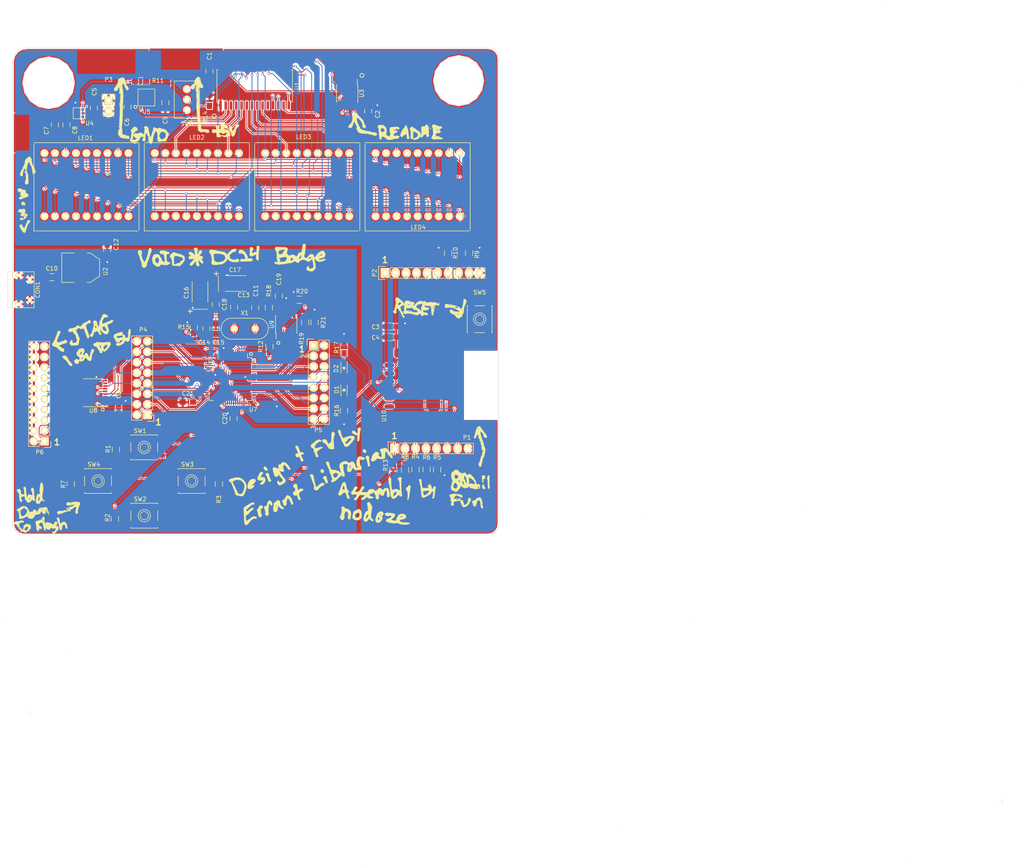
<source format=kicad_pcb>
(kicad_pcb (version 4) (host pcbnew 4.0.2+dfsg1-2~bpo8+1-stable)
  (layers (0 F.Cu signal) (31 B.Cu signal) (34 B.Paste user) (35 F.Paste user) (36 B.SilkS user) (37 F.SilkS user) (38 B.Mask user) (39 F.Mask user) (44 Edge.Cuts user))
  (net 0 "")
  (net 1 GND)
  (net 2 +5V)
  (net 3 +3V3)
  (net 4 +BATT)
  (net 5 /FT2232H/VUSB)
  (net 6 "Net-(C11-Pad2)")
  (net 7 /FT2232H/3V3)
  (net 8 "Net-(C13-Pad2)")
  (net 9 +1.8V)
  (net 10 "Net-(CON1-Pad4)")
  (net 11 /FT2232H/RXD_LED)
  (net 12 "Net-(D1-Pad1)")
  (net 13 /FT2232H/TXD_LED)
  (net 14 "Net-(D2-Pad1)")
  (net 15 "Net-(LED1-Pad2)")
  (net 16 "Net-(LED1-Pad4)")
  (net 17 "Net-(LED1-Pad5)")
  (net 18 "Net-(LED1-Pad6)")
  (net 19 "Net-(LED1-Pad7)")
  (net 20 "Net-(LED1-Pad8)")
  (net 21 "Net-(LED1-Pad1)")
  (net 22 "Net-(LED1-Pad9)")
  (net 23 "Net-(LED1-Pad18)")
  (net 24 "Net-(LED1-Pad17)")
  (net 25 "Net-(LED1-Pad16)")
  (net 26 "Net-(LED1-Pad15)")
  (net 27 "Net-(LED1-Pad14)")
  (net 28 "Net-(LED1-Pad13)")
  (net 29 "Net-(LED1-Pad12)")
  (net 30 "Net-(LED1-Pad11)")
  (net 31 "Net-(LED1-Pad10)")
  (net 32 "Net-(LED2-Pad16)")
  (net 33 "Net-(LED2-Pad11)")
  (net 34 "Net-(LED3-Pad16)")
  (net 35 "Net-(LED3-Pad11)")
  (net 36 "Net-(LED4-Pad16)")
  (net 37 "Net-(LED4-Pad11)")
  (net 38 GPIO15)
  (net 39 GPIO2)
  (net 40 GPIO0)
  (net 41 GPIO4)
  (net 42 GPIO5)
  (net 43 /ESP12E/ESP_RX)
  (net 44 /ESP12E/ESP_TX)
  (net 45 ESP_EN)
  (net 46 ESP_RESET)
  (net 47 ESP_ADC)
  (net 48 GPIO10)
  (net 49 GPIO9)
  (net 50 GPIO13)
  (net 51 GPIO12)
  (net 52 GPIO14)
  (net 53 GPIO16)
  (net 54 /FT2232H/TCK)
  (net 55 "Net-(P4-Pad2)")
  (net 56 /FT2232H/TDI)
  (net 57 /FT2232H/TDO)
  (net 58 /FT2232H/TMS)
  (net 59 "Net-(P4-Pad9)")
  (net 60 /FT2232H/TRST)
  (net 61 "Net-(P5-Pad1)")
  (net 62 "Net-(P5-Pad3)")
  (net 63 "Net-(P5-Pad5)")
  (net 64 "Net-(P5-Pad6)")
  (net 65 "Net-(P5-Pad8)")
  (net 66 "Net-(P5-Pad10)")
  (net 67 "Net-(P5-Pad11)")
  (net 68 "Net-(P5-Pad12)")
  (net 69 "Net-(P5-Pad13)")
  (net 70 "Net-(P5-Pad14)")
  (net 71 "Net-(P5-Pad15)")
  (net 72 "Net-(P5-Pad16)")
  (net 73 "Net-(P6-Pad1)")
  (net 74 "Net-(P6-Pad3)")
  (net 75 "Net-(P6-Pad5)")
  (net 76 "Net-(P6-Pad7)")
  (net 77 "Net-(P6-Pad9)")
  (net 78 "Net-(P6-Pad11)")
  (net 79 "Net-(P6-Pad13)")
  (net 80 "Net-(P6-Pad15)")
  (net 81 "Net-(P6-Pad17)")
  (net 82 "Net-(P6-Pad19)")
  (net 83 "Net-(R1-Pad2)")
  (net 84 "Net-(R2-Pad2)")
  (net 85 "Net-(R3-Pad2)")
  (net 86 "Net-(R11-Pad1)")
  (net 87 "Net-(R11-Pad2)")
  (net 88 "Net-(R12-Pad1)")
  (net 89 "Net-(R15-Pad1)")
  (net 90 "Net-(R18-Pad2)")
  (net 91 "Net-(R19-Pad1)")
  (net 92 "Net-(R19-Pad2)")
  (net 93 "Net-(R20-Pad2)")
  (net 94 "Net-(U1-Pad10)")
  (net 95 "Net-(U7-Pad36)")
  (net 96 "Net-(U7-Pad59)")
  (net 97 "Net-(U7-Pad60)")
  (net 98 /FT2232H/RTCK)
  (net 99 /FT2232H/RESET)
  (net 100 "Net-(U8-Pad9)")
  (net 101 "Net-(U8-Pad12)")
  (net 102 "Net-(U10-Pad9)")
  (net 103 "Net-(U10-Pad10)")
  (net 104 "Net-(U10-Pad13)")
  (net 105 "Net-(U10-Pad14)")
  (net 106 /FT2232H/D-)
  (net 107 /FT2232H/D+)
  (net 108 "Net-(P4-Pad1)")
  (net 109 "Net-(P4-Pad3)")
  (net 110 "Net-(P4-Pad5)")
  (net 111 "Net-(P4-Pad7)")
  (net 112 /FT2232H/ADBUS6)
  (net 113 /FT2232H/ADBUS5)
  (net 114 /FT2232H/ADBUS4)
  (net 115 "Net-(R7-Pad2)")
  (module DC24Badge:silkscreen (layer F.Cu) (at 138.938 109.093)
    (fp_text reference G*** hide)
    (fp_text value LOGO hide)
  )
  (module Pin_Headers:Pin_Header_Straight_2x10 (layer F.Cu) (at 24.13 111.506 180)
    (fp_text reference P6 (at 1.143 -2.667 180) (layer F.SilkS))
    (fp_text value CONN_10X2)
    (pad 1 thru_hole rect (at 0 0 180) (size 1.7272 1.7272) (drill 1.016) (layers *.Cu *.Mask F.SilkS) (net 73 "Net-(P6-Pad1)"))
    (pad 2 thru_hole oval (at 2.54 0 180) (size 1.7272 1.7272) (drill 1.016) (layers *.Cu *.Mask F.SilkS) (net 73 "Net-(P6-Pad1)"))
    (pad 3 thru_hole oval (at 0 2.54 180) (size 1.7272 1.7272) (drill 1.016) (layers *.Cu *.Mask F.SilkS) (net 74 "Net-(P6-Pad3)"))
    (pad 4 thru_hole oval (at 2.54 2.54 180) (size 1.7272 1.7272) (drill 1.016) (layers *.Cu *.Mask F.SilkS) (net 1 GND))
    (pad 5 thru_hole oval (at 0 5.08 180) (size 1.7272 1.7272) (drill 1.016) (layers *.Cu *.Mask F.SilkS) (net 75 "Net-(P6-Pad5)"))
    (pad 6 thru_hole oval (at 2.54 5.08 180) (size 1.7272 1.7272) (drill 1.016) (layers *.Cu *.Mask F.SilkS) (net 1 GND))
    (pad 7 thru_hole oval (at 0 7.62 180) (size 1.7272 1.7272) (drill 1.016) (layers *.Cu *.Mask F.SilkS) (net 76 "Net-(P6-Pad7)"))
    (pad 8 thru_hole oval (at 2.54 7.62 180) (size 1.7272 1.7272) (drill 1.016) (layers *.Cu *.Mask F.SilkS) (net 1 GND))
    (pad 9 thru_hole oval (at 0 10.16 180) (size 1.7272 1.7272) (drill 1.016) (layers *.Cu *.Mask F.SilkS) (net 77 "Net-(P6-Pad9)"))
    (pad 10 thru_hole oval (at 2.54 10.16 180) (size 1.7272 1.7272) (drill 1.016) (layers *.Cu *.Mask F.SilkS) (net 1 GND))
    (pad 11 thru_hole oval (at 0 12.7 180) (size 1.7272 1.7272) (drill 1.016) (layers *.Cu *.Mask F.SilkS) (net 78 "Net-(P6-Pad11)"))
    (pad 12 thru_hole oval (at 2.54 12.7 180) (size 1.7272 1.7272) (drill 1.016) (layers *.Cu *.Mask F.SilkS) (net 1 GND))
    (pad 13 thru_hole oval (at 0 15.24 180) (size 1.7272 1.7272) (drill 1.016) (layers *.Cu *.Mask F.SilkS) (net 79 "Net-(P6-Pad13)"))
    (pad 14 thru_hole oval (at 2.54 15.24 180) (size 1.7272 1.7272) (drill 1.016) (layers *.Cu *.Mask F.SilkS) (net 1 GND))
    (pad 15 thru_hole oval (at 0 17.78 180) (size 1.7272 1.7272) (drill 1.016) (layers *.Cu *.Mask F.SilkS) (net 80 "Net-(P6-Pad15)"))
    (pad 16 thru_hole oval (at 2.54 17.78 180) (size 1.7272 1.7272) (drill 1.016) (layers *.Cu *.Mask F.SilkS) (net 1 GND))
    (pad 17 thru_hole oval (at 0 20.32 180) (size 1.7272 1.7272) (drill 1.016) (layers *.Cu *.Mask F.SilkS) (net 81 "Net-(P6-Pad17)"))
    (pad 18 thru_hole oval (at 2.54 20.32 180) (size 1.7272 1.7272) (drill 1.016) (layers *.Cu *.Mask F.SilkS) (net 1 GND))
    (pad 19 thru_hole oval (at 0 22.86 180) (size 1.7272 1.7272) (drill 1.016) (layers *.Cu *.Mask F.SilkS) (net 82 "Net-(P6-Pad19)"))
    (pad 20 thru_hole oval (at 2.54 22.86 180) (size 1.7272 1.7272) (drill 1.016) (layers *.Cu *.Mask F.SilkS) (net 1 GND))
  )
  (module Housings_SOIC:SOIC-8_3.9x4.9mm_Pitch1.27mm (layer F.Cu) (at 97.282 27.4625 270)
    (fp_text reference U3 (at 0 -3.5 270) (layer F.SilkS))
    (fp_text value RM24C64C)
    (pad 1 smd rect (at -2.7 -1.905 270) (size 1.55 0.6) (layers F.Cu F.Paste F.Mask) (net 1 GND))
    (pad 2 smd rect (at -2.7 -0.635 270) (size 1.55 0.6) (layers F.Cu F.Paste F.Mask) (net 1 GND))
    (pad 3 smd rect (at -2.7 0.635 270) (size 1.55 0.6) (layers F.Cu F.Paste F.Mask) (net 1 GND))
    (pad 4 smd rect (at -2.7 1.905 270) (size 1.55 0.6) (layers F.Cu F.Paste F.Mask) (net 1 GND))
    (pad 5 smd rect (at 2.7 1.905 270) (size 1.55 0.6) (layers F.Cu F.Paste F.Mask) (net 41 GPIO4))
    (pad 6 smd rect (at 2.7 0.635 270) (size 1.55 0.6) (layers F.Cu F.Paste F.Mask) (net 42 GPIO5))
    (pad 7 smd rect (at 2.7 -0.635 270) (size 1.55 0.6) (layers F.Cu F.Paste F.Mask) (net 1 GND))
    (pad 8 smd rect (at 2.7 -1.905 270) (size 1.55 0.6) (layers F.Cu F.Paste F.Mask) (net 3 +3V3))
  )
  (module Housings_QFP:LQFP-64_10x10mm_Pitch0.5mm (layer F.Cu) (at 69.088 96.52 270)
    (fp_text reference U7 (at 7.366 -5.461 540) (layer F.SilkS))
    (fp_text value FT2232H)
    (pad 1 smd rect (at -5.7 -3.75 270) (size 1 0.25) (layers F.Cu F.Paste F.Mask) (net 1 GND))
    (pad 2 smd rect (at -5.7 -3.25 270) (size 1 0.25) (layers F.Cu F.Paste F.Mask) (net 6 "Net-(C11-Pad2)"))
    (pad 3 smd rect (at -5.7 -2.75 270) (size 1 0.25) (layers F.Cu F.Paste F.Mask) (net 8 "Net-(C13-Pad2)"))
    (pad 4 smd rect (at -5.7 -2.25 270) (size 1 0.25) (layers F.Cu F.Paste F.Mask) (net 7 /FT2232H/3V3))
    (pad 5 smd rect (at -5.7 -1.75 270) (size 1 0.25) (layers F.Cu F.Paste F.Mask) (net 1 GND))
    (pad 6 smd rect (at -5.7 -1.25 270) (size 1 0.25) (layers F.Cu F.Paste F.Mask) (net 88 "Net-(R12-Pad1)"))
    (pad 7 smd rect (at -5.7 -0.75 270) (size 1 0.25) (layers F.Cu F.Paste F.Mask) (net 106 /FT2232H/D-))
    (pad 8 smd rect (at -5.7 -0.25 270) (size 1 0.25) (layers F.Cu F.Paste F.Mask) (net 107 /FT2232H/D+))
    (pad 9 smd rect (at -5.7 0.25 270) (size 1 0.25) (layers F.Cu F.Paste F.Mask) (net 7 /FT2232H/3V3))
    (pad 10 smd rect (at -5.7 0.75 270) (size 1 0.25) (layers F.Cu F.Paste F.Mask) (net 1 GND))
    (pad 11 smd rect (at -5.7 1.25 270) (size 1 0.25) (layers F.Cu F.Paste F.Mask) (net 1 GND))
    (pad 12 smd rect (at -5.7 1.75 270) (size 1 0.25) (layers F.Cu F.Paste F.Mask) (net 9 +1.8V))
    (pad 13 smd rect (at -5.7 2.25 270) (size 1 0.25) (layers F.Cu F.Paste F.Mask) (net 1 GND))
    (pad 14 smd rect (at -5.7 2.75 270) (size 1 0.25) (layers F.Cu F.Paste F.Mask) (net 89 "Net-(R15-Pad1)"))
    (pad 15 smd rect (at -5.7 3.25 270) (size 1 0.25) (layers F.Cu F.Paste F.Mask) (net 1 GND))
    (pad 16 smd rect (at -5.7 3.75 270) (size 1 0.25) (layers F.Cu F.Paste F.Mask) (net 54 /FT2232H/TCK))
    (pad 17 smd rect (at -3.75 5.7) (size 1 0.25) (layers F.Cu F.Paste F.Mask) (net 56 /FT2232H/TDI))
    (pad 18 smd rect (at -3.25 5.7) (size 1 0.25) (layers F.Cu F.Paste F.Mask) (net 57 /FT2232H/TDO))
    (pad 19 smd rect (at -2.75 5.7) (size 1 0.25) (layers F.Cu F.Paste F.Mask) (net 58 /FT2232H/TMS))
    (pad 20 smd rect (at -2.25 5.7) (size 1 0.25) (layers F.Cu F.Paste F.Mask) (net 7 /FT2232H/3V3))
    (pad 21 smd rect (at -1.75 5.7) (size 1 0.25) (layers F.Cu F.Paste F.Mask) (net 114 /FT2232H/ADBUS4))
    (pad 22 smd rect (at -1.25 5.7) (size 1 0.25) (layers F.Cu F.Paste F.Mask) (net 113 /FT2232H/ADBUS5))
    (pad 23 smd rect (at -0.75 5.7) (size 1 0.25) (layers F.Cu F.Paste F.Mask) (net 112 /FT2232H/ADBUS6))
    (pad 24 smd rect (at -0.25 5.7) (size 1 0.25) (layers F.Cu F.Paste F.Mask) (net 55 "Net-(P4-Pad2)"))
    (pad 25 smd rect (at 0.25 5.7) (size 1 0.25) (layers F.Cu F.Paste F.Mask) (net 1 GND))
    (pad 26 smd rect (at 0.75 5.7) (size 1 0.25) (layers F.Cu F.Paste F.Mask) (net 60 /FT2232H/TRST))
    (pad 27 smd rect (at 1.25 5.7) (size 1 0.25) (layers F.Cu F.Paste F.Mask) (net 99 /FT2232H/RESET))
    (pad 28 smd rect (at 1.75 5.7) (size 1 0.25) (layers F.Cu F.Paste F.Mask) (net 98 /FT2232H/RTCK))
    (pad 29 smd rect (at 2.25 5.7) (size 1 0.25) (layers F.Cu F.Paste F.Mask) (net 59 "Net-(P4-Pad9)"))
    (pad 30 smd rect (at 2.75 5.7) (size 1 0.25) (layers F.Cu F.Paste F.Mask) (net 111 "Net-(P4-Pad7)"))
    (pad 31 smd rect (at 3.25 5.7) (size 1 0.25) (layers F.Cu F.Paste F.Mask) (net 7 /FT2232H/3V3))
    (pad 32 smd rect (at 3.75 5.7) (size 1 0.25) (layers F.Cu F.Paste F.Mask) (net 110 "Net-(P4-Pad5)"))
    (pad 33 smd rect (at 5.7 3.75 270) (size 1 0.25) (layers F.Cu F.Paste F.Mask) (net 109 "Net-(P4-Pad3)"))
    (pad 34 smd rect (at 5.7 3.25 270) (size 1 0.25) (layers F.Cu F.Paste F.Mask) (net 108 "Net-(P4-Pad1)"))
    (pad 35 smd rect (at 5.7 2.75 270) (size 1 0.25) (layers F.Cu F.Paste F.Mask) (net 1 GND))
    (pad 36 smd rect (at 5.7 2.25 270) (size 1 0.25) (layers F.Cu F.Paste F.Mask) (net 95 "Net-(U7-Pad36)"))
    (pad 37 smd rect (at 5.7 1.75 270) (size 1 0.25) (layers F.Cu F.Paste F.Mask) (net 9 +1.8V))
    (pad 38 smd rect (at 5.7 1.25 270) (size 1 0.25) (layers F.Cu F.Paste F.Mask) (net 43 /ESP12E/ESP_RX))
    (pad 39 smd rect (at 5.7 0.75 270) (size 1 0.25) (layers F.Cu F.Paste F.Mask) (net 44 /ESP12E/ESP_TX))
    (pad 40 smd rect (at 5.7 0.25 270) (size 1 0.25) (layers F.Cu F.Paste F.Mask) (net 64 "Net-(P5-Pad6)"))
    (pad 41 smd rect (at 5.7 -0.25 270) (size 1 0.25) (layers F.Cu F.Paste F.Mask) (net 65 "Net-(P5-Pad8)"))
    (pad 42 smd rect (at 5.7 -0.75 270) (size 1 0.25) (layers F.Cu F.Paste F.Mask) (net 7 /FT2232H/3V3))
    (pad 43 smd rect (at 5.7 -1.25 270) (size 1 0.25) (layers F.Cu F.Paste F.Mask) (net 66 "Net-(P5-Pad10)"))
    (pad 44 smd rect (at 5.7 -1.75 270) (size 1 0.25) (layers F.Cu F.Paste F.Mask) (net 68 "Net-(P5-Pad12)"))
    (pad 45 smd rect (at 5.7 -2.25 270) (size 1 0.25) (layers F.Cu F.Paste F.Mask) (net 70 "Net-(P5-Pad14)"))
    (pad 46 smd rect (at 5.7 -2.75 270) (size 1 0.25) (layers F.Cu F.Paste F.Mask) (net 72 "Net-(P5-Pad16)"))
    (pad 47 smd rect (at 5.7 -3.25 270) (size 1 0.25) (layers F.Cu F.Paste F.Mask) (net 1 GND))
    (pad 48 smd rect (at 5.7 -3.75 270) (size 1 0.25) (layers F.Cu F.Paste F.Mask) (net 71 "Net-(P5-Pad15)"))
    (pad 49 smd rect (at 3.75 -5.7) (size 1 0.25) (layers F.Cu F.Paste F.Mask) (net 9 +1.8V))
    (pad 50 smd rect (at 3.25 -5.7) (size 1 0.25) (layers F.Cu F.Paste F.Mask) (net 7 /FT2232H/3V3))
    (pad 51 smd rect (at 2.75 -5.7) (size 1 0.25) (layers F.Cu F.Paste F.Mask) (net 1 GND))
    (pad 52 smd rect (at 2.25 -5.7) (size 1 0.25) (layers F.Cu F.Paste F.Mask) (net 69 "Net-(P5-Pad13)"))
    (pad 53 smd rect (at 1.75 -5.7) (size 1 0.25) (layers F.Cu F.Paste F.Mask) (net 67 "Net-(P5-Pad11)"))
    (pad 54 smd rect (at 1.25 -5.7) (size 1 0.25) (layers F.Cu F.Paste F.Mask) (net 11 /FT2232H/RXD_LED))
    (pad 55 smd rect (at 0.75 -5.7) (size 1 0.25) (layers F.Cu F.Paste F.Mask) (net 13 /FT2232H/TXD_LED))
    (pad 56 smd rect (at 0.25 -5.7) (size 1 0.25) (layers F.Cu F.Paste F.Mask) (net 7 /FT2232H/3V3))
    (pad 57 smd rect (at -0.25 -5.7) (size 1 0.25) (layers F.Cu F.Paste F.Mask) (net 63 "Net-(P5-Pad5)"))
    (pad 58 smd rect (at -0.75 -5.7) (size 1 0.25) (layers F.Cu F.Paste F.Mask) (net 62 "Net-(P5-Pad3)"))
    (pad 59 smd rect (at -1.25 -5.7) (size 1 0.25) (layers F.Cu F.Paste F.Mask) (net 96 "Net-(U7-Pad59)"))
    (pad 60 smd rect (at -1.75 -5.7) (size 1 0.25) (layers F.Cu F.Paste F.Mask) (net 97 "Net-(U7-Pad60)"))
    (pad 61 smd rect (at -2.25 -5.7) (size 1 0.25) (layers F.Cu F.Paste F.Mask) (net 91 "Net-(R19-Pad1)"))
    (pad 62 smd rect (at -2.75 -5.7) (size 1 0.25) (layers F.Cu F.Paste F.Mask) (net 93 "Net-(R20-Pad2)"))
    (pad 63 smd rect (at -3.25 -5.7) (size 1 0.25) (layers F.Cu F.Paste F.Mask) (net 90 "Net-(R18-Pad2)"))
    (pad 64 smd rect (at -3.75 -5.7) (size 1 0.25) (layers F.Cu F.Paste F.Mask) (net 9 +1.8V))
  )
  (module Resistors_SMD:R_0805_HandSoldering (layer F.Cu) (at 96.52 88.9 270)
    (fp_text reference R17 (at 0 1.778 270) (layer F.SilkS))
    (fp_text value 220)
    (pad 1 smd rect (at -1.35 0 270) (size 1.5 1.3) (layers F.Cu F.Paste F.Mask) (net 7 /FT2232H/3V3))
    (pad 2 smd rect (at 1.35 0 270) (size 1.5 1.3) (layers F.Cu F.Paste F.Mask) (net 14 "Net-(D2-Pad1)"))
  )
  (module Capacitors_SMD:C_0805_HandSoldering (layer F.Cu) (at 64.008 22.098 90)
    (fp_text reference C1 (at 3.683 0 90) (layer F.SilkS))
    (fp_text value "0.1uF, 6.3V")
    (pad 1 smd rect (at -1.25 0 90) (size 1.5 1.25) (layers F.Cu F.Paste F.Mask) (net 1 GND))
    (pad 2 smd rect (at 1.25 0 90) (size 1.5 1.25) (layers F.Cu F.Paste F.Mask) (net 2 +5V))
  )
  (module Capacitors_SMD:C_0805_HandSoldering (layer F.Cu) (at 102.362 31.75 90)
    (fp_text reference C2 (at -0.762 2.286 90) (layer F.SilkS))
    (fp_text value "0.1uF, 6.3V")
    (pad 1 smd rect (at -1.25 0 90) (size 1.5 1.25) (layers F.Cu F.Paste F.Mask) (net 1 GND))
    (pad 2 smd rect (at 1.25 0 90) (size 1.5 1.25) (layers F.Cu F.Paste F.Mask) (net 3 +3V3))
  )
  (module Capacitors_SMD:C_0805_HandSoldering (layer F.Cu) (at 107.95 86.36)
    (fp_text reference C3 (at -3.81 -2.413) (layer F.SilkS))
    (fp_text value "22uF, 6.3V")
    (pad 1 smd rect (at -1.25 0) (size 1.5 1.25) (layers F.Cu F.Paste F.Mask) (net 1 GND))
    (pad 2 smd rect (at 1.25 0) (size 1.5 1.25) (layers F.Cu F.Paste F.Mask) (net 3 +3V3))
  )
  (module Capacitors_SMD:C_0805_HandSoldering (layer F.Cu) (at 107.95 83.82 180)
    (fp_text reference C4 (at 3.81 -2.667 180) (layer F.SilkS))
    (fp_text value "0.1uF, 6.3V")
    (pad 1 smd rect (at -1.25 0 180) (size 1.5 1.25) (layers F.Cu F.Paste F.Mask) (net 3 +3V3))
    (pad 2 smd rect (at 1.25 0 180) (size 1.5 1.25) (layers F.Cu F.Paste F.Mask) (net 1 GND))
  )
  (module Capacitors_SMD:C_0805_HandSoldering (layer F.Cu) (at 36.068 30.988 90)
    (fp_text reference C5 (at 3.937 0.127 90) (layer F.SilkS))
    (fp_text value "10uF, 6.3V")
    (pad 1 smd rect (at -1.25 0 90) (size 1.5 1.25) (layers F.Cu F.Paste F.Mask) (net 1 GND))
    (pad 2 smd rect (at 1.25 0 90) (size 1.5 1.25) (layers F.Cu F.Paste F.Mask) (net 4 +BATT))
  )
  (module Capacitors_SMD:C_0805_HandSoldering (layer F.Cu) (at 44.196 30.734 270)
    (fp_text reference C6 (at 3.683 0.127 270) (layer F.SilkS))
    (fp_text value "10uF, 6.3V")
    (pad 1 smd rect (at -1.25 0 270) (size 1.5 1.25) (layers F.Cu F.Paste F.Mask) (net 4 +BATT))
    (pad 2 smd rect (at 1.25 0 270) (size 1.5 1.25) (layers F.Cu F.Paste F.Mask) (net 1 GND))
  )
  (module Capacitors_SMD:C_0805_HandSoldering (layer F.Cu) (at 26.67 35.052 270)
    (fp_text reference C7 (at 1.397 2.032 270) (layer F.SilkS))
    (fp_text value "22uF, 6.3V")
    (pad 1 smd rect (at -1.25 0 270) (size 1.5 1.25) (layers F.Cu F.Paste F.Mask) (net 3 +3V3))
    (pad 2 smd rect (at 1.25 0 270) (size 1.5 1.25) (layers F.Cu F.Paste F.Mask) (net 1 GND))
  )
  (module Capacitors_SMD:C_0805_HandSoldering (layer F.Cu) (at 29.464 35.052 270)
    (fp_text reference C8 (at 1.27 -2.032 270) (layer F.SilkS))
    (fp_text value "22uF, 6.3V")
    (pad 1 smd rect (at -1.25 0 270) (size 1.5 1.25) (layers F.Cu F.Paste F.Mask) (net 3 +3V3))
    (pad 2 smd rect (at 1.25 0 270) (size 1.5 1.25) (layers F.Cu F.Paste F.Mask) (net 1 GND))
  )
  (module Capacitors_SMD:C_0805_HandSoldering (layer F.Cu) (at 53.34 29.718 270)
    (fp_text reference C9 (at 4.191 0 270) (layer F.SilkS))
    (fp_text value "22uF, 6.3V")
    (pad 1 smd rect (at -1.25 0 270) (size 1.5 1.25) (layers F.Cu F.Paste F.Mask) (net 2 +5V))
    (pad 2 smd rect (at 1.25 0 270) (size 1.5 1.25) (layers F.Cu F.Paste F.Mask) (net 1 GND))
  )
  (module Capacitors_SMD:C_0805_HandSoldering (layer F.Cu) (at 25.908 71.882)
    (fp_text reference C10 (at 0 -2.1) (layer F.SilkS))
    (fp_text value 0.1uF)
    (pad 1 smd rect (at -1.25 0) (size 1.5 1.25) (layers F.Cu F.Paste F.Mask) (net 1 GND))
    (pad 2 smd rect (at 1.25 0) (size 1.5 1.25) (layers F.Cu F.Paste F.Mask) (net 5 /FT2232H/VUSB))
  )
  (module Capacitors_SMD:C_0805_HandSoldering (layer F.Cu) (at 75.057 79.248 270)
    (fp_text reference C11 (at -4.064 -0.127 270) (layer F.SilkS))
    (fp_text value 27pF)
    (pad 1 smd rect (at -1.25 0 270) (size 1.5 1.25) (layers F.Cu F.Paste F.Mask) (net 1 GND))
    (pad 2 smd rect (at 1.25 0 270) (size 1.5 1.25) (layers F.Cu F.Paste F.Mask) (net 6 "Net-(C11-Pad2)"))
  )
  (module Capacitors_SMD:C_0805_HandSoldering (layer F.Cu) (at 39.3065 65.2345 270)
    (fp_text reference C12 (at -1.27 -2.159 270) (layer F.SilkS))
    (fp_text value 0.1uF)
    (pad 1 smd rect (at -1.25 0 270) (size 1.5 1.25) (layers F.Cu F.Paste F.Mask) (net 1 GND))
    (pad 2 smd rect (at 1.25 0 270) (size 1.5 1.25) (layers F.Cu F.Paste F.Mask) (net 7 /FT2232H/3V3))
  )
  (module Capacitors_SMD:C_0805_HandSoldering (layer F.Cu) (at 69.977 79.121 270)
    (fp_text reference C13 (at -2.921 -2.286 540) (layer F.SilkS))
    (fp_text value 27pF)
    (pad 1 smd rect (at -1.25 0 270) (size 1.5 1.25) (layers F.Cu F.Paste F.Mask) (net 1 GND))
    (pad 2 smd rect (at 1.25 0 270) (size 1.5 1.25) (layers F.Cu F.Paste F.Mask) (net 8 "Net-(C13-Pad2)"))
  )
  (module Capacitors_SMD:C_0805_HandSoldering (layer F.Cu) (at 63.246 84.328 270)
    (fp_text reference C14 (at 3.302 0.508 360) (layer F.SilkS))
    (fp_text value 0.1uF)
    (pad 1 smd rect (at -1.25 0 270) (size 1.5 1.25) (layers F.Cu F.Paste F.Mask) (net 1 GND))
    (pad 2 smd rect (at 1.25 0 270) (size 1.5 1.25) (layers F.Cu F.Paste F.Mask) (net 7 /FT2232H/3V3))
  )
  (module Capacitors_SMD:C_0805_HandSoldering (layer F.Cu) (at 65.532 84.328 270)
    (fp_text reference C15 (at 3.302 -0.635 360) (layer F.SilkS))
    (fp_text value 0.1uF)
    (pad 1 smd rect (at -1.25 0 270) (size 1.5 1.25) (layers F.Cu F.Paste F.Mask) (net 1 GND))
    (pad 2 smd rect (at 1.25 0 270) (size 1.5 1.25) (layers F.Cu F.Paste F.Mask) (net 7 /FT2232H/3V3))
  )
  (module Capacitors_Tantalum_SMD:TantalC_SizeB_EIA-3528_HandSoldering (layer F.Cu) (at 61.722 75.438 90)
    (fp_text reference C16 (at -0.20066 -3.29946 90) (layer F.SilkS))
    (fp_text value 4.7uF)
    (fp_text user + (at -4.70154 -2.4003 90) (layer F.SilkS))
    (pad 2 smd rect (at 2.12598 0 90) (size 3.1496 1.80086) (layers F.Cu F.Paste F.Mask) (net 1 GND))
    (pad 1 smd rect (at -2.12598 0 90) (size 3.1496 1.80086) (layers F.Cu F.Paste F.Mask) (net 7 /FT2232H/3V3))
  )
  (module Capacitors_Tantalum_SMD:TantalC_SizeB_EIA-3528_HandSoldering (layer F.Cu) (at 70.358 73.406)
    (fp_text reference C17 (at -0.20066 -3.29946) (layer F.SilkS))
    (fp_text value 4.7uF)
    (fp_text user + (at -4.70154 -2.4003) (layer F.SilkS))
    (pad 2 smd rect (at 2.12598 0) (size 3.1496 1.80086) (layers F.Cu F.Paste F.Mask) (net 1 GND))
    (pad 1 smd rect (at -2.12598 0) (size 3.1496 1.80086) (layers F.Cu F.Paste F.Mask) (net 7 /FT2232H/3V3))
  )
  (module Capacitors_SMD:C_0805_HandSoldering (layer F.Cu) (at 65.532 78.486 270)
    (fp_text reference C18 (at 0 -2.1 270) (layer F.SilkS))
    (fp_text value 3.3uF)
    (pad 1 smd rect (at -1.25 0 270) (size 1.5 1.25) (layers F.Cu F.Paste F.Mask) (net 1 GND))
    (pad 2 smd rect (at 1.25 0 270) (size 1.5 1.25) (layers F.Cu F.Paste F.Mask) (net 9 +1.8V))
  )
  (module Capacitors_SMD:C_0805_HandSoldering (layer F.Cu) (at 80.772 76.454 90)
    (fp_text reference C19 (at 4.064 0 90) (layer F.SilkS))
    (fp_text value 0.1uF)
    (pad 1 smd rect (at -1.25 0 90) (size 1.5 1.25) (layers F.Cu F.Paste F.Mask) (net 7 /FT2232H/3V3))
    (pad 2 smd rect (at 1.25 0 90) (size 1.5 1.25) (layers F.Cu F.Paste F.Mask) (net 1 GND))
  )
  (module Connect:USB_Micro-B (layer F.Cu) (at 19.05 74.93 270)
    (fp_text reference CON1 (at 0 -3.45 270) (layer F.SilkS))
    (fp_text value USB-MINI-B)
    (pad 1 smd rect (at -1.3009 -1.56254) (size 1.35 0.4) (layers F.Cu F.Paste F.Mask) (net 5 /FT2232H/VUSB))
    (pad 2 smd rect (at -0.6509 -1.56254) (size 1.35 0.4) (layers F.Cu F.Paste F.Mask) (net 106 /FT2232H/D-))
    (pad 3 smd rect (at -0.0009 -1.56254) (size 1.35 0.4) (layers F.Cu F.Paste F.Mask) (net 107 /FT2232H/D+))
    (pad 4 smd rect (at 0.6491 -1.56254) (size 1.35 0.4) (layers F.Cu F.Paste F.Mask) (net 10 "Net-(CON1-Pad4)"))
    (pad 5 smd rect (at 1.2991 -1.56254) (size 1.35 0.4) (layers F.Cu F.Paste F.Mask) (net 1 GND))
    (pad 6 thru_hole oval (at -2.5009 -1.56254) (size 0.95 1.25) (drill oval 0.55 0.85) (layers *.Cu *.Mask F.SilkS) (net 1 GND))
    (pad 6 thru_hole oval (at 2.4991 -1.56254) (size 0.95 1.25) (drill oval 0.55 0.85) (layers *.Cu *.Mask F.SilkS) (net 1 GND))
    (pad 6 thru_hole oval (at -3.5009 1.13746) (size 1.55 1) (drill oval 1.15 0.5) (layers *.Cu *.Mask F.SilkS) (net 1 GND))
    (pad 6 thru_hole oval (at 3.4991 1.13746) (size 1.55 1) (drill oval 1.15 0.5) (layers *.Cu *.Mask F.SilkS) (net 1 GND))
  )
  (module LEDs:LED_0805 (layer F.Cu) (at 96.52 99.06 90)
    (fp_text reference D1 (at 0 -1.778 90) (layer F.SilkS))
    (fp_text value LED)
    (pad 2 smd rect (at 1.04902 0 270) (size 1.19888 1.19888) (layers F.Cu F.Paste F.Mask) (net 11 /FT2232H/RXD_LED))
    (pad 1 smd rect (at -1.04902 0 270) (size 1.19888 1.19888) (layers F.Cu F.Paste F.Mask) (net 12 "Net-(D1-Pad1)"))
  )
  (module LEDs:LED_0805 (layer F.Cu) (at 96.52 93.98 270)
    (fp_text reference D2 (at 0 1.905 270) (layer F.SilkS))
    (fp_text value LED)
    (pad 2 smd rect (at 1.04902 0 90) (size 1.19888 1.19888) (layers F.Cu F.Paste F.Mask) (net 13 /FT2232H/TXD_LED))
    (pad 1 smd rect (at -1.04902 0 90) (size 1.19888 1.19888) (layers F.Cu F.Paste F.Mask) (net 14 "Net-(D2-Pad1)"))
  )
  (module DC24Badge:LTP-3786E (layer F.Cu) (at 34.29 49.53)
    (fp_text reference LED1 (at -0.254 -11.303) (layer F.SilkS))
    (fp_text value DUAL_12_SEGMENT)
    (pad 2 thru_hole circle (at -7.62 7.62) (size 1.524 1.524) (drill 0.762) (layers *.Cu *.Mask F.SilkS) (net 15 "Net-(LED1-Pad2)"))
    (pad 3 thru_hole circle (at -5.08 7.62) (size 1.524 1.524) (drill 0.762) (layers *.Cu *.Mask F.SilkS))
    (pad 4 thru_hole circle (at -2.54 7.62) (size 1.524 1.524) (drill 0.762) (layers *.Cu *.Mask F.SilkS) (net 16 "Net-(LED1-Pad4)"))
    (pad 5 thru_hole circle (at 0 7.62) (size 1.524 1.524) (drill 0.762) (layers *.Cu *.Mask F.SilkS) (net 17 "Net-(LED1-Pad5)"))
    (pad 6 thru_hole circle (at 2.54 7.62) (size 1.524 1.524) (drill 0.762) (layers *.Cu *.Mask F.SilkS) (net 18 "Net-(LED1-Pad6)"))
    (pad 7 thru_hole circle (at 5.08 7.62) (size 1.524 1.524) (drill 0.762) (layers *.Cu *.Mask F.SilkS) (net 19 "Net-(LED1-Pad7)"))
    (pad 8 thru_hole circle (at 7.62 7.62) (size 1.524 1.524) (drill 0.762) (layers *.Cu *.Mask F.SilkS) (net 20 "Net-(LED1-Pad8)"))
    (pad 1 thru_hole circle (at -10.16 7.62) (size 1.524 1.524) (drill 0.762) (layers *.Cu *.Mask F.SilkS) (net 21 "Net-(LED1-Pad1)"))
    (pad 9 thru_hole circle (at 10.16 7.62) (size 1.524 1.524) (drill 0.762) (layers *.Cu *.Mask F.SilkS) (net 22 "Net-(LED1-Pad9)"))
    (pad 18 thru_hole circle (at -10.16 -7.62) (size 1.524 1.524) (drill 0.762) (layers *.Cu *.Mask F.SilkS) (net 23 "Net-(LED1-Pad18)"))
    (pad 17 thru_hole circle (at -7.62 -7.62) (size 1.524 1.524) (drill 0.762) (layers *.Cu *.Mask F.SilkS) (net 24 "Net-(LED1-Pad17)"))
    (pad 16 thru_hole circle (at -5.08 -7.62) (size 1.524 1.524) (drill 0.762) (layers *.Cu *.Mask F.SilkS) (net 25 "Net-(LED1-Pad16)"))
    (pad 15 thru_hole circle (at -2.54 -7.62) (size 1.524 1.524) (drill 0.762) (layers *.Cu *.Mask F.SilkS) (net 26 "Net-(LED1-Pad15)"))
    (pad 14 thru_hole circle (at 0 -7.62) (size 1.524 1.524) (drill 0.762) (layers *.Cu *.Mask F.SilkS) (net 27 "Net-(LED1-Pad14)"))
    (pad 13 thru_hole circle (at 2.54 -7.62) (size 1.524 1.524) (drill 0.762) (layers *.Cu *.Mask F.SilkS) (net 28 "Net-(LED1-Pad13)"))
    (pad 12 thru_hole circle (at 5.08 -7.62) (size 1.524 1.524) (drill 0.762) (layers *.Cu *.Mask F.SilkS) (net 29 "Net-(LED1-Pad12)"))
    (pad 11 thru_hole circle (at 7.62 -7.62) (size 1.524 1.524) (drill 0.762) (layers *.Cu *.Mask F.SilkS) (net 30 "Net-(LED1-Pad11)"))
    (pad 10 thru_hole circle (at 10.16 -7.62) (size 1.524 1.524) (drill 0.762) (layers *.Cu *.Mask F.SilkS) (net 31 "Net-(LED1-Pad10)"))
  )
  (module DC24Badge:LTP-3786E (layer F.Cu) (at 60.96 49.53)
    (fp_text reference LED2 (at 0 -11.43) (layer F.SilkS))
    (fp_text value DUAL_12_SEGMENT)
    (pad 2 thru_hole circle (at -7.62 7.62) (size 1.524 1.524) (drill 0.762) (layers *.Cu *.Mask F.SilkS) (net 15 "Net-(LED1-Pad2)"))
    (pad 3 thru_hole circle (at -5.08 7.62) (size 1.524 1.524) (drill 0.762) (layers *.Cu *.Mask F.SilkS))
    (pad 4 thru_hole circle (at -2.54 7.62) (size 1.524 1.524) (drill 0.762) (layers *.Cu *.Mask F.SilkS) (net 16 "Net-(LED1-Pad4)"))
    (pad 5 thru_hole circle (at 0 7.62) (size 1.524 1.524) (drill 0.762) (layers *.Cu *.Mask F.SilkS) (net 17 "Net-(LED1-Pad5)"))
    (pad 6 thru_hole circle (at 2.54 7.62) (size 1.524 1.524) (drill 0.762) (layers *.Cu *.Mask F.SilkS) (net 18 "Net-(LED1-Pad6)"))
    (pad 7 thru_hole circle (at 5.08 7.62) (size 1.524 1.524) (drill 0.762) (layers *.Cu *.Mask F.SilkS) (net 19 "Net-(LED1-Pad7)"))
    (pad 8 thru_hole circle (at 7.62 7.62) (size 1.524 1.524) (drill 0.762) (layers *.Cu *.Mask F.SilkS) (net 20 "Net-(LED1-Pad8)"))
    (pad 1 thru_hole circle (at -10.16 7.62) (size 1.524 1.524) (drill 0.762) (layers *.Cu *.Mask F.SilkS) (net 21 "Net-(LED1-Pad1)"))
    (pad 9 thru_hole circle (at 10.16 7.62) (size 1.524 1.524) (drill 0.762) (layers *.Cu *.Mask F.SilkS) (net 22 "Net-(LED1-Pad9)"))
    (pad 18 thru_hole circle (at -10.16 -7.62) (size 1.524 1.524) (drill 0.762) (layers *.Cu *.Mask F.SilkS) (net 23 "Net-(LED1-Pad18)"))
    (pad 17 thru_hole circle (at -7.62 -7.62) (size 1.524 1.524) (drill 0.762) (layers *.Cu *.Mask F.SilkS) (net 24 "Net-(LED1-Pad17)"))
    (pad 16 thru_hole circle (at -5.08 -7.62) (size 1.524 1.524) (drill 0.762) (layers *.Cu *.Mask F.SilkS) (net 32 "Net-(LED2-Pad16)"))
    (pad 15 thru_hole circle (at -2.54 -7.62) (size 1.524 1.524) (drill 0.762) (layers *.Cu *.Mask F.SilkS) (net 26 "Net-(LED1-Pad15)"))
    (pad 14 thru_hole circle (at 0 -7.62) (size 1.524 1.524) (drill 0.762) (layers *.Cu *.Mask F.SilkS) (net 27 "Net-(LED1-Pad14)"))
    (pad 13 thru_hole circle (at 2.54 -7.62) (size 1.524 1.524) (drill 0.762) (layers *.Cu *.Mask F.SilkS) (net 28 "Net-(LED1-Pad13)"))
    (pad 12 thru_hole circle (at 5.08 -7.62) (size 1.524 1.524) (drill 0.762) (layers *.Cu *.Mask F.SilkS) (net 29 "Net-(LED1-Pad12)"))
    (pad 11 thru_hole circle (at 7.62 -7.62) (size 1.524 1.524) (drill 0.762) (layers *.Cu *.Mask F.SilkS) (net 33 "Net-(LED2-Pad11)"))
    (pad 10 thru_hole circle (at 10.16 -7.62) (size 1.524 1.524) (drill 0.762) (layers *.Cu *.Mask F.SilkS) (net 31 "Net-(LED1-Pad10)"))
  )
  (module DC24Badge:LTP-3786E (layer F.Cu) (at 87.63 49.53)
    (fp_text reference LED3 (at -0.889 -11.557) (layer F.SilkS))
    (fp_text value DUAL_12_SEGMENT)
    (pad 2 thru_hole circle (at -7.62 7.62) (size 1.524 1.524) (drill 0.762) (layers *.Cu *.Mask F.SilkS) (net 15 "Net-(LED1-Pad2)"))
    (pad 3 thru_hole circle (at -5.08 7.62) (size 1.524 1.524) (drill 0.762) (layers *.Cu *.Mask F.SilkS))
    (pad 4 thru_hole circle (at -2.54 7.62) (size 1.524 1.524) (drill 0.762) (layers *.Cu *.Mask F.SilkS) (net 16 "Net-(LED1-Pad4)"))
    (pad 5 thru_hole circle (at 0 7.62) (size 1.524 1.524) (drill 0.762) (layers *.Cu *.Mask F.SilkS) (net 17 "Net-(LED1-Pad5)"))
    (pad 6 thru_hole circle (at 2.54 7.62) (size 1.524 1.524) (drill 0.762) (layers *.Cu *.Mask F.SilkS) (net 18 "Net-(LED1-Pad6)"))
    (pad 7 thru_hole circle (at 5.08 7.62) (size 1.524 1.524) (drill 0.762) (layers *.Cu *.Mask F.SilkS) (net 19 "Net-(LED1-Pad7)"))
    (pad 8 thru_hole circle (at 7.62 7.62) (size 1.524 1.524) (drill 0.762) (layers *.Cu *.Mask F.SilkS) (net 20 "Net-(LED1-Pad8)"))
    (pad 1 thru_hole circle (at -10.16 7.62) (size 1.524 1.524) (drill 0.762) (layers *.Cu *.Mask F.SilkS) (net 21 "Net-(LED1-Pad1)"))
    (pad 9 thru_hole circle (at 10.16 7.62) (size 1.524 1.524) (drill 0.762) (layers *.Cu *.Mask F.SilkS) (net 22 "Net-(LED1-Pad9)"))
    (pad 18 thru_hole circle (at -10.16 -7.62) (size 1.524 1.524) (drill 0.762) (layers *.Cu *.Mask F.SilkS) (net 23 "Net-(LED1-Pad18)"))
    (pad 17 thru_hole circle (at -7.62 -7.62) (size 1.524 1.524) (drill 0.762) (layers *.Cu *.Mask F.SilkS) (net 24 "Net-(LED1-Pad17)"))
    (pad 16 thru_hole circle (at -5.08 -7.62) (size 1.524 1.524) (drill 0.762) (layers *.Cu *.Mask F.SilkS) (net 34 "Net-(LED3-Pad16)"))
    (pad 15 thru_hole circle (at -2.54 -7.62) (size 1.524 1.524) (drill 0.762) (layers *.Cu *.Mask F.SilkS) (net 26 "Net-(LED1-Pad15)"))
    (pad 14 thru_hole circle (at 0 -7.62) (size 1.524 1.524) (drill 0.762) (layers *.Cu *.Mask F.SilkS) (net 27 "Net-(LED1-Pad14)"))
    (pad 13 thru_hole circle (at 2.54 -7.62) (size 1.524 1.524) (drill 0.762) (layers *.Cu *.Mask F.SilkS) (net 28 "Net-(LED1-Pad13)"))
    (pad 12 thru_hole circle (at 5.08 -7.62) (size 1.524 1.524) (drill 0.762) (layers *.Cu *.Mask F.SilkS) (net 29 "Net-(LED1-Pad12)"))
    (pad 11 thru_hole circle (at 7.62 -7.62) (size 1.524 1.524) (drill 0.762) (layers *.Cu *.Mask F.SilkS) (net 35 "Net-(LED3-Pad11)"))
    (pad 10 thru_hole circle (at 10.16 -7.62) (size 1.524 1.524) (drill 0.762) (layers *.Cu *.Mask F.SilkS) (net 31 "Net-(LED1-Pad10)"))
  )
  (module DC24Badge:LTP-3786E (layer F.Cu) (at 114.3 49.53)
    (fp_text reference LED4 (at 0.127 10.287) (layer F.SilkS))
    (fp_text value DUAL_12_SEGMENT)
    (pad 2 thru_hole circle (at -7.62 7.62) (size 1.524 1.524) (drill 0.762) (layers *.Cu *.Mask F.SilkS) (net 15 "Net-(LED1-Pad2)"))
    (pad 3 thru_hole circle (at -5.08 7.62) (size 1.524 1.524) (drill 0.762) (layers *.Cu *.Mask F.SilkS))
    (pad 4 thru_hole circle (at -2.54 7.62) (size 1.524 1.524) (drill 0.762) (layers *.Cu *.Mask F.SilkS) (net 16 "Net-(LED1-Pad4)"))
    (pad 5 thru_hole circle (at 0 7.62) (size 1.524 1.524) (drill 0.762) (layers *.Cu *.Mask F.SilkS) (net 17 "Net-(LED1-Pad5)"))
    (pad 6 thru_hole circle (at 2.54 7.62) (size 1.524 1.524) (drill 0.762) (layers *.Cu *.Mask F.SilkS) (net 18 "Net-(LED1-Pad6)"))
    (pad 7 thru_hole circle (at 5.08 7.62) (size 1.524 1.524) (drill 0.762) (layers *.Cu *.Mask F.SilkS) (net 19 "Net-(LED1-Pad7)"))
    (pad 8 thru_hole circle (at 7.62 7.62) (size 1.524 1.524) (drill 0.762) (layers *.Cu *.Mask F.SilkS) (net 20 "Net-(LED1-Pad8)"))
    (pad 1 thru_hole circle (at -10.16 7.62) (size 1.524 1.524) (drill 0.762) (layers *.Cu *.Mask F.SilkS) (net 21 "Net-(LED1-Pad1)"))
    (pad 9 thru_hole circle (at 10.16 7.62) (size 1.524 1.524) (drill 0.762) (layers *.Cu *.Mask F.SilkS) (net 22 "Net-(LED1-Pad9)"))
    (pad 18 thru_hole circle (at -10.16 -7.62) (size 1.524 1.524) (drill 0.762) (layers *.Cu *.Mask F.SilkS) (net 23 "Net-(LED1-Pad18)"))
    (pad 17 thru_hole circle (at -7.62 -7.62) (size 1.524 1.524) (drill 0.762) (layers *.Cu *.Mask F.SilkS) (net 24 "Net-(LED1-Pad17)"))
    (pad 16 thru_hole circle (at -5.08 -7.62) (size 1.524 1.524) (drill 0.762) (layers *.Cu *.Mask F.SilkS) (net 36 "Net-(LED4-Pad16)"))
    (pad 15 thru_hole circle (at -2.54 -7.62) (size 1.524 1.524) (drill 0.762) (layers *.Cu *.Mask F.SilkS) (net 26 "Net-(LED1-Pad15)"))
    (pad 14 thru_hole circle (at 0 -7.62) (size 1.524 1.524) (drill 0.762) (layers *.Cu *.Mask F.SilkS) (net 27 "Net-(LED1-Pad14)"))
    (pad 13 thru_hole circle (at 2.54 -7.62) (size 1.524 1.524) (drill 0.762) (layers *.Cu *.Mask F.SilkS) (net 28 "Net-(LED1-Pad13)"))
    (pad 12 thru_hole circle (at 5.08 -7.62) (size 1.524 1.524) (drill 0.762) (layers *.Cu *.Mask F.SilkS) (net 29 "Net-(LED1-Pad12)"))
    (pad 11 thru_hole circle (at 7.62 -7.62) (size 1.524 1.524) (drill 0.762) (layers *.Cu *.Mask F.SilkS) (net 37 "Net-(LED4-Pad11)"))
    (pad 10 thru_hole circle (at 10.16 -7.62) (size 1.524 1.524) (drill 0.762) (layers *.Cu *.Mask F.SilkS) (net 31 "Net-(LED1-Pad10)"))
  )
  (module Pin_Headers:Pin_Header_Straight_1x02 (layer F.Cu) (at 39.624 29.21)
    (fp_text reference P3 (at 0 -5.1) (layer F.SilkS))
    (fp_text value CONN_01X02)
    (pad 1 thru_hole rect (at 0 0) (size 2.032 2.032) (drill 1.016) (layers *.Cu *.Mask F.SilkS) (net 4 +BATT))
    (pad 2 thru_hole oval (at 0 2.54) (size 2.032 2.032) (drill 1.016) (layers *.Cu *.Mask F.SilkS) (net 1 GND))
  )
  (module Pin_Headers:Pin_Header_Straight_2x08 (layer F.Cu) (at 49.022 105.156 180)
    (fp_text reference P4 (at 1.016 20.574 180) (layer F.SilkS))
    (fp_text value CONN_8X2)
    (pad 1 thru_hole rect (at 0 0 180) (size 1.7272 1.7272) (drill 1.016) (layers *.Cu *.Mask F.SilkS) (net 108 "Net-(P4-Pad1)"))
    (pad 2 thru_hole oval (at 2.54 0 180) (size 1.7272 1.7272) (drill 1.016) (layers *.Cu *.Mask F.SilkS) (net 55 "Net-(P4-Pad2)"))
    (pad 3 thru_hole oval (at 0 2.54 180) (size 1.7272 1.7272) (drill 1.016) (layers *.Cu *.Mask F.SilkS) (net 109 "Net-(P4-Pad3)"))
    (pad 4 thru_hole oval (at 2.54 2.54 180) (size 1.7272 1.7272) (drill 1.016) (layers *.Cu *.Mask F.SilkS) (net 60 /FT2232H/TRST))
    (pad 5 thru_hole oval (at 0 5.08 180) (size 1.7272 1.7272) (drill 1.016) (layers *.Cu *.Mask F.SilkS) (net 110 "Net-(P4-Pad5)"))
    (pad 6 thru_hole oval (at 2.54 5.08 180) (size 1.7272 1.7272) (drill 1.016) (layers *.Cu *.Mask F.SilkS) (net 98 /FT2232H/RTCK))
    (pad 7 thru_hole oval (at 0 7.62 180) (size 1.7272 1.7272) (drill 1.016) (layers *.Cu *.Mask F.SilkS) (net 111 "Net-(P4-Pad7)"))
    (pad 8 thru_hole oval (at 2.54 7.62 180) (size 1.7272 1.7272) (drill 1.016) (layers *.Cu *.Mask F.SilkS) (net 99 /FT2232H/RESET))
    (pad 9 thru_hole oval (at 0 10.16 180) (size 1.7272 1.7272) (drill 1.016) (layers *.Cu *.Mask F.SilkS) (net 59 "Net-(P4-Pad9)"))
    (pad 10 thru_hole oval (at 2.54 10.16 180) (size 1.7272 1.7272) (drill 1.016) (layers *.Cu *.Mask F.SilkS) (net 58 /FT2232H/TMS))
    (pad 11 thru_hole oval (at 0 12.7 180) (size 1.7272 1.7272) (drill 1.016) (layers *.Cu *.Mask F.SilkS) (net 112 /FT2232H/ADBUS6))
    (pad 12 thru_hole oval (at 2.54 12.7 180) (size 1.7272 1.7272) (drill 1.016) (layers *.Cu *.Mask F.SilkS) (net 57 /FT2232H/TDO))
    (pad 13 thru_hole oval (at 0 15.24 180) (size 1.7272 1.7272) (drill 1.016) (layers *.Cu *.Mask F.SilkS) (net 113 /FT2232H/ADBUS5))
    (pad 14 thru_hole oval (at 2.54 15.24 180) (size 1.7272 1.7272) (drill 1.016) (layers *.Cu *.Mask F.SilkS) (net 56 /FT2232H/TDI))
    (pad 15 thru_hole oval (at 0 17.78 180) (size 1.7272 1.7272) (drill 1.016) (layers *.Cu *.Mask F.SilkS) (net 114 /FT2232H/ADBUS4))
    (pad 16 thru_hole oval (at 2.54 17.78 180) (size 1.7272 1.7272) (drill 1.016) (layers *.Cu *.Mask F.SilkS) (net 54 /FT2232H/TCK))
  )
  (module Pin_Headers:Pin_Header_Straight_2x08 (layer F.Cu) (at 89.154 88.392)
    (fp_text reference P5 (at 1.143 20.447) (layer F.SilkS))
    (fp_text value CONN_8X2)
    (pad 1 thru_hole rect (at 0 0) (size 1.7272 1.7272) (drill 1.016) (layers *.Cu *.Mask F.SilkS) (net 61 "Net-(P5-Pad1)"))
    (pad 2 thru_hole oval (at 2.54 0) (size 1.7272 1.7272) (drill 1.016) (layers *.Cu *.Mask F.SilkS) (net 43 /ESP12E/ESP_RX))
    (pad 3 thru_hole oval (at 0 2.54) (size 1.7272 1.7272) (drill 1.016) (layers *.Cu *.Mask F.SilkS) (net 62 "Net-(P5-Pad3)"))
    (pad 4 thru_hole oval (at 2.54 2.54) (size 1.7272 1.7272) (drill 1.016) (layers *.Cu *.Mask F.SilkS) (net 44 /ESP12E/ESP_TX))
    (pad 5 thru_hole oval (at 0 5.08) (size 1.7272 1.7272) (drill 1.016) (layers *.Cu *.Mask F.SilkS) (net 63 "Net-(P5-Pad5)"))
    (pad 6 thru_hole oval (at 2.54 5.08) (size 1.7272 1.7272) (drill 1.016) (layers *.Cu *.Mask F.SilkS) (net 64 "Net-(P5-Pad6)"))
    (pad 7 thru_hole oval (at 0 7.62) (size 1.7272 1.7272) (drill 1.016) (layers *.Cu *.Mask F.SilkS) (net 13 /FT2232H/TXD_LED))
    (pad 8 thru_hole oval (at 2.54 7.62) (size 1.7272 1.7272) (drill 1.016) (layers *.Cu *.Mask F.SilkS) (net 65 "Net-(P5-Pad8)"))
    (pad 9 thru_hole oval (at 0 10.16) (size 1.7272 1.7272) (drill 1.016) (layers *.Cu *.Mask F.SilkS) (net 11 /FT2232H/RXD_LED))
    (pad 10 thru_hole oval (at 2.54 10.16) (size 1.7272 1.7272) (drill 1.016) (layers *.Cu *.Mask F.SilkS) (net 66 "Net-(P5-Pad10)"))
    (pad 11 thru_hole oval (at 0 12.7) (size 1.7272 1.7272) (drill 1.016) (layers *.Cu *.Mask F.SilkS) (net 67 "Net-(P5-Pad11)"))
    (pad 12 thru_hole oval (at 2.54 12.7) (size 1.7272 1.7272) (drill 1.016) (layers *.Cu *.Mask F.SilkS) (net 68 "Net-(P5-Pad12)"))
    (pad 13 thru_hole oval (at 0 15.24) (size 1.7272 1.7272) (drill 1.016) (layers *.Cu *.Mask F.SilkS) (net 69 "Net-(P5-Pad13)"))
    (pad 14 thru_hole oval (at 2.54 15.24) (size 1.7272 1.7272) (drill 1.016) (layers *.Cu *.Mask F.SilkS) (net 70 "Net-(P5-Pad14)"))
    (pad 15 thru_hole oval (at 0 17.78) (size 1.7272 1.7272) (drill 1.016) (layers *.Cu *.Mask F.SilkS) (net 71 "Net-(P5-Pad15)"))
    (pad 16 thru_hole oval (at 2.54 17.78) (size 1.7272 1.7272) (drill 1.016) (layers *.Cu *.Mask F.SilkS) (net 72 "Net-(P5-Pad16)"))
  )
  (module Resistors_SMD:R_0805_HandSoldering (layer F.Cu) (at 41.402 113.538 270)
    (fp_text reference R1 (at -0.127 1.905 270) (layer F.SilkS))
    (fp_text value 4.7K)
    (pad 1 smd rect (at -1.35 0 270) (size 1.5 1.3) (layers F.Cu F.Paste F.Mask) (net 51 GPIO12))
    (pad 2 smd rect (at 1.35 0 270) (size 1.5 1.3) (layers F.Cu F.Paste F.Mask) (net 83 "Net-(R1-Pad2)"))
  )
  (module Resistors_SMD:R_0805_HandSoldering (layer F.Cu) (at 41.148 130.302 270)
    (fp_text reference R2 (at -0.254 1.778 270) (layer F.SilkS))
    (fp_text value 4.7K)
    (pad 1 smd rect (at -1.35 0 270) (size 1.5 1.3) (layers F.Cu F.Paste F.Mask) (net 50 GPIO13))
    (pad 2 smd rect (at 1.35 0 270) (size 1.5 1.3) (layers F.Cu F.Paste F.Mask) (net 84 "Net-(R2-Pad2)"))
  )
  (module Resistors_SMD:R_0805_HandSoldering (layer F.Cu) (at 66.294 121.92 270)
    (fp_text reference R3 (at 3.683 0 270) (layer F.SilkS))
    (fp_text value 4.7K)
    (pad 1 smd rect (at -1.35 0 270) (size 1.5 1.3) (layers F.Cu F.Paste F.Mask) (net 52 GPIO14))
    (pad 2 smd rect (at 1.35 0 270) (size 1.5 1.3) (layers F.Cu F.Paste F.Mask) (net 85 "Net-(R3-Pad2)"))
  )
  (module Resistors_SMD:R_0805_HandSoldering (layer F.Cu) (at 118.999 118.444 90)
    (fp_text reference R5 (at 3.001 0 180) (layer F.SilkS))
    (fp_text value 4.7K)
    (pad 1 smd rect (at -1.35 0 90) (size 1.5 1.3) (layers F.Cu F.Paste F.Mask) (net 3 +3V3))
    (pad 2 smd rect (at 1.35 0 90) (size 1.5 1.3) (layers F.Cu F.Paste F.Mask) (net 42 GPIO5))
  )
  (module Resistors_SMD:R_0805_HandSoldering (layer F.Cu) (at 116.459 118.364 90)
    (fp_text reference R6 (at 2.921 0 180) (layer F.SilkS))
    (fp_text value 4.7K)
    (pad 1 smd rect (at -1.35 0 90) (size 1.5 1.3) (layers F.Cu F.Paste F.Mask) (net 3 +3V3))
    (pad 2 smd rect (at 1.35 0 90) (size 1.5 1.3) (layers F.Cu F.Paste F.Mask) (net 41 GPIO4))
  )
  (module Resistors_SMD:R_0805_HandSoldering (layer F.Cu) (at 30.48 121.84 270)
    (fp_text reference R7 (at 0.127 1.778 270) (layer F.SilkS))
    (fp_text value 4.7K)
    (pad 1 smd rect (at -1.35 0 270) (size 1.5 1.3) (layers F.Cu F.Paste F.Mask) (net 40 GPIO0))
    (pad 2 smd rect (at 1.35 0 270) (size 1.5 1.3) (layers F.Cu F.Paste F.Mask) (net 115 "Net-(R7-Pad2)"))
  )
  (module Resistors_SMD:R_0805_HandSoldering (layer F.Cu) (at 126.746 66.04 270)
    (fp_text reference R9 (at 0.381 -1.905 270) (layer F.SilkS))
    (fp_text value 4.7k)
    (pad 1 smd rect (at -1.35 0 270) (size 1.5 1.3) (layers F.Cu F.Paste F.Mask) (net 3 +3V3))
    (pad 2 smd rect (at 1.35 0 270) (size 1.5 1.3) (layers F.Cu F.Paste F.Mask) (net 46 ESP_RESET))
  )
  (module Resistors_SMD:R_0805_HandSoldering (layer F.Cu) (at 121.666 66.04 270)
    (fp_text reference R10 (at 0 -1.778 270) (layer F.SilkS))
    (fp_text value 4.7K)
    (pad 1 smd rect (at -1.35 0 270) (size 1.5 1.3) (layers F.Cu F.Paste F.Mask) (net 3 +3V3))
    (pad 2 smd rect (at 1.35 0 270) (size 1.5 1.3) (layers F.Cu F.Paste F.Mask) (net 45 ESP_EN))
  )
  (module Resistors_SMD:R_0805_HandSoldering (layer F.Cu) (at 47.371 24.511)
    (fp_text reference R11 (at 4.191 -0.127) (layer F.SilkS))
    (fp_text value 1M)
    (pad 1 smd rect (at -1.35 0) (size 1.5 1.3) (layers F.Cu F.Paste F.Mask) (net 86 "Net-(R11-Pad1)"))
    (pad 2 smd rect (at 1.35 0) (size 1.5 1.3) (layers F.Cu F.Paste F.Mask) (net 87 "Net-(R11-Pad2)"))
  )
  (module Resistors_SMD:R_0805_HandSoldering (layer F.Cu) (at 78.486 88.646 90)
    (fp_text reference R12 (at 0 -2.1 90) (layer F.SilkS))
    (fp_text value 12K)
    (pad 1 smd rect (at -1.35 0 90) (size 1.5 1.3) (layers F.Cu F.Paste F.Mask) (net 88 "Net-(R12-Pad1)"))
    (pad 2 smd rect (at 1.35 0 90) (size 1.5 1.3) (layers F.Cu F.Paste F.Mask) (net 1 GND))
  )
  (module Resistors_SMD:R_0805_HandSoldering (layer F.Cu) (at 60.198 84.074 90)
    (fp_text reference R15 (at 0.127 -2.413 180) (layer F.SilkS))
    (fp_text value 1K)
    (pad 1 smd rect (at -1.35 0 90) (size 1.5 1.3) (layers F.Cu F.Paste F.Mask) (net 89 "Net-(R15-Pad1)"))
    (pad 2 smd rect (at 1.35 0 90) (size 1.5 1.3) (layers F.Cu F.Paste F.Mask) (net 7 /FT2232H/3V3))
  )
  (module Resistors_SMD:R_0805_HandSoldering (layer F.Cu) (at 96.52 104.14 90)
    (fp_text reference R16 (at 0 -1.778 90) (layer F.SilkS))
    (fp_text value 220)
    (pad 1 smd rect (at -1.35 0 90) (size 1.5 1.3) (layers F.Cu F.Paste F.Mask) (net 7 /FT2232H/3V3))
    (pad 2 smd rect (at 1.35 0 90) (size 1.5 1.3) (layers F.Cu F.Paste F.Mask) (net 12 "Net-(D1-Pad1)"))
  )
  (module Resistors_SMD:R_0805_HandSoldering (layer F.Cu) (at 78.359 79.248 270)
    (fp_text reference R18 (at -4.064 0 270) (layer F.SilkS))
    (fp_text value 10K)
    (pad 1 smd rect (at -1.35 0 270) (size 1.5 1.3) (layers F.Cu F.Paste F.Mask) (net 7 /FT2232H/3V3))
    (pad 2 smd rect (at 1.35 0 270) (size 1.5 1.3) (layers F.Cu F.Paste F.Mask) (net 90 "Net-(R18-Pad2)"))
  )
  (module Resistors_SMD:R_0805_HandSoldering (layer F.Cu) (at 87.122 82.804 270)
    (fp_text reference R19 (at 3.937 0.889 270) (layer F.SilkS))
    (fp_text value 2.2K)
    (pad 1 smd rect (at -1.35 0 270) (size 1.5 1.3) (layers F.Cu F.Paste F.Mask) (net 91 "Net-(R19-Pad1)"))
    (pad 2 smd rect (at 1.35 0 270) (size 1.5 1.3) (layers F.Cu F.Paste F.Mask) (net 92 "Net-(R19-Pad2)"))
  )
  (module Resistors_SMD:R_0805_HandSoldering (layer F.Cu) (at 85.725 77.343)
    (fp_text reference R20 (at 0.635 -2.032) (layer F.SilkS))
    (fp_text value 10K)
    (pad 1 smd rect (at -1.35 0) (size 1.5 1.3) (layers F.Cu F.Paste F.Mask) (net 7 /FT2232H/3V3))
    (pad 2 smd rect (at 1.35 0) (size 1.5 1.3) (layers F.Cu F.Paste F.Mask) (net 93 "Net-(R20-Pad2)"))
  )
  (module Resistors_SMD:R_0805_HandSoldering (layer F.Cu) (at 89.408 82.804 270)
    (fp_text reference R21 (at 0 -2.1 270) (layer F.SilkS))
    (fp_text value 10K)
    (pad 1 smd rect (at -1.35 0 270) (size 1.5 1.3) (layers F.Cu F.Paste F.Mask) (net 7 /FT2232H/3V3))
    (pad 2 smd rect (at 1.35 0 270) (size 1.5 1.3) (layers F.Cu F.Paste F.Mask) (net 92 "Net-(R19-Pad2)"))
  )
  (module Buttons_Switches_SMD:SW_SPST_EVQP0 (layer F.Cu) (at 48.26 113.03)
    (fp_text reference SW1 (at -1 -4) (layer F.SilkS))
    (fp_text value SW_PUSH)
    (pad 1 smd rect (at 3.4 -2) (size 3.2 1) (layers F.Cu F.Paste F.Mask) (net 1 GND))
    (pad 1 smd rect (at -3.4 -2) (size 3.2 1) (layers F.Cu F.Paste F.Mask) (net 1 GND))
    (pad 2 smd rect (at -3.4 2) (size 3.2 1) (layers F.Cu F.Paste F.Mask) (net 83 "Net-(R1-Pad2)"))
    (pad 2 smd rect (at 3.4 2) (size 3.2 1) (layers F.Cu F.Paste F.Mask) (net 83 "Net-(R1-Pad2)"))
  )
  (module Buttons_Switches_SMD:SW_SPST_EVQP0 (layer F.Cu) (at 48.26 129.54)
    (fp_text reference SW2 (at -1 -4) (layer F.SilkS))
    (fp_text value SW_PUSH)
    (pad 1 smd rect (at 3.4 -2) (size 3.2 1) (layers F.Cu F.Paste F.Mask) (net 1 GND))
    (pad 1 smd rect (at -3.4 -2) (size 3.2 1) (layers F.Cu F.Paste F.Mask) (net 1 GND))
    (pad 2 smd rect (at -3.4 2) (size 3.2 1) (layers F.Cu F.Paste F.Mask) (net 84 "Net-(R2-Pad2)"))
    (pad 2 smd rect (at 3.4 2) (size 3.2 1) (layers F.Cu F.Paste F.Mask) (net 84 "Net-(R2-Pad2)"))
  )
  (module Buttons_Switches_SMD:SW_SPST_EVQP0 (layer F.Cu) (at 59.69 121.158)
    (fp_text reference SW3 (at -1 -4) (layer F.SilkS))
    (fp_text value SW_PUSH)
    (pad 1 smd rect (at 3.4 -2) (size 3.2 1) (layers F.Cu F.Paste F.Mask) (net 1 GND))
    (pad 1 smd rect (at -3.4 -2) (size 3.2 1) (layers F.Cu F.Paste F.Mask) (net 1 GND))
    (pad 2 smd rect (at -3.4 2) (size 3.2 1) (layers F.Cu F.Paste F.Mask) (net 85 "Net-(R3-Pad2)"))
    (pad 2 smd rect (at 3.4 2) (size 3.2 1) (layers F.Cu F.Paste F.Mask) (net 85 "Net-(R3-Pad2)"))
  )
  (module Buttons_Switches_SMD:SW_SPST_EVQP0 (layer F.Cu) (at 37.084 121.158)
    (fp_text reference SW4 (at -1 -4) (layer F.SilkS))
    (fp_text value SW_PUSH)
    (pad 1 smd rect (at 3.4 -2) (size 3.2 1) (layers F.Cu F.Paste F.Mask) (net 1 GND))
    (pad 1 smd rect (at -3.4 -2) (size 3.2 1) (layers F.Cu F.Paste F.Mask) (net 1 GND))
    (pad 2 smd rect (at -3.4 2) (size 3.2 1) (layers F.Cu F.Paste F.Mask) (net 115 "Net-(R7-Pad2)"))
    (pad 2 smd rect (at 3.4 2) (size 3.2 1) (layers F.Cu F.Paste F.Mask) (net 115 "Net-(R7-Pad2)"))
  )
  (module Buttons_Switches_SMD:SW_SPST_EVQP0 (layer F.Cu) (at 129.286 82.042 270)
    (fp_text reference SW5 (at -6.477 0 360) (layer F.SilkS))
    (fp_text value SW_PUSH)
    (pad 1 smd rect (at 3.4 -2 270) (size 3.2 1) (layers F.Cu F.Paste F.Mask) (net 1 GND))
    (pad 1 smd rect (at -3.4 -2 270) (size 3.2 1) (layers F.Cu F.Paste F.Mask) (net 1 GND))
    (pad 2 smd rect (at -3.4 2 270) (size 3.2 1) (layers F.Cu F.Paste F.Mask) (net 46 ESP_RESET))
    (pad 2 smd rect (at 3.4 2 270) (size 3.2 1) (layers F.Cu F.Paste F.Mask) (net 46 ESP_RESET))
  )
  (module Housings_SSOP:SSOP-20_4.4x6.5mm_Pitch0.65mm (layer F.Cu) (at 35.941 99.822 180)
    (fp_text reference U8 (at 0 -4.3 180) (layer F.SilkS))
    (fp_text value TXS0108E)
    (pad 1 smd rect (at -2.9 -2.925 180) (size 1 0.4) (layers F.Cu F.Paste F.Mask) (net 60 /FT2232H/TRST))
    (pad 2 smd rect (at -2.9 -2.275 180) (size 1 0.4) (layers F.Cu F.Paste F.Mask) (net 7 /FT2232H/3V3))
    (pad 3 smd rect (at -2.9 -1.625 180) (size 1 0.4) (layers F.Cu F.Paste F.Mask) (net 56 /FT2232H/TDI))
    (pad 4 smd rect (at -2.9 -0.975 180) (size 1 0.4) (layers F.Cu F.Paste F.Mask) (net 58 /FT2232H/TMS))
    (pad 5 smd rect (at -2.9 -0.325 180) (size 1 0.4) (layers F.Cu F.Paste F.Mask) (net 54 /FT2232H/TCK))
    (pad 6 smd rect (at -2.9 0.325 180) (size 1 0.4) (layers F.Cu F.Paste F.Mask) (net 98 /FT2232H/RTCK))
    (pad 7 smd rect (at -2.9 0.975 180) (size 1 0.4) (layers F.Cu F.Paste F.Mask) (net 57 /FT2232H/TDO))
    (pad 8 smd rect (at -2.9 1.625 180) (size 1 0.4) (layers F.Cu F.Paste F.Mask) (net 99 /FT2232H/RESET))
    (pad 9 smd rect (at -2.9 2.275 180) (size 1 0.4) (layers F.Cu F.Paste F.Mask) (net 100 "Net-(U8-Pad9)"))
    (pad 10 smd rect (at -2.9 2.925 180) (size 1 0.4) (layers F.Cu F.Paste F.Mask) (net 7 /FT2232H/3V3))
    (pad 11 smd rect (at 2.9 2.925 180) (size 1 0.4) (layers F.Cu F.Paste F.Mask) (net 1 GND))
    (pad 12 smd rect (at 2.9 2.275 180) (size 1 0.4) (layers F.Cu F.Paste F.Mask) (net 101 "Net-(U8-Pad12)"))
    (pad 13 smd rect (at 2.9 1.625 180) (size 1 0.4) (layers F.Cu F.Paste F.Mask) (net 80 "Net-(P6-Pad15)"))
    (pad 14 smd rect (at 2.9 0.975 180) (size 1 0.4) (layers F.Cu F.Paste F.Mask) (net 79 "Net-(P6-Pad13)"))
    (pad 15 smd rect (at 2.9 0.325 180) (size 1 0.4) (layers F.Cu F.Paste F.Mask) (net 78 "Net-(P6-Pad11)"))
    (pad 16 smd rect (at 2.9 -0.325 180) (size 1 0.4) (layers F.Cu F.Paste F.Mask) (net 77 "Net-(P6-Pad9)"))
    (pad 17 smd rect (at 2.9 -0.975 180) (size 1 0.4) (layers F.Cu F.Paste F.Mask) (net 76 "Net-(P6-Pad7)"))
    (pad 18 smd rect (at 2.9 -1.625 180) (size 1 0.4) (layers F.Cu F.Paste F.Mask) (net 75 "Net-(P6-Pad5)"))
    (pad 19 smd rect (at 2.9 -2.275 180) (size 1 0.4) (layers F.Cu F.Paste F.Mask) (net 73 "Net-(P6-Pad1)"))
    (pad 20 smd rect (at 2.9 -2.925 180) (size 1 0.4) (layers F.Cu F.Paste F.Mask) (net 74 "Net-(P6-Pad3)"))
  )
  (module Housings_SOIC:SOIC-8_3.9x4.9mm_Pitch1.27mm (layer F.Cu) (at 82.55 83.312 90)
    (fp_text reference U9 (at 0 -3.5 90) (layer F.SilkS))
    (fp_text value 93C56R)
    (pad 1 smd rect (at -2.7 -1.905 90) (size 1.55 0.6) (layers F.Cu F.Paste F.Mask) (net 90 "Net-(R18-Pad2)"))
    (pad 2 smd rect (at -2.7 -0.635 90) (size 1.55 0.6) (layers F.Cu F.Paste F.Mask) (net 93 "Net-(R20-Pad2)"))
    (pad 3 smd rect (at -2.7 0.635 90) (size 1.55 0.6) (layers F.Cu F.Paste F.Mask) (net 91 "Net-(R19-Pad1)"))
    (pad 4 smd rect (at -2.7 1.905 90) (size 1.55 0.6) (layers F.Cu F.Paste F.Mask) (net 92 "Net-(R19-Pad2)"))
    (pad 5 smd rect (at 2.7 1.905 90) (size 1.55 0.6) (layers F.Cu F.Paste F.Mask) (net 1 GND))
    (pad 6 smd rect (at 2.7 0.635 90) (size 1.55 0.6) (layers F.Cu F.Paste F.Mask) (net 7 /FT2232H/3V3))
    (pad 7 smd rect (at 2.7 -0.635 90) (size 1.55 0.6) (layers F.Cu F.Paste F.Mask))
    (pad 8 smd rect (at 2.7 -1.905 90) (size 1.55 0.6) (layers F.Cu F.Paste F.Mask) (net 7 /FT2232H/3V3))
  )
  (module ESP8266:ESP-12E (layer F.Cu) (at 123.19 90.17 270)
    (fp_text reference U10 (at 15.24 17.018 270) (layer F.SilkS))
    (fp_text value ESP-12E)
    (pad 9 smd oval (at 2.99 15.75) (size 2.4 1.1) (layers F.Cu F.Paste F.Mask) (net 102 "Net-(U10-Pad9)"))
    (pad 10 smd oval (at 4.99 15.75) (size 2.4 1.1) (layers F.Cu F.Paste F.Mask) (net 103 "Net-(U10-Pad10)"))
    (pad 11 smd oval (at 6.99 15.75) (size 2.4 1.1) (layers F.Cu F.Paste F.Mask) (net 49 GPIO9))
    (pad 12 smd oval (at 8.99 15.75) (size 2.4 1.1) (layers F.Cu F.Paste F.Mask) (net 48 GPIO10))
    (pad 13 smd oval (at 10.99 15.75) (size 2.4 1.1) (layers F.Cu F.Paste F.Mask) (net 104 "Net-(U10-Pad13)"))
    (pad 14 smd oval (at 12.99 15.75) (size 2.4 1.1) (layers F.Cu F.Paste F.Mask) (net 105 "Net-(U10-Pad14)"))
    (pad 1 smd rect (at 0 0 270) (size 2.4 1.1) (layers F.Cu F.Paste F.Mask) (net 46 ESP_RESET))
    (pad 2 smd oval (at 0 2 270) (size 2.4 1.1) (layers F.Cu F.Paste F.Mask) (net 47 ESP_ADC))
    (pad 3 smd oval (at 0 4 270) (size 2.4 1.1) (layers F.Cu F.Paste F.Mask) (net 45 ESP_EN))
    (pad 4 smd oval (at 0 6 270) (size 2.4 1.1) (layers F.Cu F.Paste F.Mask) (net 53 GPIO16))
    (pad 5 smd oval (at 0 8 270) (size 2.4 1.1) (layers F.Cu F.Paste F.Mask) (net 52 GPIO14))
    (pad 6 smd oval (at 0 10 270) (size 2.4 1.1) (layers F.Cu F.Paste F.Mask) (net 51 GPIO12))
    (pad 7 smd oval (at 0 12 270) (size 2.4 1.1) (layers F.Cu F.Paste F.Mask) (net 50 GPIO13))
    (pad 8 smd oval (at 0 14 270) (size 2.4 1.1) (layers F.Cu F.Paste F.Mask) (net 3 +3V3))
    (pad 15 smd oval (at 16 14 270) (size 2.4 1.1) (layers F.Cu F.Paste F.Mask) (net 1 GND))
    (pad 16 smd oval (at 16 12 270) (size 2.4 1.1) (layers F.Cu F.Paste F.Mask) (net 38 GPIO15))
    (pad 17 smd oval (at 16 10 270) (size 2.4 1.1) (layers F.Cu F.Paste F.Mask) (net 39 GPIO2))
    (pad 18 smd oval (at 16 8 270) (size 2.4 1.1) (layers F.Cu F.Paste F.Mask) (net 40 GPIO0))
    (pad 19 smd oval (at 16 6 270) (size 2.4 1.1) (layers F.Cu F.Paste F.Mask) (net 41 GPIO4))
    (pad 20 smd oval (at 16 4 270) (size 2.4 1.1) (layers F.Cu F.Paste F.Mask) (net 42 GPIO5))
    (pad 21 smd oval (at 16 2 270) (size 2.4 1.1) (layers F.Cu F.Paste F.Mask) (net 43 /ESP12E/ESP_RX))
    (pad 22 smd oval (at 16 0 270) (size 2.4 1.1) (layers F.Cu F.Paste F.Mask) (net 44 /ESP12E/ESP_TX))
  )
  (module Crystals:HC-49V (layer F.Cu) (at 72.517 84.328)
    (fp_text reference X1 (at 0 -3.81) (layer F.SilkS))
    (fp_text value CRYSTAL)
    (pad 1 thru_hole circle (at -2.54 0) (size 1.4224 1.4224) (drill 0.762) (layers *.Cu *.Mask F.SilkS) (net 8 "Net-(C13-Pad2)"))
    (pad 2 thru_hole circle (at 2.54 0) (size 1.4224 1.4224) (drill 0.762) (layers *.Cu *.Mask F.SilkS) (net 6 "Net-(C11-Pad2)"))
  )
  (module Pin_Headers:Pin_Header_Straight_1x08 (layer F.Cu) (at 108.712 113.284 90)
    (fp_text reference P1 (at 2.667 17.526 360) (layer F.SilkS))
    (fp_text value CONN_01X08)
    (pad 1 thru_hole rect (at 0 0 90) (size 2.032 1.7272) (drill 1.016) (layers *.Cu *.Mask F.SilkS) (net 38 GPIO15))
    (pad 2 thru_hole oval (at 0 2.54 90) (size 2.032 1.7272) (drill 1.016) (layers *.Cu *.Mask F.SilkS) (net 39 GPIO2))
    (pad 3 thru_hole oval (at 0 5.08 90) (size 2.032 1.7272) (drill 1.016) (layers *.Cu *.Mask F.SilkS) (net 40 GPIO0))
    (pad 4 thru_hole oval (at 0 7.62 90) (size 2.032 1.7272) (drill 1.016) (layers *.Cu *.Mask F.SilkS) (net 41 GPIO4))
    (pad 5 thru_hole oval (at 0 10.16 90) (size 2.032 1.7272) (drill 1.016) (layers *.Cu *.Mask F.SilkS) (net 42 GPIO5))
    (pad 6 thru_hole oval (at 0 12.7 90) (size 2.032 1.7272) (drill 1.016) (layers *.Cu *.Mask F.SilkS) (net 43 /ESP12E/ESP_RX))
    (pad 7 thru_hole oval (at 0 15.24 90) (size 2.032 1.7272) (drill 1.016) (layers *.Cu *.Mask F.SilkS) (net 44 /ESP12E/ESP_TX))
    (pad 8 thru_hole oval (at 0 17.78 90) (size 2.032 1.7272) (drill 1.016) (layers *.Cu *.Mask F.SilkS) (net 3 +3V3))
  )
  (module Pin_Headers:Pin_Header_Straight_1x10 (layer F.Cu) (at 106.426 70.866 90)
    (fp_text reference P2 (at 0 -2.54 90) (layer F.SilkS))
    (fp_text value CONN_01X10)
    (pad 1 thru_hole rect (at 0 0 90) (size 2.032 1.7272) (drill 1.016) (layers *.Cu *.Mask F.SilkS) (net 49 GPIO9))
    (pad 2 thru_hole oval (at 0 2.54 90) (size 2.032 1.7272) (drill 1.016) (layers *.Cu *.Mask F.SilkS) (net 48 GPIO10))
    (pad 3 thru_hole oval (at 0 5.08 90) (size 2.032 1.7272) (drill 1.016) (layers *.Cu *.Mask F.SilkS) (net 50 GPIO13))
    (pad 4 thru_hole oval (at 0 7.62 90) (size 2.032 1.7272) (drill 1.016) (layers *.Cu *.Mask F.SilkS) (net 51 GPIO12))
    (pad 5 thru_hole oval (at 0 10.16 90) (size 2.032 1.7272) (drill 1.016) (layers *.Cu *.Mask F.SilkS) (net 52 GPIO14))
    (pad 6 thru_hole oval (at 0 12.7 90) (size 2.032 1.7272) (drill 1.016) (layers *.Cu *.Mask F.SilkS) (net 53 GPIO16))
    (pad 7 thru_hole oval (at 0 15.24 90) (size 2.032 1.7272) (drill 1.016) (layers *.Cu *.Mask F.SilkS) (net 45 ESP_EN))
    (pad 8 thru_hole oval (at 0 17.78 90) (size 2.032 1.7272) (drill 1.016) (layers *.Cu *.Mask F.SilkS) (net 47 ESP_ADC))
    (pad 9 thru_hole oval (at 0 20.32 90) (size 2.032 1.7272) (drill 1.016) (layers *.Cu *.Mask F.SilkS) (net 46 ESP_RESET))
    (pad 10 thru_hole oval (at 0 22.86 90) (size 2.032 1.7272) (drill 1.016) (layers *.Cu *.Mask F.SilkS) (net 1 GND))
  )
  (module DC24Badge:LXDC2SCAAB-352 (layer F.Cu) (at 32.512 32.258)
    (fp_text reference U4 (at 2.54 2.413) (layer F.SilkS))
    (fp_text value LXDC2SCAAB-352)
    (pad 3 smd rect (at -0.9 -0.87) (size 0.6 0.55) (layers F.Cu F.Paste F.Mask) (net 3 +3V3))
    (pad 1 smd rect (at 0.87 -0.9) (size 0.6 0.55) (layers F.Cu F.Paste F.Mask) (net 86 "Net-(R11-Pad1)"))
    (pad 7 smd rect (at 0.9 0.87) (size 0.6 0.55) (layers F.Cu F.Paste F.Mask) (net 86 "Net-(R11-Pad1)"))
    (pad 5 smd rect (at -0.9 0.87) (size 0.6 0.55) (layers F.Cu F.Paste F.Mask) (net 1 GND))
    (pad 2 smd rect (at 0 -0.85) (size 0.5 0.5) (layers F.Cu F.Paste F.Mask) (net 1 GND))
    (pad 9 smd rect (at 0 0) (size 0.5 0.5) (layers F.Cu F.Paste F.Mask) (net 1 GND))
    (pad 6 smd rect (at 0 0.85) (size 0.5 0.5) (layers F.Cu F.Paste F.Mask) (net 1 GND))
    (pad 8 smd rect (at 0.85 0) (size 0.5 0.5) (layers F.Cu F.Paste F.Mask) (net 4 +BATT))
    (pad 4 smd rect (at -0.85 0) (size 0.5 0.5) (layers F.Cu F.Paste F.Mask) (net 3 +3V3))
  )
  (module DC24Badge:LXDC44A (layer F.Cu) (at 48.768 28.448 180)
    (fp_text reference U5 (at 0 -3.429 180) (layer F.SilkS))
    (fp_text value LXDC44AAAC-169)
    (pad 3 smd rect (at -1.3 -1.6 180) (size 1 0.4) (layers F.Cu F.Paste F.Mask) (net 1 GND))
    (pad 4 smd rect (at -1.3 -0.8 180) (size 1 0.4) (layers F.Cu F.Paste F.Mask) (net 2 +5V))
    (pad 5 smd rect (at -1.3 0 180) (size 1 0.4) (layers F.Cu F.Paste F.Mask) (net 2 +5V))
    (pad 6 smd rect (at -1.3 0.8 180) (size 1 0.4) (layers F.Cu F.Paste F.Mask) (net 2 +5V))
    (pad 7 smd rect (at -1.3 1.6 180) (size 1 0.4) (layers F.Cu F.Paste F.Mask))
    (pad 1 smd rect (at 1.3 -1.6 180) (size 1 0.4) (layers F.Cu F.Paste F.Mask) (net 4 +BATT))
    (pad 12 smd rect (at 1.3 -0.8 180) (size 1 0.4) (layers F.Cu F.Paste F.Mask) (net 4 +BATT))
    (pad 11 smd rect (at 1.3 0 180) (size 1 0.4) (layers F.Cu F.Paste F.Mask) (net 4 +BATT))
    (pad 10 smd rect (at 1.3 0.8 180) (size 1 0.4) (layers F.Cu F.Paste F.Mask) (net 86 "Net-(R11-Pad1)"))
    (pad 9 smd rect (at 1.3 1.6 180) (size 1 0.4) (layers F.Cu F.Paste F.Mask) (net 87 "Net-(R11-Pad2)"))
    (pad 2 smd rect (at 0 -1.4 180) (size 0.8 0.8) (layers F.Cu F.Paste F.Mask) (net 1 GND))
    (pad 8 smd rect (at 0 1.4 180) (size 0.8 0.8) (layers F.Cu F.Paste F.Mask) (net 1 GND))
  )
  (module Capacitors_SMD:C_0805_HandSoldering (layer F.Cu) (at 69.85 106.045 90)
    (fp_text reference C20 (at 0 -2.1 90) (layer F.SilkS))
    (fp_text value 0.1uF)
    (pad 1 smd rect (at -1.25 0 90) (size 1.5 1.25) (layers F.Cu F.Paste F.Mask) (net 1 GND))
    (pad 2 smd rect (at 1.25 0 90) (size 1.5 1.25) (layers F.Cu F.Paste F.Mask) (net 7 /FT2232H/3V3))
  )
  (module Capacitors_SMD:C_0805_HandSoldering (layer F.Cu) (at 58.801 102.108)
    (fp_text reference C21 (at 0 -2.1) (layer F.SilkS))
    (fp_text value 0.1uF)
    (pad 1 smd rect (at -1.25 0) (size 1.5 1.25) (layers F.Cu F.Paste F.Mask) (net 1 GND))
    (pad 2 smd rect (at 1.25 0) (size 1.5 1.25) (layers F.Cu F.Paste F.Mask) (net 7 /FT2232H/3V3))
  )
  (module DC24Badge:MS-100406 (layer F.Cu) (at 58.547 28.956 90)
    (fp_text reference SW6 (at -5.842 0 180) (layer F.SilkS))
    (fp_text value SPST)
    (pad 1 thru_hole circle (at -2.54 0 90) (size 1.524 1.524) (drill 1.02) (layers *.Cu *.Mask F.SilkS) (net 4 +BATT))
    (pad 2 thru_hole circle (at 0 0 90) (size 1.524 1.524) (drill 1.02) (layers *.Cu *.Mask F.SilkS) (net 86 "Net-(R11-Pad1)"))
    (pad 3 thru_hole circle (at 2.54 0 90) (size 1.524 1.524) (drill 1.02) (layers *.Cu *.Mask F.SilkS))
  )
  (module Housings_SOIC:SOIC-28_7.5x17.9mm_Pitch1.27mm (layer F.Cu) (at 74.93 25.654 90)
    (fp_text reference U1 (at 0 10.287 90) (layer F.SilkS))
    (fp_text value HT16K33)
    (pad 1 smd rect (at -4.7 -8.255 90) (size 2 0.6) (layers F.Cu F.Paste F.Mask) (net 1 GND))
    (pad 2 smd rect (at -4.7 -6.985 90) (size 2 0.6) (layers F.Cu F.Paste F.Mask) (net 25 "Net-(LED1-Pad16)"))
    (pad 3 smd rect (at -4.7 -5.715 90) (size 2 0.6) (layers F.Cu F.Paste F.Mask) (net 30 "Net-(LED1-Pad11)"))
    (pad 4 smd rect (at -4.7 -4.445 90) (size 2 0.6) (layers F.Cu F.Paste F.Mask) (net 32 "Net-(LED2-Pad16)"))
    (pad 5 smd rect (at -4.7 -3.175 90) (size 2 0.6) (layers F.Cu F.Paste F.Mask) (net 33 "Net-(LED2-Pad11)"))
    (pad 6 smd rect (at -4.7 -1.905 90) (size 2 0.6) (layers F.Cu F.Paste F.Mask) (net 34 "Net-(LED3-Pad16)"))
    (pad 7 smd rect (at -4.7 -0.635 90) (size 2 0.6) (layers F.Cu F.Paste F.Mask) (net 35 "Net-(LED3-Pad11)"))
    (pad 8 smd rect (at -4.7 0.635 90) (size 2 0.6) (layers F.Cu F.Paste F.Mask) (net 36 "Net-(LED4-Pad16)"))
    (pad 9 smd rect (at -4.7 1.905 90) (size 2 0.6) (layers F.Cu F.Paste F.Mask) (net 37 "Net-(LED4-Pad11)"))
    (pad 10 smd rect (at -4.7 3.175 90) (size 2 0.6) (layers F.Cu F.Paste F.Mask) (net 94 "Net-(U1-Pad10)"))
    (pad 11 smd rect (at -4.7 4.445 90) (size 2 0.6) (layers F.Cu F.Paste F.Mask) (net 20 "Net-(LED1-Pad8)"))
    (pad 12 smd rect (at -4.7 5.715 90) (size 2 0.6) (layers F.Cu F.Paste F.Mask) (net 24 "Net-(LED1-Pad17)"))
    (pad 13 smd rect (at -4.7 6.985 90) (size 2 0.6) (layers F.Cu F.Paste F.Mask) (net 28 "Net-(LED1-Pad13)"))
    (pad 14 smd rect (at -4.7 8.255 90) (size 2 0.6) (layers F.Cu F.Paste F.Mask) (net 15 "Net-(LED1-Pad2)"))
    (pad 15 smd rect (at 4.7 8.255 90) (size 2 0.6) (layers F.Cu F.Paste F.Mask) (net 16 "Net-(LED1-Pad4)"))
    (pad 16 smd rect (at 4.7 6.985 90) (size 2 0.6) (layers F.Cu F.Paste F.Mask) (net 17 "Net-(LED1-Pad5)"))
    (pad 17 smd rect (at 4.7 5.715 90) (size 2 0.6) (layers F.Cu F.Paste F.Mask) (net 18 "Net-(LED1-Pad6)"))
    (pad 18 smd rect (at 4.7 4.445 90) (size 2 0.6) (layers F.Cu F.Paste F.Mask) (net 27 "Net-(LED1-Pad14)"))
    (pad 19 smd rect (at 4.7 3.175 90) (size 2 0.6) (layers F.Cu F.Paste F.Mask) (net 26 "Net-(LED1-Pad15)"))
    (pad 20 smd rect (at 4.7 1.905 90) (size 2 0.6) (layers F.Cu F.Paste F.Mask) (net 23 "Net-(LED1-Pad18)"))
    (pad 21 smd rect (at 4.7 0.635 90) (size 2 0.6) (layers F.Cu F.Paste F.Mask) (net 21 "Net-(LED1-Pad1)"))
    (pad 22 smd rect (at 4.7 -0.635 90) (size 2 0.6) (layers F.Cu F.Paste F.Mask) (net 19 "Net-(LED1-Pad7)"))
    (pad 23 smd rect (at 4.7 -1.905 90) (size 2 0.6) (layers F.Cu F.Paste F.Mask) (net 22 "Net-(LED1-Pad9)"))
    (pad 24 smd rect (at 4.7 -3.175 90) (size 2 0.6) (layers F.Cu F.Paste F.Mask) (net 31 "Net-(LED1-Pad10)"))
    (pad 25 smd rect (at 4.7 -4.445 90) (size 2 0.6) (layers F.Cu F.Paste F.Mask) (net 29 "Net-(LED1-Pad12)"))
    (pad 26 smd rect (at 4.7 -5.715 90) (size 2 0.6) (layers F.Cu F.Paste F.Mask) (net 42 GPIO5))
    (pad 27 smd rect (at 4.7 -6.985 90) (size 2 0.6) (layers F.Cu F.Paste F.Mask) (net 41 GPIO4))
    (pad 28 smd rect (at 4.7 -8.255 90) (size 2 0.6) (layers F.Cu F.Paste F.Mask) (net 2 +5V))
  )
  (module Capacitors_SMD:C_0805_HandSoldering (layer F.Cu) (at 42.037 103.866 90)
    (fp_text reference C22 (at 4.044 0 90) (layer F.SilkS))
    (fp_text value 0.1uF)
    (pad 1 smd rect (at -1.25 0 90) (size 1.5 1.25) (layers F.Cu F.Paste F.Mask) (net 1 GND))
    (pad 2 smd rect (at 1.25 0 90) (size 1.5 1.25) (layers F.Cu F.Paste F.Mask) (net 7 /FT2232H/3V3))
  )
  (module TO_SOT_Packages_SMD:SOT-223 (layer F.Cu) (at 32.893 69.596 270)
    (fp_text reference U2 (at 0.889 -5.969 270) (layer F.SilkS))
    (fp_text value AP1117)
    (pad 4 smd rect (at 0 -3.302 270) (size 3.6576 2.032) (layers F.Cu F.Paste F.Mask))
    (pad 2 smd rect (at 0 3.302 270) (size 1.016 2.032) (layers F.Cu F.Paste F.Mask) (net 7 /FT2232H/3V3))
    (pad 3 smd rect (at 2.286 3.302 270) (size 1.016 2.032) (layers F.Cu F.Paste F.Mask) (net 5 /FT2232H/VUSB))
    (pad 1 smd rect (at -2.286 3.302 270) (size 1.016 2.032) (layers F.Cu F.Paste F.Mask) (net 1 GND))
  )
  (module Resistors_SMD:R_0805_HandSoldering (layer F.Cu) (at 113.792 118.364 90)
    (fp_text reference R4 (at 3.048 0 180) (layer F.SilkS))
    (fp_text value 4.7K)
    (pad 1 smd rect (at -1.35 0 90) (size 1.5 1.3) (layers F.Cu F.Paste F.Mask) (net 3 +3V3))
    (pad 2 smd rect (at 1.35 0 90) (size 1.5 1.3) (layers F.Cu F.Paste F.Mask) (net 40 GPIO0))
  )
  (module Resistors_SMD:R_0805_HandSoldering (layer F.Cu) (at 111.252 118.491 90)
    (fp_text reference R8 (at 3.175 0 360) (layer F.SilkS))
    (fp_text value 4.7K)
    (pad 1 smd rect (at -1.35 0 90) (size 1.5 1.3) (layers F.Cu F.Paste F.Mask) (net 3 +3V3))
    (pad 2 smd rect (at 1.35 0 90) (size 1.5 1.3) (layers F.Cu F.Paste F.Mask) (net 39 GPIO2))
  )
  (module Resistors_SMD:R_0805_HandSoldering (layer F.Cu) (at 108.458 118.491 270)
    (fp_text reference R13 (at -1.143 1.905 270) (layer F.SilkS))
    (fp_text value 4.7K)
    (pad 1 smd rect (at -1.35 0 270) (size 1.5 1.3) (layers F.Cu F.Paste F.Mask) (net 38 GPIO15))
    (pad 2 smd rect (at 1.35 0 270) (size 1.5 1.3) (layers F.Cu F.Paste F.Mask) (net 1 GND))
  )
  (module Resistors_SMD:R_0805_HandSoldering (layer F.Cu) (at 64.008 29.13 90)
    (fp_text reference R14 (at -4.017 -1.016 90) (layer F.SilkS))
    (fp_text value 10K)
    (pad 1 smd rect (at -1.35 0 90) (size 1.5 1.3) (layers F.Cu F.Paste F.Mask) (net 86 "Net-(R11-Pad1)"))
    (pad 2 smd rect (at 1.35 0 90) (size 1.5 1.3) (layers F.Cu F.Paste F.Mask) (net 1 GND))
  )
  (gr_circle (center 65.151 32.893) (end 65.405 33.274) (layer F.SilkS) (width 0.2))
  (gr_circle (center 100.838 23.114) (end 101.219 23.368) (layer F.SilkS) (width 0.2))
  (gr_circle (center 80.645 87.757) (end 80.899 88.011) (layer F.SilkS) (width 0.2))
  (gr_circle (center 38.227 103.886) (end 38.481 104.14) (layer F.SilkS) (width 0.2))
  (gr_circle (center 74.041 90.424) (end 74.295 90.678) (layer F.SilkS) (width 0.2))
  (gr_circle (center 46.101 30.734) (end 46.355 30.988) (layer F.SilkS) (width 0.2))
  (gr_circle (center 34.29 30.607) (end 34.544 30.734) (layer F.SilkS) (width 0.2))
  (gr_text 1 (at 108.712 110.236) (layer F.SilkS) (effects (font (size 1.5 1.5) (thickness 0.3))))
  (gr_text 1 (at 106.426 67.691) (layer F.SilkS) (effects (font (size 1.5 1.5) (thickness 0.3))))
  (gr_text 1 (at 86.36 89.281) (layer F.SilkS) (effects (font (size 1.5 1.5) (thickness 0.3))))
  (gr_text 1 (at 51.689 106.934) (layer F.SilkS) (effects (font (size 1.5 1.5) (thickness 0.3))))
  (gr_text 1 (at 27.178 111.76) (layer F.SilkS) (effects (font (size 1.5 1.5) (thickness 0.3))))
  (gr_line (start 19.05 134.112) (end 19.177 134.112) (angle 90) (layer Edge.Cuts) (width 0.1))
  (gr_line (start 19.177 134.112) (end 19.304 134.112) (angle 90) (layer Edge.Cuts) (width 0.1))
  (gr_line (start 16.51 69.85) (end 16.51 131.064) (angle 90) (layer Edge.Cuts) (width 0.1))
  (gr_line (start 19.304 134.112) (end 131.318 134.112) (angle 90) (layer Edge.Cuts) (width 0.1))
  (gr_line (start 131.318 16.51) (end 20.066 16.51) (angle 90) (layer Edge.Cuts) (width 0.1))
  (gr_line (start 133.858 19.05) (end 133.858 131.572) (angle 90) (layer Edge.Cuts) (width 0.1))
  (gr_arc (start 19.812 19.812) (end 16.51 19.558) (angle 90) (layer Edge.Cuts) (width 0.1))
  (gr_arc (start 131.318 19.05) (end 131.318 16.51) (angle 90) (layer Edge.Cuts) (width 0.1))
  (gr_arc (start 19.304 131.318) (end 19.05 134.112) (angle 90) (layer Edge.Cuts) (width 0.1))
  (gr_arc (start 131.318 131.572) (end 133.858 131.572) (angle 90) (layer Edge.Cuts) (width 0.1))
  (gr_circle (center 25.146 24.892) (end 29.21 29.464) (layer Edge.Cuts) (width 0.1))
  (gr_circle (center 124.206 24.384) (end 128.524 28.448) (layer Edge.Cuts) (width 0.1))
  (gr_line (start 16.51 69.85) (end 16.51 19.558) (angle 90) (layer Edge.Cuts) (width 0.1))
  (segment (start 51.435 128.952) (end 51.515 129.032) (width 0.2032) (layer F.Cu) (net 0))
  (segment (start 68.338 90.82) (end 68.338 92.19) (width 0.2032) (layer F.Cu) (net 1))
  (segment (start 68.338 92.19) (end 68.326 92.202) (width 0.2032) (layer F.Cu) (net 1))
  (segment (start 67.838 90.82) (end 67.838 92.182) (width 0.2032) (layer F.Cu) (net 1))
  (segment (start 67.838 92.182) (end 67.818 92.202) (width 0.2032) (layer F.Cu) (net 1))
  (segment (start 40.484 119.158) (end 33.684 119.158) (width 0.2032) (layer F.Cu) (net 1))
  (segment (start 53.32 28.448) (end 53.34 28.468) (width 0.381) (layer F.Cu) (net 2))
  (segment (start 50.068 28.448) (end 50.068 29.248) (width 0.381) (layer F.Cu) (net 2))
  (segment (start 50.068 28.448) (end 50.068 27.648) (width 0.381) (layer F.Cu) (net 2))
  (segment (start 64.282 20.574) (end 64.008 20.848) (width 0.381) (layer F.Cu) (net 2))
  (segment (start 118.999 119.794) (end 120.744 119.794) (width 0.381) (layer F.Cu) (net 3))
  (segment (start 120.744 119.794) (end 120.777 119.761) (width 0.381) (layer F.Cu) (net 3))
  (via (at 120.777 119.761) (size 0.6) (drill 0.4) (layers F.Cu B.Cu) (net 3))
  (segment (start 116.459 119.714) (end 118.919 119.714) (width 0.381) (layer F.Cu) (net 3))
  (segment (start 118.919 119.714) (end 118.999 119.794) (width 0.381) (layer F.Cu) (net 3))
  (segment (start 113.792 119.714) (end 116.459 119.714) (width 0.381) (layer F.Cu) (net 3))
  (segment (start 111.252 119.841) (end 113.665 119.841) (width 0.381) (layer F.Cu) (net 3))
  (segment (start 113.665 119.841) (end 113.792 119.714) (width 0.381) (layer F.Cu) (net 3))
  (segment (start 31.612 31.388) (end 31.612 29.729) (width 0.381) (layer F.Cu) (net 3))
  (via (at 31.623 29.718) (size 0.6) (drill 0.4) (layers F.Cu B.Cu) (net 3))
  (segment (start 31.612 29.729) (end 31.623 29.718) (width 0.381) (layer F.Cu) (net 3))
  (segment (start 31.662 32.258) (end 31.662 31.438) (width 0.381) (layer F.Cu) (net 3))
  (segment (start 31.662 31.438) (end 31.612 31.388) (width 0.381) (layer F.Cu) (net 3))
  (segment (start 102.362 30.5) (end 99.5245 30.5) (width 0.381) (layer F.Cu) (net 3))
  (segment (start 99.5245 30.5) (end 99.187 30.1625) (width 0.381) (layer F.Cu) (net 3))
  (segment (start 102.362 30.5) (end 104.3994 30.5) (width 0.381) (layer F.Cu) (net 3))
  (via (at 104.5718 30.3276) (size 0.6) (drill 0.4) (layers F.Cu B.Cu) (net 3))
  (segment (start 104.3994 30.5) (end 104.5718 30.3276) (width 0.381) (layer F.Cu) (net 3))
  (segment (start 102.248 30.386) (end 102.362 30.5) (width 0.381) (layer F.Cu) (net 3))
  (segment (start 102.248 30.386) (end 102.362 30.5) (width 0.381) (layer F.Cu) (net 3))
  (segment (start 126.746 64.69) (end 129.206 64.69) (width 0.381) (layer F.Cu) (net 3))
  (via (at 129.286 64.77) (size 0.6) (drill 0.4) (layers F.Cu B.Cu) (net 3))
  (segment (start 129.206 64.69) (end 129.286 64.77) (width 0.381) (layer F.Cu) (net 3))
  (segment (start 121.666 64.69) (end 119.46 64.69) (width 0.381) (layer F.Cu) (net 3))
  (via (at 119.38 64.77) (size 0.6) (drill 0.4) (layers F.Cu B.Cu) (net 3))
  (segment (start 119.46 64.69) (end 119.38 64.77) (width 0.381) (layer F.Cu) (net 3))
  (segment (start 109.2 83.82) (end 110.49 83.82) (width 0.381) (layer F.Cu) (net 3))
  (via (at 111.252 83.058) (size 0.6) (drill 0.4) (layers F.Cu B.Cu) (net 3))
  (segment (start 110.49 83.82) (end 111.252 83.058) (width 0.381) (layer F.Cu) (net 3))
  (segment (start 109.2 86.36) (end 109.2 83.82) (width 0.381) (layer F.Cu) (net 3))
  (segment (start 109.19 90.17) (end 109.19 86.37) (width 0.381) (layer F.Cu) (net 3))
  (segment (start 109.19 86.37) (end 109.2 86.36) (width 0.381) (layer F.Cu) (net 3))
  (segment (start 47.625 31.496) (end 47.625 31.623) (width 0.381) (layer B.Cu) (net 4))
  (segment (start 47.468 31.339) (end 47.625 31.496) (width 0.381) (layer F.Cu) (net 4))
  (via (at 47.625 31.496) (size 0.6) (drill 0.4) (layers F.Cu B.Cu) (net 4))
  (segment (start 47.468 30.048) (end 47.468 31.339) (width 0.381) (layer F.Cu) (net 4))
  (segment (start 57.531 32.512) (end 58.547 31.496) (width 0.381) (layer B.Cu) (net 4))
  (segment (start 48.514 32.512) (end 57.531 32.512) (width 0.381) (layer B.Cu) (net 4))
  (segment (start 47.625 31.623) (end 48.514 32.512) (width 0.381) (layer B.Cu) (net 4))
  (segment (start 33.362 32.258) (end 33.9344 32.258) (width 0.381) (layer F.Cu) (net 4))
  (segment (start 35.1336 29.738) (end 36.068 29.738) (width 0.381) (layer F.Cu) (net 4))
  (segment (start 34.5694 30.3022) (end 35.1336 29.738) (width 0.381) (layer F.Cu) (net 4))
  (segment (start 34.5694 31.623) (end 34.5694 30.3022) (width 0.381) (layer F.Cu) (net 4))
  (segment (start 33.9344 32.258) (end 34.5694 31.623) (width 0.381) (layer F.Cu) (net 4))
  (segment (start 47.468 30.048) (end 47.468 29.248) (width 0.381) (layer F.Cu) (net 4))
  (segment (start 47.468 29.248) (end 47.468 28.448) (width 0.381) (layer F.Cu) (net 4))
  (segment (start 43.922 29.21) (end 44.196 29.484) (width 0.381) (layer F.Cu) (net 4))
  (segment (start 27.158 71.882) (end 28.1112 71.882) (width 0.2032) (layer F.Cu) (net 5))
  (segment (start 28.1112 71.882) (end 29.591 71.882) (width 0.2032) (layer F.Cu) (net 5))
  (segment (start 20.61254 73.6291) (end 25.4109 73.6291) (width 0.2032) (layer F.Cu) (net 5))
  (segment (start 25.4109 73.6291) (end 27.158 71.882) (width 0.2032) (layer F.Cu) (net 5))
  (segment (start 75.057 84.328) (end 75.057 80.498) (width 0.2032) (layer F.Cu) (net 6))
  (segment (start 75.057 84.328) (end 75.057 86.106) (width 0.2032) (layer F.Cu) (net 6))
  (segment (start 72.338 88.825) (end 72.338 90.82) (width 0.2032) (layer F.Cu) (net 6))
  (segment (start 75.057 86.106) (end 72.338 88.825) (width 0.2032) (layer F.Cu) (net 6))
  (segment (start 39.3065 66.4845) (end 39.3065 68.2625) (width 0.2032) (layer F.Cu) (net 7))
  (via (at 39.3065 68.2625) (size 0.6) (drill 0.4) (layers F.Cu B.Cu) (net 7))
  (segment (start 29.591 69.596) (end 30.8102 69.596) (width 0.2032) (layer F.Cu) (net 7))
  (segment (start 30.8102 69.596) (end 33.9217 66.4845) (width 0.2032) (layer F.Cu) (net 7))
  (segment (start 33.9217 66.4845) (end 38.4783 66.4845) (width 0.2032) (layer F.Cu) (net 7))
  (segment (start 38.4783 66.4845) (end 39.3065 66.4845) (width 0.2032) (layer F.Cu) (net 7))
  (segment (start 42.037 102.616) (end 42.926 102.616) (width 0.2032) (layer F.Cu) (net 7))
  (segment (start 42.926 102.616) (end 43.7515 101.7905) (width 0.2032) (layer F.Cu) (net 7))
  (via (at 43.7515 101.7905) (size 0.6) (drill 0.4) (layers F.Cu B.Cu) (net 7))
  (segment (start 38.841 102.097) (end 41.518 102.097) (width 0.2032) (layer F.Cu) (net 7))
  (segment (start 41.518 102.097) (end 42.037 102.616) (width 0.2032) (layer F.Cu) (net 7))
  (segment (start 60.051 102.108) (end 60.051 100.945) (width 0.2032) (layer F.Cu) (net 7))
  (via (at 59.436 100.33) (size 0.6) (drill 0.4) (layers F.Cu B.Cu) (net 7))
  (segment (start 60.051 100.945) (end 59.436 100.33) (width 0.2032) (layer F.Cu) (net 7))
  (segment (start 63.388 99.77) (end 62.409 99.77) (width 0.2032) (layer F.Cu) (net 7))
  (segment (start 61.214 102.108) (end 60.051 102.108) (width 0.2032) (layer F.Cu) (net 7))
  (segment (start 61.722 101.6) (end 61.214 102.108) (width 0.2032) (layer F.Cu) (net 7))
  (segment (start 61.722 100.457) (end 61.722 101.6) (width 0.2032) (layer F.Cu) (net 7))
  (segment (start 62.409 99.77) (end 61.722 100.457) (width 0.2032) (layer F.Cu) (net 7))
  (segment (start 69.85 104.795) (end 68.473 104.795) (width 0.2032) (layer F.Cu) (net 7))
  (via (at 68.453 104.775) (size 0.6) (drill 0.4) (layers F.Cu B.Cu) (net 7))
  (segment (start 68.473 104.795) (end 68.453 104.775) (width 0.2032) (layer F.Cu) (net 7))
  (segment (start 69.838 102.22) (end 69.838 104.783) (width 0.2032) (layer F.Cu) (net 7))
  (segment (start 69.838 104.783) (end 69.85 104.795) (width 0.2032) (layer F.Cu) (net 7))
  (segment (start 38.841 96.897) (end 37.588 96.897) (width 0.2032) (layer F.Cu) (net 7))
  (via (at 36.703 96.012) (size 0.6) (drill 0.4) (layers F.Cu B.Cu) (net 7))
  (segment (start 37.588 96.897) (end 36.703 96.012) (width 0.2032) (layer F.Cu) (net 7))
  (segment (start 63.388 94.27) (end 64.171 94.27) (width 0.2032) (layer F.Cu) (net 7))
  (via (at 65.405 95.504) (size 0.6) (drill 0.4) (layers F.Cu B.Cu) (net 7))
  (segment (start 64.171 94.27) (end 65.405 95.504) (width 0.2032) (layer F.Cu) (net 7))
  (segment (start 68.838 90.82) (end 68.838 90.174) (width 0.2032) (layer F.Cu) (net 7))
  (via (at 67.437 89.027) (size 0.6) (drill 0.4) (layers F.Cu B.Cu) (net 7))
  (segment (start 67.691 89.027) (end 67.437 89.027) (width 0.2032) (layer F.Cu) (net 7))
  (segment (start 68.838 90.174) (end 67.691 89.027) (width 0.2032) (layer F.Cu) (net 7))
  (segment (start 65.9692 85.578) (end 65.532 85.578) (width 0.2032) (layer F.Cu) (net 7))
  (segment (start 60.198 82.724) (end 58.754 82.724) (width 0.2032) (layer F.Cu) (net 7))
  (via (at 58.674 82.804) (size 0.6) (drill 0.4) (layers F.Cu B.Cu) (net 7))
  (segment (start 58.754 82.724) (end 58.674 82.804) (width 0.2032) (layer F.Cu) (net 7))
  (segment (start 68.23202 73.406) (end 68.23202 71.46798) (width 0.2032) (layer F.Cu) (net 7))
  (via (at 68.326 71.374) (size 0.6) (drill 0.4) (layers F.Cu B.Cu) (net 7))
  (segment (start 68.23202 71.46798) (end 68.326 71.374) (width 0.2032) (layer F.Cu) (net 7))
  (segment (start 65.532 85.578) (end 66.06 85.578) (width 0.2032) (layer F.Cu) (net 7))
  (segment (start 66.06 85.578) (end 68.23202 83.40598) (width 0.2032) (layer F.Cu) (net 7))
  (segment (start 68.23202 83.40598) (end 68.23202 73.406) (width 0.2032) (layer F.Cu) (net 7))
  (segment (start 61.722 77.56398) (end 61.62802 77.56398) (width 0.2032) (layer F.Cu) (net 7))
  (segment (start 61.62802 77.56398) (end 59.944 79.248) (width 0.2032) (layer F.Cu) (net 7))
  (via (at 59.944 79.248) (size 0.6) (drill 0.4) (layers F.Cu B.Cu) (net 7))
  (segment (start 63.246 85.578) (end 62.464 85.578) (width 0.2032) (layer F.Cu) (net 7))
  (segment (start 61.722 84.836) (end 61.722 77.56398) (width 0.2032) (layer F.Cu) (net 7))
  (segment (start 62.464 85.578) (end 61.722 84.836) (width 0.2032) (layer F.Cu) (net 7))
  (segment (start 89.408 81.454) (end 89.408 79.756) (width 0.2032) (layer F.Cu) (net 7))
  (via (at 89.408 79.756) (size 0.6) (drill 0.4) (layers F.Cu B.Cu) (net 7))
  (segment (start 77.978 100.35) (end 78.76 100.35) (width 0.2032) (layer F.Cu) (net 7))
  (via (at 80.264 103.124) (size 0.6) (drill 0.4) (layers F.Cu B.Cu) (net 7))
  (segment (start 80.264 101.854) (end 80.264 103.124) (width 0.2032) (layer F.Cu) (net 7))
  (segment (start 78.76 100.35) (end 80.264 101.854) (width 0.2032) (layer F.Cu) (net 7))
  (segment (start 74.788 99.77) (end 77.398 99.77) (width 0.2032) (layer F.Cu) (net 7))
  (segment (start 77.398 99.77) (end 77.978 100.35) (width 0.2032) (layer F.Cu) (net 7))
  (segment (start 63.246 85.578) (end 63.246 85.852) (width 0.2032) (layer F.Cu) (net 7))
  (segment (start 65.532 85.578) (end 67.798 85.578) (width 0.2032) (layer F.Cu) (net 7))
  (segment (start 71.338 89.118) (end 71.338 90.82) (width 0.2032) (layer F.Cu) (net 7))
  (segment (start 67.798 85.578) (end 71.338 89.118) (width 0.2032) (layer F.Cu) (net 7))
  (segment (start 84.375 77.343) (end 84.375 75.485) (width 0.2032) (layer F.Cu) (net 7))
  (via (at 84.328 75.438) (size 0.6) (drill 0.4) (layers F.Cu B.Cu) (net 7))
  (segment (start 84.375 75.485) (end 84.328 75.438) (width 0.2032) (layer F.Cu) (net 7))
  (segment (start 80.772 77.704) (end 81.808 77.704) (width 0.2032) (layer F.Cu) (net 7))
  (via (at 82.55 76.962) (size 0.6) (drill 0.4) (layers F.Cu B.Cu) (net 7))
  (segment (start 81.808 77.704) (end 82.55 76.962) (width 0.2032) (layer F.Cu) (net 7))
  (segment (start 78.359 77.898) (end 80.578 77.898) (width 0.2032) (layer F.Cu) (net 7))
  (segment (start 80.578 77.898) (end 80.772 77.704) (width 0.2032) (layer F.Cu) (net 7))
  (segment (start 80.645 80.612) (end 80.645 77.831) (width 0.2032) (layer F.Cu) (net 7))
  (segment (start 80.645 77.831) (end 80.772 77.704) (width 0.2032) (layer F.Cu) (net 7))
  (segment (start 84.375 77.343) (end 84.375 77.931) (width 0.2032) (layer F.Cu) (net 7))
  (segment (start 84.375 77.931) (end 83.185 79.121) (width 0.2032) (layer F.Cu) (net 7))
  (segment (start 83.185 79.121) (end 83.185 80.612) (width 0.2032) (layer F.Cu) (net 7))
  (segment (start 96.52 87.55) (end 96.52 85.598) (width 0.2032) (layer F.Cu) (net 7))
  (via (at 96.52 85.598) (size 0.6) (drill 0.4) (layers F.Cu B.Cu) (net 7))
  (segment (start 74.788 96.77) (end 73.402 96.77) (width 0.2032) (layer F.Cu) (net 7))
  (via (at 72.644 96.012) (size 0.6) (drill 0.4) (layers F.Cu B.Cu) (net 7))
  (segment (start 73.402 96.77) (end 72.644 96.012) (width 0.2032) (layer F.Cu) (net 7))
  (segment (start 96.52 105.49) (end 96.52 107.442) (width 0.2032) (layer F.Cu) (net 7))
  (via (at 96.52 107.442) (size 0.6) (drill 0.4) (layers F.Cu B.Cu) (net 7))
  (segment (start 69.977 84.328) (end 69.977 80.371) (width 0.2032) (layer F.Cu) (net 8))
  (segment (start 69.977 84.328) (end 69.977 86.868) (width 0.2032) (layer F.Cu) (net 8))
  (segment (start 71.838 88.729) (end 71.838 90.82) (width 0.2032) (layer F.Cu) (net 8))
  (segment (start 69.977 86.868) (end 71.838 88.729) (width 0.2032) (layer F.Cu) (net 8))
  (segment (start 74.788 100.27) (end 74.788 101.839) (width 0.2032) (layer F.Cu) (net 9))
  (segment (start 67.338 103.223) (end 67.338 102.22) (width 0.2032) (layer F.Cu) (net 9))
  (segment (start 67.31 103.251) (end 67.338 103.223) (width 0.2032) (layer F.Cu) (net 9))
  (via (at 67.31 103.251) (size 0.6) (drill 0.4) (layers F.Cu B.Cu) (net 9))
  (segment (start 68.199 102.362) (end 67.31 103.251) (width 0.2032) (layer B.Cu) (net 9))
  (segment (start 75.311 102.362) (end 68.199 102.362) (width 0.2032) (layer B.Cu) (net 9))
  (segment (start 75.565 102.616) (end 75.311 102.362) (width 0.2032) (layer B.Cu) (net 9))
  (via (at 75.565 102.616) (size 0.6) (drill 0.4) (layers F.Cu B.Cu) (net 9))
  (segment (start 74.788 101.839) (end 75.565 102.616) (width 0.2032) (layer F.Cu) (net 9))
  (segment (start 74.788 92.77) (end 74.788 91.963) (width 0.2032) (layer F.Cu) (net 9))
  (segment (start 67.31 92.71) (end 66.802 93.218) (width 0.2032) (layer B.Cu) (net 9))
  (segment (start 74.041 92.71) (end 67.31 92.71) (width 0.2032) (layer B.Cu) (net 9))
  (segment (start 74.803 91.948) (end 74.041 92.71) (width 0.2032) (layer B.Cu) (net 9))
  (via (at 74.803 91.948) (size 0.6) (drill 0.4) (layers F.Cu B.Cu) (net 9))
  (segment (start 74.788 91.963) (end 74.803 91.948) (width 0.2032) (layer F.Cu) (net 9))
  (segment (start 65.532 81.28) (end 65.532 91.948) (width 0.2032) (layer B.Cu) (net 9))
  (segment (start 65.532 91.948) (end 66.802 93.218) (width 0.2032) (layer B.Cu) (net 9))
  (segment (start 66.802 93.218) (end 67.101999 92.918001) (width 0.2032) (layer F.Cu) (net 9))
  (segment (start 67.101999 92.918001) (end 67.101999 92.156001) (width 0.2032) (layer F.Cu) (net 9))
  (segment (start 67.101999 92.156001) (end 67.338 91.92) (width 0.2032) (layer F.Cu) (net 9))
  (segment (start 67.338 102.22) (end 67.338 98.58) (width 0.2032) (layer F.Cu) (net 9))
  (segment (start 66.802 98.044) (end 66.802 93.218) (width 0.2032) (layer F.Cu) (net 9))
  (segment (start 67.338 98.58) (end 66.802 98.044) (width 0.2032) (layer F.Cu) (net 9))
  (segment (start 67.338 90.82) (end 67.338 91.92) (width 0.2032) (layer F.Cu) (net 9))
  (segment (start 65.532 81.28) (end 65.532 79.736) (width 0.2032) (layer F.Cu) (net 9))
  (via (at 65.532 81.28) (size 0.6) (drill 0.4) (layers F.Cu B.Cu) (net 9))
  (via (at 66.802 93.218) (size 0.6) (drill 0.4) (layers F.Cu B.Cu) (net 9))
  (segment (start 67.31 90.792) (end 67.338 90.82) (width 0.2032) (layer F.Cu) (net 9))
  (segment (start 89.154 98.552) (end 90.424 97.282) (width 0.2032) (layer F.Cu) (net 11))
  (segment (start 95.79102 97.282) (end 96.52 98.01098) (width 0.2032) (layer F.Cu) (net 11))
  (segment (start 90.424 97.282) (end 95.79102 97.282) (width 0.2032) (layer F.Cu) (net 11))
  (segment (start 74.788 97.77) (end 83.8 97.77) (width 0.2032) (layer F.Cu) (net 11))
  (segment (start 84.582 98.552) (end 89.154 98.552) (width 0.2032) (layer F.Cu) (net 11))
  (segment (start 83.8 97.77) (end 84.582 98.552) (width 0.2032) (layer F.Cu) (net 11))
  (segment (start 96.52 100.10902) (end 96.52 102.79) (width 0.2032) (layer F.Cu) (net 12))
  (segment (start 89.154 96.012) (end 90.424 94.742) (width 0.2032) (layer F.Cu) (net 13))
  (segment (start 90.424 94.742) (end 96.23298 94.742) (width 0.2032) (layer F.Cu) (net 13))
  (segment (start 96.23298 94.742) (end 96.52 95.02902) (width 0.2032) (layer F.Cu) (net 13))
  (segment (start 74.788 97.27) (end 83.451 97.27) (width 0.2032) (layer F.Cu) (net 13))
  (segment (start 84.709 96.012) (end 89.154 96.012) (width 0.2032) (layer F.Cu) (net 13))
  (segment (start 83.451 97.27) (end 84.709 96.012) (width 0.2032) (layer F.Cu) (net 13))
  (segment (start 96.52 90.25) (end 96.52 92.93098) (width 0.2032) (layer F.Cu) (net 14))
  (segment (start 83.1215 27.432) (end 83.1215 30.2905) (width 0.2032) (layer F.Cu) (net 15))
  (segment (start 83.1215 30.2905) (end 83.185 30.354) (width 0.2032) (layer F.Cu) (net 15))
  (segment (start 81.28 50.927) (end 81.28 29.2735) (width 0.2032) (layer B.Cu) (net 15))
  (segment (start 81.28 29.2735) (end 83.1215 27.432) (width 0.2032) (layer B.Cu) (net 15))
  (via (at 83.1215 27.432) (size 0.6) (drill 0.4) (layers F.Cu B.Cu) (net 15))
  (segment (start 81.28 50.927) (end 106.68 50.927) (width 0.2032) (layer F.Cu) (net 15))
  (segment (start 106.68 50.927) (end 106.68 57.15) (width 0.2032) (layer B.Cu) (net 15))
  (via (at 106.68 50.927) (size 0.6) (drill 0.4) (layers F.Cu B.Cu) (net 15))
  (segment (start 53.34 50.927) (end 81.28 50.927) (width 0.2032) (layer F.Cu) (net 15))
  (via (at 81.28 50.927) (size 0.6) (drill 0.4) (layers F.Cu B.Cu) (net 15))
  (segment (start 26.67 57.15) (end 26.67 51.308) (width 0.2032) (layer B.Cu) (net 15))
  (segment (start 53.34 50.927) (end 53.34 57.15) (width 0.2032) (layer B.Cu) (net 15))
  (via (at 53.34 50.927) (size 0.6) (drill 0.4) (layers F.Cu B.Cu) (net 15))
  (segment (start 27.051 50.927) (end 53.34 50.927) (width 0.2032) (layer F.Cu) (net 15))
  (segment (start 26.67 51.308) (end 27.051 50.927) (width 0.2032) (layer F.Cu) (net 15))
  (via (at 26.67 51.308) (size 0.6) (drill 0.4) (layers F.Cu B.Cu) (net 15))
  (segment (start 81.28 55.88) (end 80.01 57.15) (width 0.2032) (layer B.Cu) (net 15))
  (segment (start 81.28 50.927) (end 81.28 55.88) (width 0.2032) (layer B.Cu) (net 15))
  (segment (start 84.836 20.8915) (end 83.2475 20.8915) (width 0.2032) (layer F.Cu) (net 16))
  (segment (start 83.2475 20.8915) (end 83.185 20.954) (width 0.2032) (layer F.Cu) (net 16))
  (segment (start 85.09 51.689) (end 85.09 43.75475) (width 0.2032) (layer B.Cu) (net 16))
  (segment (start 85.09 43.75475) (end 86.156801 42.687949) (width 0.2032) (layer B.Cu) (net 16))
  (segment (start 86.156801 42.687949) (end 86.156801 22.212301) (width 0.2032) (layer B.Cu) (net 16))
  (segment (start 86.156801 22.212301) (end 84.836 20.8915) (width 0.2032) (layer B.Cu) (net 16))
  (via (at 84.836 20.8915) (size 0.6) (drill 0.4) (layers F.Cu B.Cu) (net 16))
  (segment (start 85.09 51.689) (end 111.76 51.689) (width 0.2032) (layer F.Cu) (net 16))
  (segment (start 111.76 51.689) (end 111.76 57.15) (width 0.2032) (layer B.Cu) (net 16))
  (via (at 111.76 51.689) (size 0.6) (drill 0.4) (layers F.Cu B.Cu) (net 16))
  (segment (start 58.42 51.689) (end 85.09 51.689) (width 0.2032) (layer F.Cu) (net 16))
  (via (at 85.09 51.689) (size 0.6) (drill 0.4) (layers F.Cu B.Cu) (net 16))
  (segment (start 31.75 57.15) (end 31.75 51.943) (width 0.2032) (layer B.Cu) (net 16))
  (segment (start 58.42 51.689) (end 58.42 57.15) (width 0.2032) (layer B.Cu) (net 16))
  (via (at 58.42 51.689) (size 0.6) (drill 0.4) (layers F.Cu B.Cu) (net 16))
  (segment (start 32.004 51.689) (end 58.42 51.689) (width 0.2032) (layer F.Cu) (net 16))
  (segment (start 31.75 51.943) (end 32.004 51.689) (width 0.2032) (layer F.Cu) (net 16))
  (via (at 31.75 51.943) (size 0.6) (drill 0.4) (layers F.Cu B.Cu) (net 16))
  (segment (start 85.09 57.15) (end 85.09 51.689) (width 0.2032) (layer B.Cu) (net 16))
  (segment (start 87.5665 21.59) (end 87.142236 21.59) (width 0.2032) (layer F.Cu) (net 17))
  (segment (start 86.473435 22.258801) (end 82.519801 22.258801) (width 0.2032) (layer F.Cu) (net 17))
  (segment (start 87.142236 21.59) (end 86.473435 22.258801) (width 0.2032) (layer F.Cu) (net 17))
  (segment (start 82.519801 22.258801) (end 81.915 21.654) (width 0.2032) (layer F.Cu) (net 17))
  (segment (start 81.915 21.654) (end 81.915 20.954) (width 0.2032) (layer F.Cu) (net 17))
  (segment (start 87.63 52.324) (end 88.142065 51.811935) (width 0.2032) (layer B.Cu) (net 17))
  (segment (start 88.142065 51.811935) (end 88.142065 42.976801) (width 0.2032) (layer B.Cu) (net 17))
  (segment (start 88.142065 42.976801) (end 88.696801 42.422065) (width 0.2032) (layer B.Cu) (net 17))
  (segment (start 88.696801 42.422065) (end 88.696801 22.720301) (width 0.2032) (layer B.Cu) (net 17))
  (segment (start 88.696801 22.720301) (end 87.5665 21.59) (width 0.2032) (layer B.Cu) (net 17))
  (via (at 87.5665 21.59) (size 0.6) (drill 0.4) (layers F.Cu B.Cu) (net 17))
  (segment (start 87.63 52.324) (end 114.3 52.324) (width 0.2032) (layer F.Cu) (net 17))
  (segment (start 114.3 52.324) (end 114.3 57.15) (width 0.2032) (layer B.Cu) (net 17))
  (via (at 114.3 52.324) (size 0.6) (drill 0.4) (layers F.Cu B.Cu) (net 17))
  (segment (start 60.96 52.324) (end 87.63 52.324) (width 0.2032) (layer F.Cu) (net 17))
  (via (at 87.63 52.324) (size 0.6) (drill 0.4) (layers F.Cu B.Cu) (net 17))
  (segment (start 34.29 57.15) (end 34.29 52.578) (width 0.2032) (layer B.Cu) (net 17))
  (segment (start 60.96 52.324) (end 60.96 57.15) (width 0.2032) (layer B.Cu) (net 17))
  (via (at 60.96 52.324) (size 0.6) (drill 0.4) (layers F.Cu B.Cu) (net 17))
  (segment (start 34.544 52.324) (end 60.96 52.324) (width 0.2032) (layer F.Cu) (net 17))
  (segment (start 34.29 52.578) (end 34.544 52.324) (width 0.2032) (layer F.Cu) (net 17))
  (via (at 34.29 52.578) (size 0.6) (drill 0.4) (layers F.Cu B.Cu) (net 17))
  (segment (start 87.63 57.15) (end 87.63 52.324) (width 0.2032) (layer B.Cu) (net 17))
  (segment (start 88.602736 18.669) (end 82.23 18.669) (width 0.2032) (layer F.Cu) (net 18))
  (segment (start 82.23 18.669) (end 80.645 20.254) (width 0.2032) (layer F.Cu) (net 18))
  (segment (start 80.645 20.254) (end 80.645 20.954) (width 0.2032) (layer F.Cu) (net 18))
  (segment (start 90.17 19.812) (end 89.745736 19.812) (width 0.2032) (layer F.Cu) (net 18))
  (segment (start 89.745736 19.812) (end 88.602736 18.669) (width 0.2032) (layer F.Cu) (net 18))
  (segment (start 90.17 53.086) (end 91.236801 52.019199) (width 0.2032) (layer B.Cu) (net 18))
  (segment (start 91.236801 52.019199) (end 91.236801 20.878801) (width 0.2032) (layer B.Cu) (net 18))
  (segment (start 91.236801 20.878801) (end 90.17 19.812) (width 0.2032) (layer B.Cu) (net 18))
  (via (at 90.17 19.812) (size 0.6) (drill 0.4) (layers F.Cu B.Cu) (net 18))
  (segment (start 90.17 53.086) (end 116.84 53.086) (width 0.2032) (layer F.Cu) (net 18))
  (segment (start 116.84 53.086) (end 116.84 57.15) (width 0.2032) (layer B.Cu) (net 18))
  (via (at 116.84 53.086) (size 0.6) (drill 0.4) (layers F.Cu B.Cu) (net 18))
  (segment (start 63.5 53.086) (end 90.17 53.086) (width 0.2032) (layer F.Cu) (net 18))
  (via (at 90.17 53.086) (size 0.6) (drill 0.4) (layers F.Cu B.Cu) (net 18))
  (segment (start 36.83 57.15) (end 36.83 53.213) (width 0.2032) (layer B.Cu) (net 18))
  (segment (start 63.5 53.086) (end 63.5 57.15) (width 0.2032) (layer B.Cu) (net 18))
  (via (at 63.5 53.086) (size 0.6) (drill 0.4) (layers F.Cu B.Cu) (net 18))
  (segment (start 36.957 53.086) (end 63.5 53.086) (width 0.2032) (layer F.Cu) (net 18))
  (segment (start 36.83 53.213) (end 36.957 53.086) (width 0.2032) (layer F.Cu) (net 18))
  (via (at 36.83 53.213) (size 0.6) (drill 0.4) (layers F.Cu B.Cu) (net 18))
  (segment (start 90.17 53.086) (end 90.17 57.15) (width 0.2032) (layer B.Cu) (net 18))
  (segment (start 74.295 23.0505) (end 74.295 22.626236) (width 0.2032) (layer F.Cu) (net 19))
  (segment (start 74.295 22.626236) (end 74.295 20.954) (width 0.2032) (layer F.Cu) (net 19))
  (segment (start 66.04 53.721) (end 74.295 45.466) (width 0.2032) (layer B.Cu) (net 19))
  (segment (start 74.295 45.466) (end 74.295 23.0505) (width 0.2032) (layer B.Cu) (net 19))
  (via (at 74.295 23.0505) (size 0.6) (drill 0.4) (layers F.Cu B.Cu) (net 19))
  (segment (start 92.71 53.721) (end 119.38 53.721) (width 0.2032) (layer F.Cu) (net 19))
  (segment (start 119.38 53.721) (end 119.38 57.15) (width 0.2032) (layer B.Cu) (net 19))
  (via (at 119.38 53.721) (size 0.6) (drill 0.4) (layers F.Cu B.Cu) (net 19))
  (segment (start 66.04 53.721) (end 92.71 53.721) (width 0.2032) (layer F.Cu) (net 19))
  (segment (start 92.71 53.721) (end 92.71 57.15) (width 0.2032) (layer B.Cu) (net 19))
  (via (at 92.71 53.721) (size 0.6) (drill 0.4) (layers F.Cu B.Cu) (net 19))
  (segment (start 39.37 57.15) (end 39.37 54.102) (width 0.2032) (layer B.Cu) (net 19))
  (via (at 66.04 53.721) (size 0.6) (drill 0.4) (layers F.Cu B.Cu) (net 19))
  (segment (start 39.751 53.721) (end 66.04 53.721) (width 0.2032) (layer F.Cu) (net 19))
  (segment (start 39.37 54.102) (end 39.751 53.721) (width 0.2032) (layer F.Cu) (net 19))
  (via (at 39.37 54.102) (size 0.6) (drill 0.4) (layers F.Cu B.Cu) (net 19))
  (segment (start 66.04 57.15) (end 66.04 53.721) (width 0.2032) (layer B.Cu) (net 19))
  (segment (start 78.74 54.61) (end 78.9305 54.61) (width 0.2032) (layer F.Cu) (net 20))
  (segment (start 78.9305 54.61) (end 95.25 54.61) (width 0.2032) (layer F.Cu) (net 20))
  (segment (start 79.3115 28.0035) (end 78.9305 28.3845) (width 0.2032) (layer B.Cu) (net 20))
  (segment (start 78.9305 28.3845) (end 78.9305 54.61) (width 0.2032) (layer B.Cu) (net 20))
  (via (at 78.9305 54.61) (size 0.6) (drill 0.4) (layers F.Cu B.Cu) (net 20))
  (segment (start 79.375 30.354) (end 79.375 28.067) (width 0.2032) (layer F.Cu) (net 20))
  (segment (start 79.375 28.067) (end 79.3115 28.0035) (width 0.2032) (layer F.Cu) (net 20))
  (via (at 79.3115 28.0035) (size 0.6) (drill 0.4) (layers F.Cu B.Cu) (net 20))
  (segment (start 95.25 54.61) (end 121.92 54.61) (width 0.2032) (layer F.Cu) (net 20))
  (segment (start 121.92 54.61) (end 121.92 57.15) (width 0.2032) (layer B.Cu) (net 20))
  (via (at 121.92 54.61) (size 0.6) (drill 0.4) (layers F.Cu B.Cu) (net 20))
  (segment (start 68.58 54.61) (end 78.74 54.61) (width 0.2032) (layer F.Cu) (net 20))
  (segment (start 95.25 54.61) (end 95.25 57.15) (width 0.2032) (layer B.Cu) (net 20))
  (via (at 95.25 54.61) (size 0.6) (drill 0.4) (layers F.Cu B.Cu) (net 20))
  (segment (start 41.91 57.15) (end 41.91 54.864) (width 0.2032) (layer B.Cu) (net 20))
  (segment (start 68.58 54.61) (end 68.58 57.15) (width 0.2032) (layer B.Cu) (net 20))
  (via (at 68.58 54.61) (size 0.6) (drill 0.4) (layers F.Cu B.Cu) (net 20))
  (segment (start 42.164 54.61) (end 68.58 54.61) (width 0.2032) (layer F.Cu) (net 20))
  (segment (start 42.037 54.737) (end 42.164 54.61) (width 0.2032) (layer F.Cu) (net 20))
  (via (at 42.037 54.737) (size 0.6) (drill 0.4) (layers F.Cu B.Cu) (net 20))
  (segment (start 41.91 54.864) (end 42.037 54.737) (width 0.2032) (layer B.Cu) (net 20))
  (segment (start 75.692 22.9235) (end 75.692 21.081) (width 0.2032) (layer F.Cu) (net 21))
  (segment (start 75.692 21.081) (end 75.565 20.954) (width 0.2032) (layer F.Cu) (net 21))
  (segment (start 77.47 50.292) (end 75.692 48.514) (width 0.2032) (layer B.Cu) (net 21))
  (segment (start 75.692 48.514) (end 75.692 22.9235) (width 0.2032) (layer B.Cu) (net 21))
  (via (at 75.692 22.9235) (size 0.6) (drill 0.4) (layers F.Cu B.Cu) (net 21))
  (segment (start 77.47 50.292) (end 104.14 50.292) (width 0.2032) (layer F.Cu) (net 21))
  (segment (start 104.14 50.292) (end 104.14 57.15) (width 0.2032) (layer B.Cu) (net 21))
  (via (at 104.14 50.292) (size 0.6) (drill 0.4) (layers F.Cu B.Cu) (net 21))
  (segment (start 50.8 50.292) (end 77.47 50.292) (width 0.2032) (layer F.Cu) (net 21))
  (via (at 77.47 50.292) (size 0.6) (drill 0.4) (layers F.Cu B.Cu) (net 21))
  (segment (start 24.13 57.15) (end 24.13 50.546) (width 0.2032) (layer B.Cu) (net 21))
  (segment (start 50.8 50.292) (end 50.8 57.15) (width 0.2032) (layer B.Cu) (net 21))
  (via (at 50.8 50.292) (size 0.6) (drill 0.4) (layers F.Cu B.Cu) (net 21))
  (segment (start 24.384 50.292) (end 50.8 50.292) (width 0.2032) (layer F.Cu) (net 21))
  (segment (start 24.13 50.546) (end 24.384 50.292) (width 0.2032) (layer F.Cu) (net 21))
  (via (at 24.13 50.546) (size 0.6) (drill 0.4) (layers F.Cu B.Cu) (net 21))
  (segment (start 77.47 57.15) (end 77.47 50.292) (width 0.2032) (layer B.Cu) (net 21))
  (segment (start 72.9615 23.749) (end 72.9615 21.0175) (width 0.2032) (layer F.Cu) (net 22))
  (segment (start 72.9615 21.0175) (end 73.025 20.954) (width 0.2032) (layer F.Cu) (net 22))
  (segment (start 44.45 55.499) (end 52.273199 47.675801) (width 0.2032) (layer B.Cu) (net 22))
  (segment (start 52.273199 47.675801) (end 52.273199 40.557695) (width 0.2032) (layer B.Cu) (net 22))
  (segment (start 52.273199 40.557695) (end 70.067695 22.763199) (width 0.2032) (layer B.Cu) (net 22))
  (segment (start 70.067695 22.763199) (end 72.045305 22.763199) (width 0.2032) (layer B.Cu) (net 22))
  (via (at 72.9615 23.749) (size 0.6) (drill 0.4) (layers F.Cu B.Cu) (net 22))
  (segment (start 72.045305 22.763199) (end 72.9615 23.679394) (width 0.2032) (layer B.Cu) (net 22))
  (segment (start 72.9615 23.679394) (end 72.9615 23.749) (width 0.2032) (layer B.Cu) (net 22))
  (segment (start 97.79 55.626) (end 124.46 55.626) (width 0.2032) (layer F.Cu) (net 22))
  (segment (start 124.46 55.626) (end 124.46 57.15) (width 0.2032) (layer B.Cu) (net 22))
  (via (at 124.46 55.626) (size 0.6) (drill 0.4) (layers F.Cu B.Cu) (net 22))
  (segment (start 71.12 55.499) (end 97.663 55.499) (width 0.2032) (layer F.Cu) (net 22))
  (segment (start 97.79 55.626) (end 97.79 57.15) (width 0.2032) (layer B.Cu) (net 22))
  (via (at 97.79 55.626) (size 0.6) (drill 0.4) (layers F.Cu B.Cu) (net 22))
  (segment (start 97.663 55.499) (end 97.79 55.626) (width 0.2032) (layer F.Cu) (net 22))
  (segment (start 44.45 57.15) (end 44.45 55.499) (width 0.2032) (layer B.Cu) (net 22))
  (via (at 71.12 55.499) (size 0.6) (drill 0.4) (layers F.Cu B.Cu) (net 22))
  (segment (start 44.45 55.499) (end 71.12 55.499) (width 0.2032) (layer F.Cu) (net 22))
  (via (at 44.45 55.499) (size 0.6) (drill 0.4) (layers F.Cu B.Cu) (net 22))
  (segment (start 71.12 57.15) (end 71.12 55.499) (width 0.2032) (layer B.Cu) (net 22))
  (segment (start 76.8985 22.86) (end 76.8985 21.0175) (width 0.2032) (layer F.Cu) (net 23))
  (segment (start 76.8985 21.0175) (end 76.835 20.954) (width 0.2032) (layer F.Cu) (net 23))
  (segment (start 77.47 41.91) (end 77.47 23.4315) (width 0.2032) (layer B.Cu) (net 23))
  (segment (start 77.47 23.4315) (end 76.8985 22.86) (width 0.2032) (layer B.Cu) (net 23))
  (via (at 76.8985 22.86) (size 0.6) (drill 0.4) (layers F.Cu B.Cu) (net 23))
  (segment (start 77.47 43.434) (end 104.14 43.434) (width 0.2032) (layer F.Cu) (net 23))
  (segment (start 104.14 43.434) (end 104.14 41.91) (width 0.2032) (layer B.Cu) (net 23))
  (via (at 104.14 43.434) (size 0.6) (drill 0.4) (layers F.Cu B.Cu) (net 23))
  (segment (start 50.8 43.561) (end 77.343 43.561) (width 0.2032) (layer F.Cu) (net 23))
  (segment (start 77.47 43.434) (end 77.47 41.91) (width 0.2032) (layer B.Cu) (net 23))
  (via (at 77.47 43.434) (size 0.6) (drill 0.4) (layers F.Cu B.Cu) (net 23))
  (segment (start 77.343 43.561) (end 77.47 43.434) (width 0.2032) (layer F.Cu) (net 23))
  (segment (start 24.13 41.91) (end 24.13 43.561) (width 0.2032) (layer B.Cu) (net 23))
  (segment (start 50.8 43.561) (end 50.8 41.91) (width 0.2032) (layer B.Cu) (net 23))
  (via (at 50.8 43.561) (size 0.6) (drill 0.4) (layers F.Cu B.Cu) (net 23))
  (segment (start 24.13 43.561) (end 50.8 43.561) (width 0.2032) (layer F.Cu) (net 23))
  (via (at 24.13 43.561) (size 0.6) (drill 0.4) (layers F.Cu B.Cu) (net 23))
  (segment (start 80.645 28.194) (end 80.645 41.275) (width 0.2032) (layer B.Cu) (net 24))
  (segment (start 80.645 41.275) (end 80.01 41.91) (width 0.2032) (layer B.Cu) (net 24))
  (segment (start 80.645 30.354) (end 80.645 28.194) (width 0.2032) (layer F.Cu) (net 24))
  (via (at 80.645 28.194) (size 0.6) (drill 0.4) (layers F.Cu B.Cu) (net 24))
  (segment (start 80.01 44.196) (end 106.68 44.196) (width 0.2032) (layer F.Cu) (net 24))
  (segment (start 106.68 44.196) (end 106.68 41.91) (width 0.2032) (layer B.Cu) (net 24))
  (via (at 106.68 44.196) (size 0.6) (drill 0.4) (layers F.Cu B.Cu) (net 24))
  (segment (start 53.34 44.323) (end 79.883 44.323) (width 0.2032) (layer F.Cu) (net 24))
  (segment (start 80.01 44.196) (end 80.01 41.91) (width 0.2032) (layer B.Cu) (net 24))
  (via (at 80.01 44.196) (size 0.6) (drill 0.4) (layers F.Cu B.Cu) (net 24))
  (segment (start 79.883 44.323) (end 80.01 44.196) (width 0.2032) (layer F.Cu) (net 24))
  (segment (start 26.67 41.91) (end 26.67 44.196) (width 0.2032) (layer B.Cu) (net 24))
  (segment (start 53.34 44.323) (end 53.34 41.91) (width 0.2032) (layer B.Cu) (net 24))
  (via (at 53.34 44.323) (size 0.6) (drill 0.4) (layers F.Cu B.Cu) (net 24))
  (segment (start 26.797 44.323) (end 53.34 44.323) (width 0.2032) (layer F.Cu) (net 24))
  (segment (start 26.67 44.196) (end 26.797 44.323) (width 0.2032) (layer F.Cu) (net 24))
  (via (at 26.67 44.196) (size 0.6) (drill 0.4) (layers F.Cu B.Cu) (net 24))
  (segment (start 29.21 41.91) (end 29.21 40.132) (width 0.2032) (layer F.Cu) (net 25))
  (segment (start 67.945 32.385) (end 67.945 30.354) (width 0.2032) (layer F.Cu) (net 25))
  (segment (start 66.929 33.401) (end 67.945 32.385) (width 0.2032) (layer F.Cu) (net 25))
  (segment (start 35.941 33.401) (end 66.929 33.401) (width 0.2032) (layer F.Cu) (net 25))
  (segment (start 29.21 40.132) (end 35.941 33.401) (width 0.2032) (layer F.Cu) (net 25))
  (segment (start 78.359 22.6695) (end 78.359 21.208) (width 0.2032) (layer F.Cu) (net 26))
  (segment (start 78.359 21.208) (end 78.105 20.954) (width 0.2032) (layer F.Cu) (net 26))
  (segment (start 85.09 41.91) (end 85.09 28.505394) (width 0.2032) (layer B.Cu) (net 26))
  (segment (start 85.09 28.505394) (end 79.254106 22.6695) (width 0.2032) (layer B.Cu) (net 26))
  (segment (start 79.254106 22.6695) (end 78.359 22.6695) (width 0.2032) (layer B.Cu) (net 26))
  (via (at 78.359 22.6695) (size 0.6) (drill 0.4) (layers F.Cu B.Cu) (net 26))
  (segment (start 84.328 44.958) (end 111.76 44.958) (width 0.2032) (layer F.Cu) (net 26))
  (segment (start 111.76 44.958) (end 111.76 41.91) (width 0.2032) (layer B.Cu) (net 26))
  (via (at 111.76 44.958) (size 0.6) (drill 0.4) (layers F.Cu B.Cu) (net 26))
  (segment (start 58.42 44.958) (end 84.328 44.958) (width 0.2032) (layer F.Cu) (net 26))
  (segment (start 85.09 43.18) (end 85.09 41.91) (width 0.2032) (layer B.Cu) (net 26))
  (segment (start 84.328 43.942) (end 85.09 43.18) (width 0.2032) (layer B.Cu) (net 26))
  (segment (start 84.328 44.958) (end 84.328 43.942) (width 0.2032) (layer B.Cu) (net 26))
  (via (at 84.328 44.958) (size 0.6) (drill 0.4) (layers F.Cu B.Cu) (net 26))
  (segment (start 31.75 41.91) (end 31.75 44.958) (width 0.2032) (layer B.Cu) (net 26))
  (segment (start 58.42 44.958) (end 58.42 41.91) (width 0.2032) (layer B.Cu) (net 26))
  (via (at 58.42 44.958) (size 0.6) (drill 0.4) (layers F.Cu B.Cu) (net 26))
  (segment (start 31.75 44.958) (end 58.42 44.958) (width 0.2032) (layer F.Cu) (net 26))
  (via (at 31.75 44.958) (size 0.6) (drill 0.4) (layers F.Cu B.Cu) (net 26))
  (segment (start 87.122 22.987) (end 80.708 22.987) (width 0.2032) (layer F.Cu) (net 27))
  (segment (start 80.708 22.987) (end 79.375 21.654) (width 0.2032) (layer F.Cu) (net 27))
  (segment (start 79.375 21.654) (end 79.375 20.954) (width 0.2032) (layer F.Cu) (net 27))
  (segment (start 87.63 41.91) (end 86.834699 41.114699) (width 0.2032) (layer B.Cu) (net 27))
  (segment (start 86.834699 41.114699) (end 86.834699 23.274301) (width 0.2032) (layer B.Cu) (net 27))
  (segment (start 86.834699 23.274301) (end 87.122 22.987) (width 0.2032) (layer B.Cu) (net 27))
  (via (at 87.122 22.987) (size 0.6) (drill 0.4) (layers F.Cu B.Cu) (net 27))
  (segment (start 86.487 45.593) (end 114.3 45.593) (width 0.2032) (layer F.Cu) (net 27))
  (segment (start 114.3 45.593) (end 114.3 41.91) (width 0.2032) (layer B.Cu) (net 27))
  (via (at 114.3 45.593) (size 0.6) (drill 0.4) (layers F.Cu B.Cu) (net 27))
  (segment (start 60.96 45.593) (end 86.487 45.593) (width 0.2032) (layer F.Cu) (net 27))
  (segment (start 87.63 43.307) (end 87.63 41.91) (width 0.2032) (layer B.Cu) (net 27))
  (segment (start 86.487 44.45) (end 87.63 43.307) (width 0.2032) (layer B.Cu) (net 27))
  (segment (start 86.487 45.593) (end 86.487 44.45) (width 0.2032) (layer B.Cu) (net 27))
  (via (at 86.487 45.593) (size 0.6) (drill 0.4) (layers F.Cu B.Cu) (net 27))
  (segment (start 34.29 41.91) (end 34.29 45.593) (width 0.2032) (layer B.Cu) (net 27))
  (segment (start 60.96 45.593) (end 60.96 41.91) (width 0.2032) (layer B.Cu) (net 27))
  (via (at 60.96 45.593) (size 0.6) (drill 0.4) (layers F.Cu B.Cu) (net 27))
  (segment (start 34.29 45.593) (end 60.96 45.593) (width 0.2032) (layer F.Cu) (net 27))
  (via (at 34.29 45.593) (size 0.6) (drill 0.4) (layers F.Cu B.Cu) (net 27))
  (segment (start 90.1065 32.766) (end 90.1065 34.7345) (width 0.2032) (layer B.Cu) (net 28))
  (segment (start 90.1065 34.7345) (end 90.17 34.798) (width 0.2032) (layer B.Cu) (net 28))
  (segment (start 82.9285 32.0675) (end 89.408 32.0675) (width 0.2032) (layer F.Cu) (net 28))
  (via (at 90.1065 32.766) (size 0.6) (drill 0.4) (layers F.Cu B.Cu) (net 28))
  (segment (start 89.408 32.0675) (end 90.1065 32.766) (width 0.2032) (layer F.Cu) (net 28))
  (segment (start 82.9285 32.0675) (end 81.915 31.054) (width 0.2032) (layer F.Cu) (net 28))
  (segment (start 81.915 31.054) (end 81.915 30.354) (width 0.2032) (layer F.Cu) (net 28))
  (segment (start 90.17 41.91) (end 90.17 34.798) (width 0.2032) (layer B.Cu) (net 28))
  (segment (start 89.027 46.228) (end 116.84 46.228) (width 0.2032) (layer F.Cu) (net 28))
  (segment (start 116.84 46.228) (end 116.84 41.91) (width 0.2032) (layer B.Cu) (net 28))
  (via (at 116.84 46.228) (size 0.6) (drill 0.4) (layers F.Cu B.Cu) (net 28))
  (segment (start 63.5 46.228) (end 89.027 46.228) (width 0.2032) (layer F.Cu) (net 28))
  (segment (start 90.17 43.307) (end 90.17 41.91) (width 0.2032) (layer B.Cu) (net 28))
  (segment (start 89.154 44.323) (end 90.17 43.307) (width 0.2032) (layer B.Cu) (net 28))
  (segment (start 89.154 46.101) (end 89.154 44.323) (width 0.2032) (layer B.Cu) (net 28))
  (segment (start 89.027 46.228) (end 89.154 46.101) (width 0.2032) (layer B.Cu) (net 28))
  (via (at 89.027 46.228) (size 0.6) (drill 0.4) (layers F.Cu B.Cu) (net 28))
  (segment (start 36.83 41.91) (end 36.83 46.228) (width 0.2032) (layer B.Cu) (net 28))
  (segment (start 63.5 46.228) (end 63.5 41.91) (width 0.2032) (layer B.Cu) (net 28))
  (via (at 63.5 46.228) (size 0.6) (drill 0.4) (layers F.Cu B.Cu) (net 28))
  (segment (start 36.83 46.228) (end 63.5 46.228) (width 0.2032) (layer F.Cu) (net 28))
  (via (at 36.83 46.228) (size 0.6) (drill 0.4) (layers F.Cu B.Cu) (net 28))
  (segment (start 70.358 23.368) (end 70.358 21.081) (width 0.2032) (layer F.Cu) (net 29))
  (segment (start 70.358 21.081) (end 70.485 20.954) (width 0.2032) (layer F.Cu) (net 29))
  (segment (start 66.04 41.91) (end 66.04 27.686) (width 0.2032) (layer B.Cu) (net 29))
  (segment (start 66.04 27.686) (end 70.358 23.368) (width 0.2032) (layer B.Cu) (net 29))
  (via (at 70.358 23.368) (size 0.6) (drill 0.4) (layers F.Cu B.Cu) (net 29))
  (segment (start 92.71 46.863) (end 119.253 46.863) (width 0.2032) (layer F.Cu) (net 29))
  (segment (start 119.38 46.736) (end 119.38 41.91) (width 0.2032) (layer B.Cu) (net 29))
  (via (at 119.38 46.736) (size 0.6) (drill 0.4) (layers F.Cu B.Cu) (net 29))
  (segment (start 119.253 46.863) (end 119.38 46.736) (width 0.2032) (layer F.Cu) (net 29))
  (segment (start 66.167 46.863) (end 92.71 46.863) (width 0.2032) (layer F.Cu) (net 29))
  (segment (start 92.71 46.863) (end 92.71 41.91) (width 0.2032) (layer B.Cu) (net 29))
  (via (at 92.71 46.863) (size 0.6) (drill 0.4) (layers F.Cu B.Cu) (net 29))
  (segment (start 39.37 41.91) (end 39.37 46.863) (width 0.2032) (layer B.Cu) (net 29))
  (segment (start 66.04 46.736) (end 66.04 41.91) (width 0.2032) (layer B.Cu) (net 29))
  (segment (start 66.167 46.863) (end 66.04 46.736) (width 0.2032) (layer B.Cu) (net 29))
  (via (at 66.167 46.863) (size 0.6) (drill 0.4) (layers F.Cu B.Cu) (net 29))
  (segment (start 39.37 46.863) (end 66.167 46.863) (width 0.2032) (layer F.Cu) (net 29))
  (via (at 39.37 46.863) (size 0.6) (drill 0.4) (layers F.Cu B.Cu) (net 29))
  (segment (start 41.91 41.91) (end 41.91 38.1) (width 0.2032) (layer F.Cu) (net 30))
  (segment (start 41.91 38.1) (end 45.72 34.29) (width 0.2032) (layer F.Cu) (net 30))
  (segment (start 69.215 32.639) (end 69.215 30.354) (width 0.2032) (layer F.Cu) (net 30))
  (segment (start 67.564 34.29) (end 69.215 32.639) (width 0.2032) (layer F.Cu) (net 30))
  (segment (start 45.72 34.29) (end 67.564 34.29) (width 0.2032) (layer F.Cu) (net 30))
  (segment (start 71.8185 23.4315) (end 71.8185 21.0175) (width 0.2032) (layer F.Cu) (net 31))
  (segment (start 71.8185 21.0175) (end 71.755 20.954) (width 0.2032) (layer F.Cu) (net 31))
  (segment (start 71.12 41.91) (end 71.12 24.13) (width 0.2032) (layer B.Cu) (net 31))
  (segment (start 71.12 24.13) (end 71.8185 23.4315) (width 0.2032) (layer B.Cu) (net 31))
  (via (at 71.8185 23.4315) (size 0.6) (drill 0.4) (layers F.Cu B.Cu) (net 31))
  (segment (start 97.79 47.625) (end 124.46 47.625) (width 0.2032) (layer F.Cu) (net 31))
  (segment (start 124.46 47.625) (end 124.46 41.91) (width 0.2032) (layer B.Cu) (net 31))
  (via (at 124.46 47.625) (size 0.6) (drill 0.4) (layers F.Cu B.Cu) (net 31))
  (segment (start 69.215 47.625) (end 97.79 47.625) (width 0.2032) (layer F.Cu) (net 31))
  (segment (start 97.79 47.625) (end 97.79 41.91) (width 0.2032) (layer B.Cu) (net 31))
  (via (at 97.79 47.625) (size 0.6) (drill 0.4) (layers F.Cu B.Cu) (net 31))
  (segment (start 44.45 41.91) (end 44.45 47.625) (width 0.2032) (layer B.Cu) (net 31))
  (segment (start 70.485 42.545) (end 71.12 41.91) (width 0.2032) (layer B.Cu) (net 31))
  (segment (start 70.485 46.355) (end 70.485 42.545) (width 0.2032) (layer B.Cu) (net 31))
  (segment (start 69.215 47.625) (end 70.485 46.355) (width 0.2032) (layer B.Cu) (net 31))
  (via (at 69.215 47.625) (size 0.6) (drill 0.4) (layers F.Cu B.Cu) (net 31))
  (segment (start 44.45 47.625) (end 69.215 47.625) (width 0.2032) (layer F.Cu) (net 31))
  (via (at 44.45 47.625) (size 0.6) (drill 0.4) (layers F.Cu B.Cu) (net 31))
  (segment (start 55.88 41.91) (end 55.88 38.1) (width 0.2032) (layer F.Cu) (net 32))
  (segment (start 70.485 33.274) (end 70.485 30.354) (width 0.2032) (layer F.Cu) (net 32))
  (segment (start 68.707 35.052) (end 70.485 33.274) (width 0.2032) (layer F.Cu) (net 32))
  (segment (start 58.928 35.052) (end 68.707 35.052) (width 0.2032) (layer F.Cu) (net 32))
  (segment (start 55.88 38.1) (end 58.928 35.052) (width 0.2032) (layer F.Cu) (net 32))
  (segment (start 68.58 41.91) (end 68.58 36.449) (width 0.2032) (layer F.Cu) (net 33))
  (segment (start 71.755 33.274) (end 71.755 30.354) (width 0.2032) (layer F.Cu) (net 33))
  (segment (start 68.58 36.449) (end 71.755 33.274) (width 0.2032) (layer F.Cu) (net 33))
  (segment (start 82.55 41.91) (end 82.55 39.751) (width 0.2032) (layer F.Cu) (net 34))
  (segment (start 73.025 35.814) (end 73.025 30.354) (width 0.2032) (layer F.Cu) (net 34))
  (segment (start 74.422 37.211) (end 73.025 35.814) (width 0.2032) (layer F.Cu) (net 34))
  (segment (start 80.01 37.211) (end 74.422 37.211) (width 0.2032) (layer F.Cu) (net 34))
  (segment (start 82.55 39.751) (end 80.01 37.211) (width 0.2032) (layer F.Cu) (net 34))
  (segment (start 95.25 41.91) (end 95.25 40.132) (width 0.2032) (layer F.Cu) (net 35))
  (segment (start 74.295 34.925) (end 74.295 30.354) (width 0.2032) (layer F.Cu) (net 35))
  (segment (start 75.438 36.068) (end 74.295 34.925) (width 0.2032) (layer F.Cu) (net 35))
  (segment (start 91.186 36.068) (end 75.438 36.068) (width 0.2032) (layer F.Cu) (net 35))
  (segment (start 95.25 40.132) (end 91.186 36.068) (width 0.2032) (layer F.Cu) (net 35))
  (segment (start 109.22 41.91) (end 109.22 40.005) (width 0.2032) (layer F.Cu) (net 36))
  (segment (start 75.565 34.036) (end 75.565 30.354) (width 0.2032) (layer F.Cu) (net 36))
  (segment (start 76.581 35.052) (end 75.565 34.036) (width 0.2032) (layer F.Cu) (net 36))
  (segment (start 91.567 35.052) (end 76.581 35.052) (width 0.2032) (layer F.Cu) (net 36))
  (segment (start 94.996 38.481) (end 91.567 35.052) (width 0.2032) (layer F.Cu) (net 36))
  (segment (start 107.696 38.481) (end 94.996 38.481) (width 0.2032) (layer F.Cu) (net 36))
  (segment (start 109.22 40.005) (end 107.696 38.481) (width 0.2032) (layer F.Cu) (net 36))
  (segment (start 121.92 41.91) (end 121.92 40.64) (width 0.2032) (layer F.Cu) (net 37))
  (segment (start 76.835 32.258) (end 76.835 30.354) (width 0.2032) (layer F.Cu) (net 37))
  (segment (start 78.613 34.036) (end 76.835 32.258) (width 0.2032) (layer F.Cu) (net 37))
  (segment (start 91.948 34.036) (end 78.613 34.036) (width 0.2032) (layer F.Cu) (net 37))
  (segment (start 95.504 37.592) (end 91.948 34.036) (width 0.2032) (layer F.Cu) (net 37))
  (segment (start 118.872 37.592) (end 95.504 37.592) (width 0.2032) (layer F.Cu) (net 37))
  (segment (start 121.92 40.64) (end 118.872 37.592) (width 0.2032) (layer F.Cu) (net 37))
  (segment (start 108.712 113.284) (end 108.712 116.887) (width 0.2032) (layer F.Cu) (net 38))
  (segment (start 108.712 116.887) (end 108.458 117.141) (width 0.2032) (layer F.Cu) (net 38))
  (segment (start 111.19 106.17) (end 111.19 107.504) (width 0.2032) (layer F.Cu) (net 38))
  (segment (start 108.712 109.982) (end 108.712 113.284) (width 0.2032) (layer F.Cu) (net 38))
  (segment (start 111.19 107.504) (end 108.712 109.982) (width 0.2032) (layer F.Cu) (net 38))
  (segment (start 111.252 113.284) (end 111.252 117.141) (width 0.2032) (layer F.Cu) (net 39))
  (segment (start 113.19 106.17) (end 113.19 108.298) (width 0.2032) (layer F.Cu) (net 39))
  (segment (start 111.252 110.236) (end 111.252 113.284) (width 0.2032) (layer F.Cu) (net 39))
  (segment (start 113.19 108.298) (end 111.252 110.236) (width 0.2032) (layer F.Cu) (net 39))
  (segment (start 105.029 121.92) (end 113.665 113.284) (width 0.2032) (layer B.Cu) (net 40))
  (segment (start 113.665 113.284) (end 113.792 113.284) (width 0.2032) (layer B.Cu) (net 40))
  (segment (start 30.48 120.49) (end 64.425358 120.49) (width 0.2032) (layer F.Cu) (net 40))
  (segment (start 64.425358 120.49) (end 65.400159 119.515199) (width 0.2032) (layer F.Cu) (net 40))
  (via (at 105.029 121.92) (size 0.6) (drill 0.4) (layers F.Cu B.Cu) (net 40))
  (segment (start 65.400159 119.515199) (end 102.624199 119.515199) (width 0.2032) (layer F.Cu) (net 40))
  (segment (start 102.624199 119.515199) (end 105.029 121.92) (width 0.2032) (layer F.Cu) (net 40))
  (segment (start 113.792 113.284) (end 113.792 117.014) (width 0.2032) (layer F.Cu) (net 40))
  (segment (start 115.19 106.17) (end 115.19 108.584) (width 0.2032) (layer F.Cu) (net 40))
  (segment (start 113.792 109.982) (end 113.792 113.284) (width 0.2032) (layer F.Cu) (net 40))
  (segment (start 115.19 108.584) (end 113.792 109.982) (width 0.2032) (layer F.Cu) (net 40))
  (segment (start 117.19 106.17) (end 117.19 104.7668) (width 0.2032) (layer F.Cu) (net 41))
  (segment (start 117.19 104.7668) (end 116.04481 103.62161) (width 0.2032) (layer F.Cu) (net 41))
  (segment (start 97.251801 32.515551) (end 97.251801 28.260943) (width 0.2032) (layer F.Cu) (net 41))
  (segment (start 116.04481 103.62161) (end 116.04481 84.17394) (width 0.2032) (layer F.Cu) (net 41))
  (segment (start 116.04481 84.17394) (end 117.75441 82.46434) (width 0.2032) (layer F.Cu) (net 41))
  (segment (start 122.986801 41.132051) (end 119.04034 37.18559) (width 0.2032) (layer F.Cu) (net 41))
  (segment (start 117.75441 82.46434) (end 117.75441 65.434456) (width 0.2032) (layer F.Cu) (net 41))
  (segment (start 117.75441 65.434456) (end 125.526801 57.662065) (width 0.2032) (layer F.Cu) (net 41))
  (segment (start 125.526801 57.662065) (end 125.526801 44.962065) (width 0.2032) (layer F.Cu) (net 41))
  (segment (start 97.251801 28.260943) (end 93.5355 24.544642) (width 0.2032) (layer F.Cu) (net 41))
  (segment (start 125.526801 44.962065) (end 122.986801 42.422065) (width 0.2032) (layer F.Cu) (net 41))
  (segment (start 122.986801 42.422065) (end 122.986801 41.132051) (width 0.2032) (layer F.Cu) (net 41))
  (segment (start 101.92184 37.18559) (end 97.251801 32.515551) (width 0.2032) (layer F.Cu) (net 41))
  (segment (start 119.04034 37.18559) (end 101.92184 37.18559) (width 0.2032) (layer F.Cu) (net 41))
  (segment (start 93.5355 24.544642) (end 93.5355 23.411264) (width 0.2032) (layer F.Cu) (net 41))
  (segment (start 93.5355 23.411264) (end 93.5355 22.987) (width 0.2032) (layer F.Cu) (net 41))
  (segment (start 116.332 113.284) (end 116.332 116.887) (width 0.2032) (layer F.Cu) (net 41))
  (segment (start 116.332 116.887) (end 116.459 117.014) (width 0.2032) (layer F.Cu) (net 41))
  (segment (start 95.504 28.448) (end 95.504 30.0355) (width 0.2032) (layer F.Cu) (net 41))
  (segment (start 95.504 30.0355) (end 95.377 30.1625) (width 0.2032) (layer F.Cu) (net 41))
  (via (at 95.504 28.448) (size 0.6) (drill 0.4) (layers F.Cu B.Cu) (net 41))
  (segment (start 93.5355 22.987) (end 93.5355 26.4795) (width 0.2032) (layer B.Cu) (net 41))
  (segment (start 93.5355 26.4795) (end 95.504 28.448) (width 0.2032) (layer B.Cu) (net 41))
  (segment (start 67.945 20.954) (end 67.945 20.254) (width 0.2032) (layer F.Cu) (net 41))
  (segment (start 67.945 20.254) (end 69.936409 18.262591) (width 0.2032) (layer F.Cu) (net 41))
  (segment (start 69.936409 18.262591) (end 89.515697 18.262591) (width 0.2032) (layer F.Cu) (net 41))
  (segment (start 89.515697 18.262591) (end 93.5355 22.282394) (width 0.2032) (layer F.Cu) (net 41))
  (segment (start 93.5355 22.282394) (end 93.5355 22.987) (width 0.2032) (layer F.Cu) (net 41))
  (via (at 93.5355 22.987) (size 0.6) (drill 0.4) (layers F.Cu B.Cu) (net 41))
  (segment (start 117.19 106.17) (end 117.19 109.378) (width 0.2032) (layer F.Cu) (net 41))
  (segment (start 116.332 110.236) (end 116.332 113.284) (width 0.2032) (layer F.Cu) (net 41))
  (segment (start 117.19 109.378) (end 116.332 110.236) (width 0.2032) (layer F.Cu) (net 41))
  (segment (start 118.999 117.094) (end 118.999 113.411) (width 0.2032) (layer F.Cu) (net 42))
  (segment (start 118.999 113.411) (end 118.872 113.284) (width 0.2032) (layer F.Cu) (net 42))
  (segment (start 96.139 32.131) (end 96.647 31.623) (width 0.2032) (layer F.Cu) (net 42))
  (segment (start 96.647 31.623) (end 96.647 30.1625) (width 0.2032) (layer F.Cu) (net 42))
  (segment (start 98.806 32.131) (end 96.139 32.131) (width 0.2032) (layer B.Cu) (net 42))
  (via (at 96.139 32.131) (size 0.6) (drill 0.4) (layers F.Cu B.Cu) (net 42))
  (segment (start 119.19 106.17) (end 119.19 104.7668) (width 0.2032) (layer F.Cu) (net 42))
  (segment (start 125.933211 57.830405) (end 125.933211 41.804345) (width 0.2032) (layer F.Cu) (net 42))
  (segment (start 119.19 104.7668) (end 120.04481 103.91199) (width 0.2032) (layer F.Cu) (net 42))
  (segment (start 120.04481 84.74594) (end 122.83441 81.95634) (width 0.2032) (layer F.Cu) (net 42))
  (segment (start 120.04481 103.91199) (end 120.04481 84.74594) (width 0.2032) (layer F.Cu) (net 42))
  (segment (start 122.83441 81.95634) (end 122.83441 60.929206) (width 0.2032) (layer F.Cu) (net 42))
  (segment (start 122.83441 60.929206) (end 125.933211 57.830405) (width 0.2032) (layer F.Cu) (net 42))
  (segment (start 125.933211 41.804345) (end 116.074065 31.945199) (width 0.2032) (layer F.Cu) (net 42))
  (segment (start 116.074065 31.945199) (end 98.991801 31.945199) (width 0.2032) (layer F.Cu) (net 42))
  (segment (start 98.991801 31.945199) (end 98.806 32.131) (width 0.2032) (layer F.Cu) (net 42))
  (via (at 98.806 32.131) (size 0.6) (drill 0.4) (layers F.Cu B.Cu) (net 42))
  (segment (start 119.19 106.17) (end 119.19 112.966) (width 0.2032) (layer F.Cu) (net 42))
  (segment (start 119.19 112.966) (end 118.872 113.284) (width 0.2032) (layer F.Cu) (net 42))
  (segment (start 96.647 28.2575) (end 96.647 30.1625) (width 0.2032) (layer F.Cu) (net 42))
  (segment (start 96.647 30.1625) (end 96.647 30.386) (width 0.2032) (layer F.Cu) (net 42))
  (segment (start 96.647 31.336) (end 96.647 30.1625) (width 0.2032) (layer F.Cu) (net 42))
  (segment (start 95.216699 26.827199) (end 96.647 28.2575) (width 0.2032) (layer F.Cu) (net 42))
  (segment (start 69.215 20.954) (end 69.215 23.120106) (width 0.2032) (layer F.Cu) (net 42))
  (segment (start 69.215 23.120106) (end 72.922093 26.827199) (width 0.2032) (layer F.Cu) (net 42))
  (segment (start 72.922093 26.827199) (end 95.216699 26.827199) (width 0.2032) (layer F.Cu) (net 42))
  (segment (start 91.694 88.392) (end 97.536 88.392) (width 0.2032) (layer B.Cu) (net 43))
  (segment (start 121.19 102.14) (end 121.19 106.17) (width 0.2032) (layer F.Cu) (net 43))
  (segment (start 121.158 102.108) (end 121.19 102.14) (width 0.2032) (layer F.Cu) (net 43))
  (via (at 121.158 102.108) (size 0.6) (drill 0.4) (layers F.Cu B.Cu) (net 43))
  (segment (start 106.426 102.108) (end 121.158 102.108) (width 0.2032) (layer B.Cu) (net 43))
  (segment (start 102.616 98.298) (end 106.426 102.108) (width 0.2032) (layer B.Cu) (net 43))
  (segment (start 102.616 93.472) (end 102.616 98.298) (width 0.2032) (layer B.Cu) (net 43))
  (segment (start 97.536 88.392) (end 102.616 93.472) (width 0.2032) (layer B.Cu) (net 43))
  (segment (start 121.19 106.17) (end 121.19 113.062) (width 0.2032) (layer F.Cu) (net 43))
  (segment (start 121.19 113.062) (end 121.412 113.284) (width 0.2032) (layer F.Cu) (net 43))
  (segment (start 91.694 88.392) (end 91.694 88.519) (width 0.2032) (layer B.Cu) (net 43))
  (segment (start 91.694 88.519) (end 90.551 89.662) (width 0.2032) (layer B.Cu) (net 43))
  (segment (start 90.551 89.662) (end 88.138 89.662) (width 0.2032) (layer B.Cu) (net 43))
  (segment (start 88.138 89.662) (end 84.328 93.472) (width 0.2032) (layer B.Cu) (net 43))
  (segment (start 84.328 93.472) (end 67.691 93.472) (width 0.2032) (layer B.Cu) (net 43))
  (via (at 67.691 93.472) (size 0.6) (drill 0.4) (layers F.Cu B.Cu) (net 43))
  (segment (start 67.691 93.472) (end 67.564 93.599) (width 0.2032) (layer F.Cu) (net 43))
  (segment (start 67.564 93.599) (end 67.564 98.057402) (width 0.2032) (layer F.Cu) (net 43))
  (segment (start 67.564 98.057402) (end 67.838 98.331402) (width 0.2032) (layer F.Cu) (net 43))
  (segment (start 67.838 98.331402) (end 67.838 102.22) (width 0.2032) (layer F.Cu) (net 43))
  (segment (start 91.694 90.932) (end 96.774 90.932) (width 0.2032) (layer B.Cu) (net 44))
  (segment (start 123.19 103.632) (end 123.19 106.17) (width 0.2032) (layer F.Cu) (net 44))
  (via (at 123.19 103.632) (size 0.6) (drill 0.4) (layers F.Cu B.Cu) (net 44))
  (segment (start 104.902 103.632) (end 123.19 103.632) (width 0.2032) (layer B.Cu) (net 44))
  (segment (start 101.346 100.076) (end 104.902 103.632) (width 0.2032) (layer B.Cu) (net 44))
  (segment (start 101.346 95.504) (end 101.346 100.076) (width 0.2032) (layer B.Cu) (net 44))
  (segment (start 96.774 90.932) (end 101.346 95.504) (width 0.2032) (layer B.Cu) (net 44))
  (segment (start 123.19 106.17) (end 123.19 109.474) (width 0.2032) (layer F.Cu) (net 44))
  (segment (start 123.19 109.474) (end 123.952 110.236) (width 0.2032) (layer F.Cu) (net 44))
  (segment (start 123.952 110.236) (end 123.952 113.284) (width 0.2032) (layer F.Cu) (net 44))
  (segment (start 91.694 90.932) (end 90.424 92.202) (width 0.2032) (layer B.Cu) (net 44))
  (segment (start 68.338 98.077402) (end 68.338 102.22) (width 0.2032) (layer F.Cu) (net 44))
  (segment (start 68.072 97.811402) (end 68.338 98.077402) (width 0.2032) (layer F.Cu) (net 44))
  (segment (start 68.072 94.234) (end 68.072 97.811402) (width 0.2032) (layer F.Cu) (net 44))
  (segment (start 68.199 94.107) (end 68.072 94.234) (width 0.2032) (layer F.Cu) (net 44))
  (via (at 68.199 94.107) (size 0.6) (drill 0.4) (layers F.Cu B.Cu) (net 44))
  (segment (start 86.614 94.107) (end 68.199 94.107) (width 0.2032) (layer B.Cu) (net 44))
  (segment (start 88.519 92.202) (end 86.614 94.107) (width 0.2032) (layer B.Cu) (net 44))
  (segment (start 90.424 92.202) (end 88.519 92.202) (width 0.2032) (layer B.Cu) (net 44))
  (segment (start 121.666 67.39) (end 121.666 68.3432) (width 0.2032) (layer F.Cu) (net 45))
  (segment (start 121.666 68.3432) (end 121.666 70.866) (width 0.2032) (layer F.Cu) (net 45))
  (segment (start 121.666 70.866) (end 121.666 82.55) (width 0.2032) (layer F.Cu) (net 45))
  (segment (start 121.666 82.55) (end 119.19 85.026) (width 0.2032) (layer F.Cu) (net 45))
  (segment (start 119.19 85.026) (end 119.19 90.17) (width 0.2032) (layer F.Cu) (net 45))
  (segment (start 122.174 67.898) (end 121.666 67.39) (width 0.2032) (layer F.Cu) (net 45))
  (segment (start 126.746 67.39) (end 126.746 70.866) (width 0.2032) (layer F.Cu) (net 46))
  (segment (start 127.286 85.442) (end 125.378 85.442) (width 0.2032) (layer F.Cu) (net 46))
  (segment (start 123.19 87.63) (end 123.19 90.17) (width 0.2032) (layer F.Cu) (net 46))
  (segment (start 125.378 85.442) (end 123.19 87.63) (width 0.2032) (layer F.Cu) (net 46))
  (segment (start 127.286 78.642) (end 127.286 85.442) (width 0.2032) (layer F.Cu) (net 46))
  (segment (start 126.746 70.866) (end 126.746 78.102) (width 0.2032) (layer F.Cu) (net 46))
  (segment (start 126.746 78.102) (end 127.286 78.642) (width 0.2032) (layer F.Cu) (net 46))
  (segment (start 127.286 85.442) (end 127.286 86.074) (width 0.2032) (layer F.Cu) (net 46))
  (segment (start 124.206 70.866) (end 124.206 82.55) (width 0.2032) (layer F.Cu) (net 47))
  (segment (start 121.19 85.566) (end 121.19 90.17) (width 0.2032) (layer F.Cu) (net 47))
  (segment (start 124.206 82.55) (end 121.19 85.566) (width 0.2032) (layer F.Cu) (net 47))
  (segment (start 108.966 70.866) (end 108.966 98.044) (width 0.2032) (layer B.Cu) (net 48))
  (segment (start 109.882 99.16) (end 107.44 99.16) (width 0.2032) (layer F.Cu) (net 48))
  (segment (start 109.982 99.06) (end 109.882 99.16) (width 0.2032) (layer F.Cu) (net 48))
  (via (at 109.982 99.06) (size 0.6) (drill 0.4) (layers F.Cu B.Cu) (net 48))
  (segment (start 108.966 98.044) (end 109.982 99.06) (width 0.2032) (layer B.Cu) (net 48))
  (segment (start 106.426 70.866) (end 106.426 95.504) (width 0.2032) (layer B.Cu) (net 49))
  (segment (start 104.77 97.16) (end 107.44 97.16) (width 0.2032) (layer F.Cu) (net 49))
  (segment (start 104.648 97.282) (end 104.77 97.16) (width 0.2032) (layer F.Cu) (net 49))
  (via (at 104.648 97.282) (size 0.6) (drill 0.4) (layers F.Cu B.Cu) (net 49))
  (segment (start 106.426 95.504) (end 104.648 97.282) (width 0.2032) (layer B.Cu) (net 49))
  (segment (start 41.148 127.127) (end 41.148 128.952) (width 0.2032) (layer F.Cu) (net 50))
  (segment (start 59.563 110.109) (end 58.166 110.109) (width 0.2032) (layer B.Cu) (net 50))
  (segment (start 58.166 110.109) (end 41.148 127.127) (width 0.2032) (layer B.Cu) (net 50))
  (via (at 41.148 127.127) (size 0.6) (drill 0.4) (layers F.Cu B.Cu) (net 50))
  (segment (start 86.946234 110.109) (end 59.563 110.109) (width 0.2032) (layer F.Cu) (net 50))
  (via (at 59.563 110.109) (size 0.6) (drill 0.4) (layers F.Cu B.Cu) (net 50))
  (segment (start 111.19 90.17) (end 111.19 90.82) (width 0.2032) (layer F.Cu) (net 50))
  (segment (start 111.19 90.82) (end 109.70481 92.30519) (width 0.2032) (layer F.Cu) (net 50))
  (segment (start 109.70481 92.30519) (end 109.70481 92.754073) (width 0.2032) (layer F.Cu) (net 50))
  (segment (start 109.70481 92.754073) (end 108.153693 94.30519) (width 0.2032) (layer F.Cu) (net 50))
  (segment (start 97.474801 102.804199) (end 97.474801 103.783841) (width 0.2032) (layer F.Cu) (net 50))
  (segment (start 96.823443 104.435199) (end 94.038369 104.435199) (width 0.2032) (layer F.Cu) (net 50))
  (segment (start 108.153693 94.30519) (end 105.97381 94.30519) (width 0.2032) (layer F.Cu) (net 50))
  (segment (start 105.97381 94.30519) (end 97.474801 102.804199) (width 0.2032) (layer F.Cu) (net 50))
  (segment (start 90.322401 106.732833) (end 86.946234 110.109) (width 0.2032) (layer F.Cu) (net 50))
  (segment (start 97.474801 103.783841) (end 96.823443 104.435199) (width 0.2032) (layer F.Cu) (net 50))
  (segment (start 90.322401 105.814365) (end 90.322401 106.732833) (width 0.2032) (layer F.Cu) (net 50))
  (segment (start 94.038369 104.435199) (end 93.469969 105.003599) (width 0.2032) (layer F.Cu) (net 50))
  (segment (start 93.469969 105.003599) (end 91.133167 105.003599) (width 0.2032) (layer F.Cu) (net 50))
  (segment (start 91.133167 105.003599) (end 90.322401 105.814365) (width 0.2032) (layer F.Cu) (net 50))
  (segment (start 111.506 70.866) (end 111.506 81.026) (width 0.2032) (layer F.Cu) (net 50))
  (segment (start 111.19 84.644) (end 111.19 90.17) (width 0.2032) (layer F.Cu) (net 50))
  (segment (start 112.268 83.566) (end 111.19 84.644) (width 0.2032) (layer F.Cu) (net 50))
  (segment (start 112.268 81.788) (end 112.268 83.566) (width 0.2032) (layer F.Cu) (net 50))
  (segment (start 111.506 81.026) (end 112.268 81.788) (width 0.2032) (layer F.Cu) (net 50))
  (segment (start 41.402 112.188) (end 92.669106 112.188) (width 0.2032) (layer F.Cu) (net 51))
  (segment (start 92.669106 112.188) (end 105.93519 98.921916) (width 0.2032) (layer F.Cu) (net 51))
  (segment (start 105.93519 98.921916) (end 105.93519 98.805927) (width 0.2032) (layer F.Cu) (net 51))
  (segment (start 105.93519 98.805927) (end 106.726307 98.01481) (width 0.2032) (layer F.Cu) (net 51))
  (segment (start 106.726307 98.01481) (end 108.444073 98.01481) (width 0.2032) (layer F.Cu) (net 51))
  (segment (start 108.444073 98.01481) (end 113.19 93.268883) (width 0.2032) (layer F.Cu) (net 51))
  (segment (start 113.19 93.268883) (end 113.19 91.5732) (width 0.2032) (layer F.Cu) (net 51))
  (segment (start 113.19 91.5732) (end 113.19 90.17) (width 0.2032) (layer F.Cu) (net 51))
  (segment (start 114.046 70.866) (end 114.046 83.566) (width 0.2032) (layer F.Cu) (net 51))
  (segment (start 113.19 84.422) (end 113.19 90.17) (width 0.2032) (layer F.Cu) (net 51))
  (segment (start 114.046 83.566) (end 113.19 84.422) (width 0.2032) (layer F.Cu) (net 51))
  (segment (start 86.868 117.983) (end 88.758117 117.983) (width 0.2032) (layer F.Cu) (net 52))
  (segment (start 109.922296 100.01481) (end 115.19 94.747106) (width 0.2032) (layer F.Cu) (net 52))
  (segment (start 88.758117 117.983) (end 106.726307 100.01481) (width 0.2032) (layer F.Cu) (net 52))
  (segment (start 106.726307 100.01481) (end 109.922296 100.01481) (width 0.2032) (layer F.Cu) (net 52))
  (segment (start 115.19 94.747106) (end 115.19 91.5732) (width 0.2032) (layer F.Cu) (net 52))
  (segment (start 115.19 91.5732) (end 115.19 90.17) (width 0.2032) (layer F.Cu) (net 52))
  (segment (start 83.947 120.65) (end 86.614 117.983) (width 0.2032) (layer B.Cu) (net 52))
  (segment (start 86.614 117.983) (end 86.868 117.983) (width 0.2032) (layer B.Cu) (net 52))
  (via (at 86.868 117.983) (size 0.6) (drill 0.4) (layers F.Cu B.Cu) (net 52))
  (segment (start 66.294 120.57) (end 83.867 120.57) (width 0.2032) (layer F.Cu) (net 52))
  (segment (start 83.867 120.57) (end 83.947 120.65) (width 0.2032) (layer F.Cu) (net 52))
  (via (at 83.947 120.65) (size 0.6) (drill 0.4) (layers F.Cu B.Cu) (net 52))
  (segment (start 116.586 70.866) (end 116.586 83.058) (width 0.2032) (layer F.Cu) (net 52))
  (segment (start 115.19 84.454) (end 115.19 90.17) (width 0.2032) (layer F.Cu) (net 52))
  (segment (start 116.586 83.058) (end 115.19 84.454) (width 0.2032) (layer F.Cu) (net 52))
  (segment (start 119.126 70.866) (end 119.126 82.804) (width 0.2032) (layer F.Cu) (net 53))
  (segment (start 117.19 84.74) (end 117.19 90.17) (width 0.2032) (layer F.Cu) (net 53))
  (segment (start 119.126 82.804) (end 117.19 84.74) (width 0.2032) (layer F.Cu) (net 53))
  (segment (start 65.338 90.82) (end 65.2376 90.82) (width 0.2032) (layer F.Cu) (net 54))
  (segment (start 65.2376 90.82) (end 64.6176 91.44) (width 0.2032) (layer F.Cu) (net 54))
  (segment (start 64.6176 91.44) (end 59.817 91.44) (width 0.2032) (layer F.Cu) (net 54))
  (segment (start 59.817 91.44) (end 53.7718 85.3948) (width 0.2032) (layer F.Cu) (net 54))
  (segment (start 53.7718 85.3948) (end 48.4632 85.3948) (width 0.2032) (layer F.Cu) (net 54))
  (segment (start 48.4632 85.3948) (end 46.482 87.376) (width 0.2032) (layer F.Cu) (net 54))
  (segment (start 38.841 100.147) (end 39.9594 100.147) (width 0.2032) (layer F.Cu) (net 54))
  (segment (start 44.9326 87.376) (end 46.482 87.376) (width 0.2032) (layer F.Cu) (net 54))
  (segment (start 41.148 91.1606) (end 44.9326 87.376) (width 0.2032) (layer F.Cu) (net 54))
  (segment (start 41.148 98.9584) (end 41.148 91.1606) (width 0.2032) (layer F.Cu) (net 54))
  (segment (start 39.9594 100.147) (end 41.148 98.9584) (width 0.2032) (layer F.Cu) (net 54))
  (segment (start 60.458108 103.886) (end 48.176264 103.886) (width 0.2032) (layer B.Cu) (net 55))
  (segment (start 65.786 98.558108) (end 60.458108 103.886) (width 0.2032) (layer B.Cu) (net 55))
  (segment (start 48.176264 103.886) (end 47.752 103.886) (width 0.2032) (layer B.Cu) (net 55))
  (segment (start 65.786 97.536) (end 65.786 98.558108) (width 0.2032) (layer B.Cu) (net 55))
  (segment (start 47.752 103.886) (end 46.482 105.156) (width 0.2032) (layer F.Cu) (net 55))
  (via (at 47.752 103.886) (size 0.6) (drill 0.4) (layers F.Cu B.Cu) (net 55))
  (via (at 65.786 97.536) (size 0.6) (drill 0.4) (layers F.Cu B.Cu) (net 55))
  (segment (start 65.278 97.536) (end 65.786 97.536) (width 0.2032) (layer F.Cu) (net 55))
  (segment (start 64.012 96.27) (end 65.278 97.536) (width 0.2032) (layer F.Cu) (net 55))
  (segment (start 63.388 96.27) (end 64.012 96.27) (width 0.2032) (layer F.Cu) (net 55))
  (segment (start 38.841 101.447) (end 40.6406 101.447) (width 0.2032) (layer F.Cu) (net 56))
  (segment (start 42.672 93.726) (end 46.482 89.916) (width 0.2032) (layer F.Cu) (net 56))
  (segment (start 42.672 99.4156) (end 42.672 93.726) (width 0.2032) (layer F.Cu) (net 56))
  (segment (start 40.6406 101.447) (end 42.672 99.4156) (width 0.2032) (layer F.Cu) (net 56))
  (segment (start 63.388 92.77) (end 64.456 92.77) (width 0.2032) (layer F.Cu) (net 56))
  (segment (start 64.456 92.77) (end 64.77 92.456) (width 0.2032) (layer F.Cu) (net 56))
  (via (at 64.77 92.456) (size 0.6) (drill 0.4) (layers F.Cu B.Cu) (net 56))
  (segment (start 64.77 92.456) (end 60.96 88.646) (width 0.2032) (layer B.Cu) (net 56))
  (segment (start 60.96 88.646) (end 47.752 88.646) (width 0.2032) (layer B.Cu) (net 56))
  (via (at 47.752 88.646) (size 0.6) (drill 0.4) (layers F.Cu B.Cu) (net 56))
  (segment (start 47.752 88.646) (end 46.482 89.916) (width 0.2032) (layer F.Cu) (net 56))
  (segment (start 38.841 98.847) (end 37.4552 98.847) (width 0.2032) (layer F.Cu) (net 57))
  (segment (start 43.0022 92.456) (end 46.482 92.456) (width 0.2032) (layer B.Cu) (net 57))
  (segment (start 37.0332 98.425) (end 43.0022 92.456) (width 0.2032) (layer B.Cu) (net 57))
  (via (at 37.0332 98.425) (size 0.6) (drill 0.4) (layers F.Cu B.Cu) (net 57))
  (segment (start 37.4552 98.847) (end 37.0332 98.425) (width 0.2032) (layer F.Cu) (net 57))
  (segment (start 63.388 93.27) (end 65.48 93.27) (width 0.2032) (layer F.Cu) (net 57))
  (via (at 65.532 93.218) (size 0.6) (drill 0.4) (layers F.Cu B.Cu) (net 57))
  (segment (start 65.48 93.27) (end 65.532 93.218) (width 0.2032) (layer F.Cu) (net 57))
  (segment (start 65.532 93.218) (end 64.262 93.218) (width 0.2032) (layer B.Cu) (net 57))
  (segment (start 64.262 93.218) (end 62.23 91.186) (width 0.2032) (layer B.Cu) (net 57))
  (segment (start 62.23 91.186) (end 47.752 91.186) (width 0.2032) (layer B.Cu) (net 57))
  (via (at 47.752 91.186) (size 0.6) (drill 0.4) (layers F.Cu B.Cu) (net 57))
  (segment (start 47.752 91.186) (end 46.482 92.456) (width 0.2032) (layer F.Cu) (net 57))
  (segment (start 38.841 100.797) (end 40.0968 100.797) (width 0.2032) (layer F.Cu) (net 58))
  (segment (start 42.4942 94.996) (end 46.482 94.996) (width 0.2032) (layer B.Cu) (net 58))
  (segment (start 41.9608 95.5294) (end 42.4942 94.996) (width 0.2032) (layer B.Cu) (net 58))
  (via (at 41.9608 95.5294) (size 0.6) (drill 0.4) (layers F.Cu B.Cu) (net 58))
  (segment (start 41.9608 98.933) (end 41.9608 95.5294) (width 0.2032) (layer F.Cu) (net 58))
  (segment (start 40.0968 100.797) (end 41.9608 98.933) (width 0.2032) (layer F.Cu) (net 58))
  (segment (start 63.388 93.77) (end 64.56 93.77) (width 0.2032) (layer F.Cu) (net 58))
  (segment (start 64.56 93.77) (end 64.77 93.98) (width 0.2032) (layer F.Cu) (net 58))
  (via (at 64.77 93.98) (size 0.6) (drill 0.4) (layers F.Cu B.Cu) (net 58))
  (segment (start 64.77 93.98) (end 63.5 93.98) (width 0.2032) (layer B.Cu) (net 58))
  (segment (start 63.5 93.98) (end 62.23 92.71) (width 0.2032) (layer B.Cu) (net 58))
  (segment (start 62.23 92.71) (end 53.086 92.71) (width 0.2032) (layer B.Cu) (net 58))
  (segment (start 53.086 92.71) (end 52.07 93.726) (width 0.2032) (layer B.Cu) (net 58))
  (segment (start 52.07 93.726) (end 47.752 93.726) (width 0.2032) (layer B.Cu) (net 58))
  (via (at 47.752 93.726) (size 0.6) (drill 0.4) (layers F.Cu B.Cu) (net 58))
  (segment (start 47.752 93.726) (end 46.482 94.996) (width 0.2032) (layer F.Cu) (net 58))
  (segment (start 46.482 94.996) (end 46.609 94.996) (width 0.2032) (layer B.Cu) (net 58))
  (segment (start 49.022 94.996) (end 55.626 94.996) (width 0.2032) (layer F.Cu) (net 59))
  (segment (start 59.4 98.77) (end 63.388 98.77) (width 0.2032) (layer F.Cu) (net 59))
  (segment (start 55.626 94.996) (end 59.4 98.77) (width 0.2032) (layer F.Cu) (net 59))
  (segment (start 64.77 98.679) (end 64.77 97.9488) (width 0.2032) (layer F.Cu) (net 60))
  (segment (start 64.77 97.9488) (end 64.0912 97.27) (width 0.2032) (layer F.Cu) (net 60))
  (segment (start 64.0912 97.27) (end 63.388 97.27) (width 0.2032) (layer F.Cu) (net 60))
  (segment (start 47.777401 101.320599) (end 62.128401 101.320599) (width 0.2032) (layer B.Cu) (net 60))
  (segment (start 46.482 102.616) (end 47.777401 101.320599) (width 0.2032) (layer B.Cu) (net 60))
  (segment (start 62.128401 101.320599) (end 64.77 98.679) (width 0.2032) (layer B.Cu) (net 60))
  (via (at 64.77 98.679) (size 0.6) (drill 0.4) (layers F.Cu B.Cu) (net 60))
  (segment (start 46.482 102.616) (end 46.609 102.616) (width 0.2032) (layer B.Cu) (net 60))
  (segment (start 46.482 102.616) (end 46.5074 102.616) (width 0.2032) (layer F.Cu) (net 60))
  (segment (start 38.841 102.747) (end 37.1896 102.747) (width 0.2032) (layer F.Cu) (net 60))
  (segment (start 45.6438 103.4542) (end 46.482 102.616) (width 0.2032) (layer B.Cu) (net 60))
  (segment (start 37.8968 103.4542) (end 45.6438 103.4542) (width 0.2032) (layer B.Cu) (net 60))
  (segment (start 36.957 102.5144) (end 37.8968 103.4542) (width 0.2032) (layer B.Cu) (net 60))
  (via (at 36.957 102.5144) (size 0.6) (drill 0.4) (layers F.Cu B.Cu) (net 60))
  (segment (start 37.1896 102.747) (end 36.957 102.5144) (width 0.2032) (layer F.Cu) (net 60))
  (segment (start 46.482 102.616) (end 46.482 102.743) (width 0.2032) (layer B.Cu) (net 60))
  (segment (start 89.154 90.932) (end 85.598 90.932) (width 0.2032) (layer F.Cu) (net 62))
  (segment (start 80.76 95.77) (end 74.788 95.77) (width 0.2032) (layer F.Cu) (net 62))
  (segment (start 85.598 90.932) (end 80.76 95.77) (width 0.2032) (layer F.Cu) (net 62))
  (segment (start 74.788 96.27) (end 82.165 96.27) (width 0.2032) (layer F.Cu) (net 63))
  (segment (start 84.963 93.472) (end 89.154 93.472) (width 0.2032) (layer F.Cu) (net 63))
  (segment (start 82.165 96.27) (end 84.963 93.472) (width 0.2032) (layer F.Cu) (net 63))
  (segment (start 91.694 93.472) (end 90.424 94.742) (width 0.2032) (layer B.Cu) (net 64))
  (segment (start 68.838 97.921) (end 68.838 102.22) (width 0.2032) (layer F.Cu) (net 64))
  (segment (start 68.58 97.663) (end 68.838 97.921) (width 0.2032) (layer F.Cu) (net 64))
  (segment (start 68.58 94.996) (end 68.58 97.663) (width 0.2032) (layer F.Cu) (net 64))
  (segment (start 68.834 94.742) (end 68.58 94.996) (width 0.2032) (layer F.Cu) (net 64))
  (via (at 68.834 94.742) (size 0.6) (drill 0.4) (layers F.Cu B.Cu) (net 64))
  (segment (start 90.424 94.742) (end 68.834 94.742) (width 0.2032) (layer B.Cu) (net 64))
  (segment (start 91.694 96.012) (end 90.424 97.282) (width 0.2032) (layer B.Cu) (net 65))
  (segment (start 69.338 97.286) (end 69.338 102.22) (width 0.2032) (layer F.Cu) (net 65))
  (segment (start 69.342 97.282) (end 69.338 97.286) (width 0.2032) (layer F.Cu) (net 65))
  (via (at 69.342 97.282) (size 0.6) (drill 0.4) (layers F.Cu B.Cu) (net 65))
  (segment (start 90.424 97.282) (end 69.342 97.282) (width 0.2032) (layer B.Cu) (net 65))
  (segment (start 91.694 98.552) (end 90.424 99.822) (width 0.2032) (layer B.Cu) (net 66))
  (segment (start 70.338 99.842) (end 70.338 102.22) (width 0.2032) (layer F.Cu) (net 66))
  (segment (start 70.358 99.822) (end 70.338 99.842) (width 0.2032) (layer F.Cu) (net 66))
  (via (at 70.358 99.822) (size 0.6) (drill 0.4) (layers F.Cu B.Cu) (net 66))
  (segment (start 90.424 99.822) (end 70.358 99.822) (width 0.2032) (layer B.Cu) (net 66))
  (segment (start 91.694 98.552) (end 91.694 98.933) (width 0.2032) (layer F.Cu) (net 66))
  (segment (start 74.788 98.27) (end 81.633 98.27) (width 0.2032) (layer F.Cu) (net 67))
  (segment (start 84.455 101.092) (end 89.154 101.092) (width 0.2032) (layer F.Cu) (net 67))
  (segment (start 81.633 98.27) (end 84.455 101.092) (width 0.2032) (layer F.Cu) (net 67))
  (segment (start 91.694 101.092) (end 91.567 101.092) (width 0.2032) (layer B.Cu) (net 68))
  (segment (start 91.567 101.092) (end 90.297 102.362) (width 0.2032) (layer B.Cu) (net 68))
  (segment (start 70.838 100.612) (end 70.838 102.22) (width 0.2032) (layer F.Cu) (net 68))
  (segment (start 70.993 100.457) (end 70.838 100.612) (width 0.2032) (layer F.Cu) (net 68))
  (via (at 70.993 100.457) (size 0.6) (drill 0.4) (layers F.Cu B.Cu) (net 68))
  (segment (start 85.344 100.457) (end 70.993 100.457) (width 0.2032) (layer B.Cu) (net 68))
  (segment (start 87.249 102.362) (end 85.344 100.457) (width 0.2032) (layer B.Cu) (net 68))
  (segment (start 90.297 102.362) (end 87.249 102.362) (width 0.2032) (layer B.Cu) (net 68))
  (segment (start 91.694 101.092) (end 92.075 101.092) (width 0.2032) (layer F.Cu) (net 68))
  (segment (start 74.788 98.77) (end 79.72 98.77) (width 0.2032) (layer F.Cu) (net 69))
  (segment (start 84.582 103.632) (end 89.154 103.632) (width 0.2032) (layer F.Cu) (net 69))
  (segment (start 79.72 98.77) (end 84.582 103.632) (width 0.2032) (layer F.Cu) (net 69))
  (segment (start 91.694 103.632) (end 90.424 104.902) (width 0.2032) (layer B.Cu) (net 70))
  (segment (start 71.338 101.382) (end 71.338 102.22) (width 0.2032) (layer F.Cu) (net 70))
  (segment (start 71.628 101.092) (end 71.338 101.382) (width 0.2032) (layer F.Cu) (net 70))
  (via (at 71.628 101.092) (size 0.6) (drill 0.4) (layers F.Cu B.Cu) (net 70))
  (segment (start 80.899 101.092) (end 71.628 101.092) (width 0.2032) (layer B.Cu) (net 70))
  (segment (start 84.709 104.902) (end 80.899 101.092) (width 0.2032) (layer B.Cu) (net 70))
  (segment (start 90.424 104.902) (end 84.709 104.902) (width 0.2032) (layer B.Cu) (net 70))
  (segment (start 91.694 103.632) (end 92.329 103.632) (width 0.2032) (layer F.Cu) (net 70))
  (segment (start 72.838 102.22) (end 73.01 102.22) (width 0.2032) (layer F.Cu) (net 71))
  (segment (start 76.962 106.172) (end 89.154 106.172) (width 0.2032) (layer F.Cu) (net 71))
  (segment (start 73.01 102.22) (end 76.962 106.172) (width 0.2032) (layer F.Cu) (net 71))
  (segment (start 91.694 106.172) (end 91.694 106.934) (width 0.2032) (layer B.Cu) (net 72))
  (segment (start 91.694 106.934) (end 90.932 107.696) (width 0.2032) (layer B.Cu) (net 72))
  (segment (start 71.838 104.604) (end 71.838 102.22) (width 0.2032) (layer F.Cu) (net 72))
  (segment (start 71.882 104.648) (end 71.838 104.604) (width 0.2032) (layer F.Cu) (net 72))
  (via (at 71.882 104.648) (size 0.6) (drill 0.4) (layers F.Cu B.Cu) (net 72))
  (segment (start 74.93 107.696) (end 71.882 104.648) (width 0.2032) (layer B.Cu) (net 72))
  (segment (start 90.932 107.696) (end 74.93 107.696) (width 0.2032) (layer B.Cu) (net 72))
  (segment (start 91.694 106.172) (end 91.567 106.172) (width 0.2032) (layer F.Cu) (net 72))
  (segment (start 33.041 102.097) (end 30.364 102.097) (width 0.2032) (layer F.Cu) (net 73))
  (segment (start 30.364 102.097) (end 24.765 107.696) (width 0.2032) (layer F.Cu) (net 73))
  (segment (start 24.765 107.696) (end 23.368 107.696) (width 0.2032) (layer F.Cu) (net 73))
  (segment (start 23.368 107.696) (end 22.86 108.204) (width 0.2032) (layer F.Cu) (net 73))
  (segment (start 22.86 108.204) (end 22.86 110.236) (width 0.2032) (layer F.Cu) (net 73))
  (segment (start 22.86 110.236) (end 24.13 111.506) (width 0.2032) (layer F.Cu) (net 73))
  (segment (start 21.59 111.506) (end 24.13 111.506) (width 0.2032) (layer F.Cu) (net 73))
  (segment (start 30.349 102.747) (end 24.13 108.966) (width 0.2032) (layer F.Cu) (net 74))
  (segment (start 33.041 102.747) (end 30.349 102.747) (width 0.2032) (layer F.Cu) (net 74))
  (segment (start 29.109 101.447) (end 24.13 106.426) (width 0.2032) (layer F.Cu) (net 75))
  (segment (start 33.041 101.447) (end 29.109 101.447) (width 0.2032) (layer F.Cu) (net 75))
  (segment (start 33.041 100.797) (end 27.219 100.797) (width 0.2032) (layer F.Cu) (net 76))
  (segment (start 27.219 100.797) (end 24.13 103.886) (width 0.2032) (layer F.Cu) (net 76))
  (segment (start 33.041 100.147) (end 25.329 100.147) (width 0.2032) (layer F.Cu) (net 77))
  (segment (start 25.329 100.147) (end 24.13 101.346) (width 0.2032) (layer F.Cu) (net 77))
  (segment (start 33.041 99.497) (end 24.821 99.497) (width 0.2032) (layer F.Cu) (net 78))
  (segment (start 24.821 99.497) (end 24.13 98.806) (width 0.2032) (layer F.Cu) (net 78))
  (segment (start 29.251 98.847) (end 26.67 96.266) (width 0.2032) (layer F.Cu) (net 79))
  (segment (start 33.041 98.847) (end 29.251 98.847) (width 0.2032) (layer F.Cu) (net 79))
  (segment (start 26.67 96.266) (end 24.13 96.266) (width 0.2032) (layer F.Cu) (net 79))
  (segment (start 25.654 93.726) (end 30.125 98.197) (width 0.2032) (layer F.Cu) (net 80))
  (segment (start 30.125 98.197) (end 33.041 98.197) (width 0.2032) (layer F.Cu) (net 80))
  (segment (start 24.13 93.726) (end 25.654 93.726) (width 0.2032) (layer F.Cu) (net 80))
  (segment (start 44.86 115.03) (end 41.544 115.03) (width 0.2032) (layer F.Cu) (net 83))
  (segment (start 41.544 115.03) (end 41.402 114.888) (width 0.2032) (layer F.Cu) (net 83))
  (segment (start 51.66 115.03) (end 44.86 115.03) (width 0.2032) (layer F.Cu) (net 83))
  (segment (start 44.86 131.54) (end 41.26 131.54) (width 0.2032) (layer F.Cu) (net 84))
  (segment (start 41.26 131.54) (end 41.148 131.652) (width 0.2032) (layer F.Cu) (net 84))
  (segment (start 51.66 131.54) (end 44.86 131.54) (width 0.2032) (layer F.Cu) (net 84))
  (segment (start 56.29 123.158) (end 63.09 123.158) (width 0.2032) (layer F.Cu) (net 85))
  (segment (start 63.09 123.158) (end 66.182 123.158) (width 0.2032) (layer F.Cu) (net 85))
  (segment (start 66.182 123.158) (end 66.294 123.27) (width 0.2032) (layer F.Cu) (net 85))
  (segment (start 58.547 28.956) (end 60.071 30.48) (width 0.2032) (layer F.Cu) (net 86))
  (segment (start 60.071 30.48) (end 64.008 30.48) (width 0.2032) (layer F.Cu) (net 86))
  (segment (start 46.021 24.511) (end 44.45 24.511) (width 0.2032) (layer F.Cu) (net 86))
  (via (at 44.323 24.638) (size 0.6) (drill 0.4) (layers F.Cu B.Cu) (net 86))
  (segment (start 44.45 24.511) (end 44.323 24.638) (width 0.2032) (layer F.Cu) (net 86))
  (segment (start 47.468 27.648) (end 46.698 27.648) (width 0.2032) (layer F.Cu) (net 86))
  (segment (start 46.021 26.971) (end 46.021 24.511) (width 0.2032) (layer F.Cu) (net 86))
  (segment (start 46.698 27.648) (end 46.021 26.971) (width 0.2032) (layer F.Cu) (net 86))
  (segment (start 42.1132 24.638) (end 44.323 24.638) (width 0.2032) (layer B.Cu) (net 86))
  (segment (start 33.401 29.718) (end 33.3248 29.6418) (width 0.2032) (layer B.Cu) (net 86))
  (segment (start 33.3248 29.6418) (end 33.3248 26.7462) (width 0.2032) (layer B.Cu) (net 86))
  (segment (start 33.3248 26.7462) (end 35.433 24.638) (width 0.2032) (layer B.Cu) (net 86))
  (segment (start 35.433 24.638) (end 42.1132 24.638) (width 0.2032) (layer B.Cu) (net 86))
  (segment (start 44.323 24.638) (end 54.229 24.638) (width 0.2032) (layer B.Cu) (net 86))
  (segment (start 54.229 24.638) (end 58.547 28.956) (width 0.2032) (layer B.Cu) (net 86))
  (segment (start 33.412 33.128) (end 33.412 34.3044) (width 0.2032) (layer F.Cu) (net 86))
  (segment (start 33.401 34.3154) (end 33.401 29.718) (width 0.2032) (layer B.Cu) (net 86))
  (via (at 33.401 34.3154) (size 0.6) (drill 0.4) (layers F.Cu B.Cu) (net 86))
  (segment (start 33.412 34.3044) (end 33.401 34.3154) (width 0.2032) (layer F.Cu) (net 86))
  (segment (start 33.382 31.358) (end 33.382 29.737) (width 0.2032) (layer F.Cu) (net 86))
  (via (at 33.401 29.718) (size 0.6) (drill 0.4) (layers F.Cu B.Cu) (net 86))
  (segment (start 33.382 29.737) (end 33.401 29.718) (width 0.2032) (layer F.Cu) (net 86))
  (segment (start 47.468 26.848) (end 47.468 25.764) (width 0.2032) (layer F.Cu) (net 87))
  (segment (start 47.468 25.764) (end 48.721 24.511) (width 0.2032) (layer F.Cu) (net 87))
  (segment (start 70.338 90.82) (end 70.338 89.174) (width 0.2032) (layer F.Cu) (net 88))
  (segment (start 78.486 91.44) (end 78.486 89.996) (width 0.2032) (layer F.Cu) (net 88))
  (via (at 78.486 91.44) (size 0.6) (drill 0.4) (layers F.Cu B.Cu) (net 88))
  (segment (start 78.232 91.186) (end 78.486 91.44) (width 0.2032) (layer B.Cu) (net 88))
  (segment (start 78.232 90.424) (end 78.232 91.186) (width 0.2032) (layer B.Cu) (net 88))
  (segment (start 76.962 89.154) (end 78.232 90.424) (width 0.2032) (layer B.Cu) (net 88))
  (segment (start 70.358 89.154) (end 76.962 89.154) (width 0.2032) (layer B.Cu) (net 88))
  (via (at 70.358 89.154) (size 0.6) (drill 0.4) (layers F.Cu B.Cu) (net 88))
  (segment (start 70.338 89.174) (end 70.358 89.154) (width 0.2032) (layer F.Cu) (net 88))
  (segment (start 65.659 89.154) (end 66.338 89.833) (width 0.2032) (layer F.Cu) (net 89))
  (segment (start 66.338 89.833) (end 66.338 90.82) (width 0.2032) (layer F.Cu) (net 89))
  (segment (start 63.119 89.154) (end 65.659 89.154) (width 0.2032) (layer F.Cu) (net 89))
  (segment (start 58.42 85.09) (end 59.436 85.09) (width 0.2032) (layer B.Cu) (net 89))
  (segment (start 59.436 85.09) (end 63.119 89.154) (width 0.2032) (layer B.Cu) (net 89))
  (via (at 63.119 89.154) (size 0.6) (drill 0.4) (layers F.Cu B.Cu) (net 89))
  (segment (start 60.198 85.424) (end 58.754 85.424) (width 0.2032) (layer F.Cu) (net 89))
  (via (at 58.42 85.09) (size 0.6) (drill 0.4) (layers F.Cu B.Cu) (net 89))
  (segment (start 58.754 85.424) (end 58.42 85.09) (width 0.2032) (layer F.Cu) (net 89))
  (segment (start 60.198 85.424) (end 60.198 86.106) (width 0.2032) (layer F.Cu) (net 89))
  (segment (start 78.359 80.598) (end 78.359 83.726) (width 0.2032) (layer F.Cu) (net 90))
  (segment (start 78.359 83.726) (end 80.645 86.012) (width 0.2032) (layer F.Cu) (net 90))
  (segment (start 74.788 93.27) (end 79.323 93.27) (width 0.2032) (layer F.Cu) (net 90))
  (segment (start 80.645 91.948) (end 80.645 86.012) (width 0.2032) (layer F.Cu) (net 90))
  (segment (start 79.323 93.27) (end 80.645 91.948) (width 0.2032) (layer F.Cu) (net 90))
  (segment (start 83.185 86.012) (end 83.185 85.391) (width 0.2032) (layer F.Cu) (net 91))
  (segment (start 83.185 85.391) (end 87.122 81.454) (width 0.2032) (layer F.Cu) (net 91))
  (segment (start 74.788 94.27) (end 79.974 94.27) (width 0.2032) (layer F.Cu) (net 91))
  (segment (start 83.185 91.059) (end 83.185 86.012) (width 0.2032) (layer F.Cu) (net 91))
  (segment (start 79.974 94.27) (end 83.185 91.059) (width 0.2032) (layer F.Cu) (net 91))
  (segment (start 87.122 84.154) (end 89.408 84.154) (width 0.2032) (layer F.Cu) (net 92))
  (segment (start 84.455 86.012) (end 86.454 86.012) (width 0.2032) (layer F.Cu) (net 92))
  (segment (start 87.122 85.344) (end 87.122 84.154) (width 0.2032) (layer F.Cu) (net 92))
  (segment (start 86.454 86.012) (end 87.122 85.344) (width 0.2032) (layer F.Cu) (net 92))
  (segment (start 81.915 86.012) (end 81.915 84.455) (width 0.2032) (layer F.Cu) (net 93))
  (segment (start 87.075 79.201) (end 87.075 77.343) (width 0.2032) (layer F.Cu) (net 93))
  (segment (start 87.122 79.248) (end 87.075 79.201) (width 0.2032) (layer F.Cu) (net 93))
  (via (at 87.122 79.248) (size 0.6) (drill 0.4) (layers F.Cu B.Cu) (net 93))
  (segment (start 82.042 84.328) (end 87.122 79.248) (width 0.2032) (layer B.Cu) (net 93))
  (via (at 82.042 84.328) (size 0.6) (drill 0.4) (layers F.Cu B.Cu) (net 93))
  (segment (start 81.915 84.455) (end 82.042 84.328) (width 0.2032) (layer F.Cu) (net 93))
  (segment (start 74.788 93.77) (end 79.585 93.77) (width 0.2032) (layer F.Cu) (net 93))
  (segment (start 81.915 91.44) (end 81.915 86.012) (width 0.2032) (layer F.Cu) (net 93))
  (segment (start 79.585 93.77) (end 81.915 91.44) (width 0.2032) (layer F.Cu) (net 93))
  (segment (start 46.482 100.076) (end 46.482 99.9998) (width 0.2032) (layer F.Cu) (net 98))
  (segment (start 46.482 99.9998) (end 47.7774 98.7044) (width 0.2032) (layer F.Cu) (net 98))
  (segment (start 61.44 98.27) (end 63.388 98.27) (width 0.2032) (layer F.Cu) (net 98))
  (segment (start 61.0108 97.8408) (end 61.44 98.27) (width 0.2032) (layer F.Cu) (net 98))
  (via (at 61.0108 97.8408) (size 0.6) (drill 0.4) (layers F.Cu B.Cu) (net 98))
  (segment (start 60.0456 98.806) (end 61.0108 97.8408) (width 0.2032) (layer B.Cu) (net 98))
  (segment (start 47.879 98.806) (end 60.0456 98.806) (width 0.2032) (layer B.Cu) (net 98))
  (segment (start 47.7774 98.7044) (end 47.879 98.806) (width 0.2032) (layer B.Cu) (net 98))
  (via (at 47.7774 98.7044) (size 0.6) (drill 0.4) (layers F.Cu B.Cu) (net 98))
  (segment (start 38.841 99.497) (end 37.536 99.497) (width 0.2032) (layer F.Cu) (net 98))
  (segment (start 37.1602 100.076) (end 46.482 100.076) (width 0.2032) (layer B.Cu) (net 98))
  (segment (start 37.0586 99.9744) (end 37.1602 100.076) (width 0.2032) (layer B.Cu) (net 98))
  (via (at 37.0586 99.9744) (size 0.6) (drill 0.4) (layers F.Cu B.Cu) (net 98))
  (segment (start 37.536 99.497) (end 37.0586 99.9744) (width 0.2032) (layer F.Cu) (net 98))
  (segment (start 47.752 96.266) (end 58.293 96.266) (width 0.2032) (layer B.Cu) (net 99))
  (segment (start 58.547 96.52) (end 59.055 97.028) (width 0.2032) (layer F.Cu) (net 99))
  (via (at 58.547 96.52) (size 0.6) (drill 0.4) (layers F.Cu B.Cu) (net 99))
  (segment (start 58.293 96.266) (end 58.547 96.52) (width 0.2032) (layer B.Cu) (net 99))
  (segment (start 59.055 97.028) (end 61.9428 97.028) (width 0.2032) (layer F.Cu) (net 99))
  (segment (start 61.9428 97.028) (end 62.6848 97.77) (width 0.2032) (layer F.Cu) (net 99))
  (segment (start 62.6848 97.77) (end 63.388 97.77) (width 0.2032) (layer F.Cu) (net 99))
  (segment (start 46.482 97.536) (end 47.752 96.266) (width 0.2032) (layer F.Cu) (net 99))
  (via (at 47.752 96.266) (size 0.6) (drill 0.4) (layers F.Cu B.Cu) (net 99))
  (segment (start 38.841 98.197) (end 39.6996 98.197) (width 0.2032) (layer F.Cu) (net 99))
  (segment (start 40.3606 97.536) (end 46.482 97.536) (width 0.2032) (layer B.Cu) (net 99))
  (segment (start 40.2336 97.663) (end 40.3606 97.536) (width 0.2032) (layer B.Cu) (net 99))
  (via (at 40.2336 97.663) (size 0.6) (drill 0.4) (layers F.Cu B.Cu) (net 99))
  (segment (start 39.6996 98.197) (end 40.2336 97.663) (width 0.2032) (layer F.Cu) (net 99))
  (segment (start 21.74247 74.39653) (end 45.473898 74.39653) (width 0.2032) (layer F.Cu) (net 106))
  (segment (start 45.478268 74.4009) (end 58.504168 87.4268) (width 0.2032) (layer F.Cu) (net 106))
  (segment (start 58.504168 87.4268) (end 67.62138 87.4268) (width 0.2032) (layer F.Cu) (net 106))
  (segment (start 69.7912 90.0232) (end 69.838 90.07) (width 0.2032) (layer F.Cu) (net 106))
  (segment (start 69.7912 89.59662) (end 69.7912 90.0232) (width 0.2032) (layer F.Cu) (net 106))
  (segment (start 67.62138 87.4268) (end 69.7912 89.59662) (width 0.2032) (layer F.Cu) (net 106))
  (segment (start 69.838 90.07) (end 69.838 90.82) (width 0.2032) (layer F.Cu) (net 106))
  (segment (start 45.473898 74.39653) (end 45.478268 74.4009) (width 0.2032) (layer F.Cu) (net 106))
  (segment (start 20.61254 74.2791) (end 21.62504 74.2791) (width 0.2032) (layer F.Cu) (net 106))
  (segment (start 21.62504 74.2791) (end 21.74247 74.39653) (width 0.2032) (layer F.Cu) (net 106))
  (segment (start 21.74247 74.39653) (end 21.74684 74.4009) (width 0.2032) (layer F.Cu) (net 106))
  (segment (start 69.767801 90.749801) (end 69.838 90.82) (width 0.2032) (layer F.Cu) (net 106))
  (segment (start 67.453044 87.8332) (end 69.3848 89.764956) (width 0.2032) (layer F.Cu) (net 107))
  (segment (start 69.3848 89.764956) (end 69.3848 90.0232) (width 0.2032) (layer F.Cu) (net 107))
  (segment (start 69.3848 90.0232) (end 69.338 90.07) (width 0.2032) (layer F.Cu) (net 107))
  (segment (start 69.338 90.07) (end 69.338 90.82) (width 0.2032) (layer F.Cu) (net 107))
  (segment (start 58.335832 87.8332) (end 67.453044 87.8332) (width 0.2032) (layer F.Cu) (net 107))
  (segment (start 45.309932 74.8073) (end 58.335832 87.8332) (width 0.2032) (layer F.Cu) (net 107))
  (segment (start 20.61254 74.9291) (end 21.62504 74.9291) (width 0.2032) (layer F.Cu) (net 107))
  (segment (start 21.62504 74.9291) (end 21.74684 74.8073) (width 0.2032) (layer F.Cu) (net 107))
  (segment (start 21.74684 74.8073) (end 45.309932 74.8073) (width 0.2032) (layer F.Cu) (net 107))
  (segment (start 69.267801 90.82) (end 69.338 90.82) (width 0.2032) (layer F.Cu) (net 107))
  (segment (start 69.342 90.816) (end 69.338 90.82) (width 0.2032) (layer F.Cu) (net 107))
  (segment (start 65.838 104.342) (end 65.838 102.22) (width 0.2032) (layer F.Cu) (net 108))
  (segment (start 49.022 105.156) (end 53.086 105.156) (width 0.2032) (layer F.Cu) (net 108))
  (segment (start 53.086 105.156) (end 53.594 105.664) (width 0.2032) (layer F.Cu) (net 108))
  (segment (start 49.022 105.156) (end 49.022 105.918) (width 0.2032) (layer B.Cu) (net 108))
  (segment (start 53.594 105.664) (end 64.516 105.664) (width 0.2032) (layer F.Cu) (net 108))
  (segment (start 64.516 105.664) (end 65.838 104.342) (width 0.2032) (layer F.Cu) (net 108))
  (segment (start 65.338 104.08) (end 65.338 102.22) (width 0.2032) (layer F.Cu) (net 109))
  (segment (start 49.022 102.616) (end 51.308 102.616) (width 0.2032) (layer F.Cu) (net 109))
  (segment (start 51.308 102.616) (end 53.848 105.156) (width 0.2032) (layer F.Cu) (net 109))
  (segment (start 49.022 102.616) (end 48.44726 102.616) (width 0.2032) (layer B.Cu) (net 109))
  (segment (start 53.848 105.156) (end 64.262 105.156) (width 0.2032) (layer F.Cu) (net 109))
  (segment (start 64.262 105.156) (end 65.338 104.08) (width 0.2032) (layer F.Cu) (net 109))
  (segment (start 49.022 100.076) (end 50.292 100.076) (width 0.2032) (layer F.Cu) (net 110))
  (segment (start 63.388 101.458) (end 63.388 100.27) (width 0.2032) (layer F.Cu) (net 110))
  (segment (start 60.706 103.886) (end 63.388 101.458) (width 0.2032) (layer F.Cu) (net 110))
  (segment (start 54.356 103.886) (end 60.706 103.886) (width 0.2032) (layer F.Cu) (net 110))
  (segment (start 50.292 100.076) (end 54.356 103.886) (width 0.2032) (layer F.Cu) (net 110))
  (segment (start 49.022 97.536) (end 50.750959 99.264959) (width 0.2032) (layer F.Cu) (net 111))
  (segment (start 63.382959 99.264959) (end 63.388 99.27) (width 0.2032) (layer F.Cu) (net 111))
  (segment (start 50.750959 99.264959) (end 63.382959 99.264959) (width 0.2032) (layer F.Cu) (net 111))
  (segment (start 63.388 95.77) (end 60.083 95.77) (width 0.2032) (layer F.Cu) (net 112))
  (segment (start 56.769 92.456) (end 49.022 92.456) (width 0.2032) (layer F.Cu) (net 112))
  (segment (start 60.083 95.77) (end 56.769 92.456) (width 0.2032) (layer F.Cu) (net 112))
  (segment (start 49.022 89.916) (end 55.372 89.916) (width 0.2032) (layer F.Cu) (net 113))
  (segment (start 60.726 95.27) (end 63.388 95.27) (width 0.2032) (layer F.Cu) (net 113))
  (segment (start 55.372 89.916) (end 60.726 95.27) (width 0.2032) (layer F.Cu) (net 113))
  (segment (start 49.022 87.376) (end 53.975 87.376) (width 0.2032) (layer F.Cu) (net 114))
  (segment (start 61.369 94.77) (end 63.388 94.77) (width 0.2032) (layer F.Cu) (net 114))
  (segment (start 53.975 87.376) (end 61.369 94.77) (width 0.2032) (layer F.Cu) (net 114))
  (segment (start 33.684 123.158) (end 30.512 123.158) (width 0.2032) (layer F.Cu) (net 115))
  (segment (start 30.512 123.158) (end 30.48 123.19) (width 0.2032) (layer F.Cu) (net 115))
  (segment (start 40.484 123.158) (end 33.684 123.158) (width 0.2032) (layer F.Cu) (net 115))
  (zone (net 1) (net_name GND) (layer F.Cu) (connect_pads (clearance 0.2032)) (min_thickness 0.2032) (fill yes (arc_segments 16) (thermal_gap 0.508) (thermal_bridge_width 0.508))
    (polygon (pts (xy 133.858 134.112) (xy 16.51 134.112) (xy 16.51 16.51) (xy 133.858 16.51) (xy 133.858 134.112)))
  )
  (zone (net 0) (net_name "") (layer F.Cu) (connect_pads (clearance 0.2032)) (min_thickness 0.2032)
    (keepout (tracks not_allowed) (vias not_allowed) (copperpour not_allowed))
    (fill yes (arc_segments 16) (thermal_gap 0.508) (thermal_bridge_width 0.508))
    (polygon (pts (xy 133.858 106.426) (xy 125.476 106.426) (xy 125.476 89.662) (xy 133.858 89.662) (xy 133.858 106.426)))
  )
  (zone (net 0) (net_name "") (layer B.Cu) (connect_pads (clearance 0.2032)) (min_thickness 0.2032)
    (keepout (tracks not_allowed) (vias not_allowed) (copperpour not_allowed))
    (fill yes (arc_segments 16) (thermal_gap 0.508) (thermal_bridge_width 0.508))
    (polygon (pts (xy 133.858 106.426) (xy 125.476 106.426) (xy 125.476 89.662) (xy 133.858 89.662) (xy 133.858 106.426)))
  )
  (zone (net 7) (net_name /FT2232H/3V3) (layer B.Cu) (connect_pads (clearance 0.508)) (min_thickness 0.254) (fill yes (arc_segments 16) (thermal_gap 0.508) (thermal_bridge_width 0.508))
    (polygon (pts (xy 99.568 134.112) (xy 16.51 134.112) (xy 16.51 65.024) (xy 99.568 65.024) (xy 99.568 134.112)))
  )
  (zone (net 3) (net_name +3V3) (layer B.Cu) (connect_pads (clearance 0.508)) (min_thickness 0.254) (fill yes (arc_segments 16) (thermal_gap 0.508) (thermal_bridge_width 0.508))
    (polygon (pts (xy 133.858 134.112) (xy 100.584 134.112) (xy 100.711 64.1604) (xy 16.4846 64.1858) (xy 16.51 16.51) (xy 133.858 16.51) (xy 133.858 134.112)))
  )
  (zone (net 4) (net_name +BATT) (layer F.Cu) (priority 1) (connect_pads (clearance 0.08)) (min_thickness 0.08) (fill yes (arc_segments 16) (thermal_gap 0.508) (thermal_bridge_width 0.508))
    (polygon (pts (xy 41.7195 28.067) (xy 48.1965 28.067) (xy 48.1965 30.4165) (xy 37.211 30.4165) (xy 35.052 30.4292) (xy 35.052 28.6766) (xy 37.211 28.702) (xy 37.211 26.9875) (xy 41.7195 26.9875) (xy 41.7195 28.067)))
  )
  (zone (net 2) (net_name +5V) (layer F.Cu) (priority 1) (connect_pads (clearance 0.08)) (min_thickness 0.08) (fill yes (arc_segments 16) (thermal_gap 0.508) (thermal_bridge_width 0.508))
    (polygon (pts (xy 49.53 25.4635) (xy 49.53 29.464) (xy 54.5465 29.464) (xy 54.5465 22.225) (xy 67.2465 22.225) (xy 67.2465 16.51) (xy 49.53 16.51) (xy 49.53 25.4635)))
  )
  (zone (net 3) (net_name +3V3) (layer F.Cu) (priority 1) (connect_pads (clearance 0.2032)) (min_thickness 0.2032) (fill yes (arc_segments 16) (thermal_gap 0.508) (thermal_bridge_width 0.508))
    (polygon (pts (xy 32.1818 32.6644) (xy 30.5816 32.6644) (xy 30.5816 34.798) (xy 24.511 34.798) (xy 24.511 36.83) (xy 20.955 36.83) (xy 20.955 41.783) (xy 16.51 41.783) (xy 16.51 32.258) (xy 28.956 32.258) (xy 28.956 30.4546) (xy 32.1818 30.4546) (xy 32.1818 32.6644)))
  )
  (zone (net 0) (net_name "") (layer B.Cu) (connect_pads (clearance 0.2032)) (min_thickness 0.2032)
    (keepout (tracks not_allowed) (vias not_allowed) (copperpour not_allowed))
    (fill yes (arc_segments 16) (thermal_gap 0.508) (thermal_bridge_width 0.508))
    (polygon (pts (xy 20.447 41.275) (xy 16.51 41.275) (xy 16.51 32.639) (xy 20.447 32.639) (xy 20.447 41.275)))
  )
  (zone (net 0) (net_name "") (layer B.Cu) (connect_pads (clearance 0.2032)) (min_thickness 0.2032)
    (keepout (tracks not_allowed) (vias not_allowed) (copperpour not_allowed))
    (fill yes (arc_segments 16) (thermal_gap 0.508) (thermal_bridge_width 0.508))
    (polygon (pts (xy 46.101 22.733) (xy 32.004 22.733) (xy 32.004 16.51) (xy 46.101 16.51) (xy 46.101 22.733)))
  )
  (zone (net 0) (net_name "") (layer B.Cu) (connect_pads (clearance 0.2032)) (min_thickness 0.2032)
    (keepout (tracks not_allowed) (vias not_allowed) (copperpour not_allowed))
    (fill yes (arc_segments 16) (thermal_gap 0.508) (thermal_bridge_width 0.508))
    (polygon (pts (xy 61.722 21.717) (xy 52.324 21.717) (xy 52.324 16.51) (xy 61.722 16.51) (xy 61.722 21.717)))
  )
)
</source>
